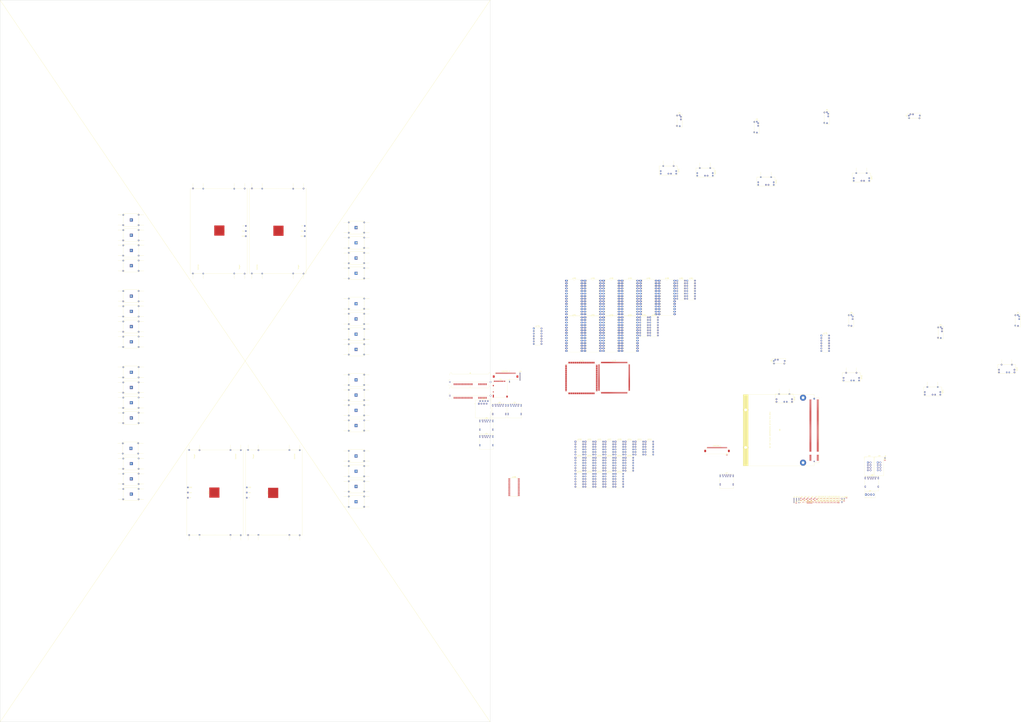
<source format=kicad_pcb>
(kicad_pcb (version 20171130) (host pcbnew 5.0.2-bee76a0~70~ubuntu18.04.1)
  (layers (0 F.Cu signal) (31 B.Cu signal) (34 B.Paste user) (35 F.Paste user) (36 B.SilkS user) (37 F.SilkS user) (38 B.Mask user) (39 F.Mask user) (44 Edge.Cuts user))
  (net 0 "")
  (net 1 +3V3)
  (net 2 DP_HDMI_HPD)
  (net 3 LVDS_A0-)
  (net 4 LVDS_A0+)
  (net 5 LVDS_A1-)
  (net 6 LVDS_A1+)
  (net 7 LVDS_A2-)
  (net 8 LVDS_A2+)
  (net 9 LVDS_A_CLK-)
  (net 10 LVDS_A_CLK+)
  (net 11 LVDS_A3-)
  (net 12 LVDS_A3+)
  (net 13 LVDS_DID_DAT)
  (net 14 LVDS_DID_CLK)
  (net 15 LVDS_PPEN)
  (net 16 LVDS_BLT_CTRL)
  (net 17 ScreenLEDCathode)
  (net 18 ScreenLEDAnode)
  (net 19 LVDS_B3+)
  (net 20 LVDS_B3-)
  (net 21 LVDS_B_CLK+)
  (net 22 LVDS_B_CLK-)
  (net 23 LVDS_B2+)
  (net 24 LVDS_B2-)
  (net 25 LVDS_B1+)
  (net 26 LVDS_B1-)
  (net 27 LVDS_B0+)
  (net 28 LVDS_B0-)
  (net 29 VSS)
  (net 30 "Net-(D1-Pad1)")
  (net 31 "Net-(D1-Pad2)")
  (net 32 "Net-(D2-Pad2)")
  (net 33 "Net-(D2-Pad1)")
  (net 34 USB_P5+)
  (net 35 USB_RX0+)
  (net 36 USB_TX0+)
  (net 37 USB_P5-)
  (net 38 USB_RX0-)
  (net 39 USB_TX0-)
  (net 40 USB_P0+)
  (net 41 USB_P0-)
  (net 42 USB_P1+)
  (net 43 USB_P1-)
  (net 44 USB_P2+)
  (net 45 USB_P2-)
  (net 46 USB_P3+)
  (net 47 USB_P3-)
  (net 48 USB_P4+)
  (net 49 USB_P4-)
  (net 50 THRM)
  (net 51 THRMTRIP)
  (net 52 GP1_WIRE_BUS)
  (net 53 SM_ALERT)
  (net 54 SMDAT)
  (net 55 SMCLK)
  (net 56 GPO_I2C_DAT)
  (net 57 GP0_I2C_CLK)
  (net 58 HDA_SYNC)
  (net 59 HDA_RST)
  (net 60 HDA_BITCLK)
  (net 61 HDA_SDI)
  (net 62 HDA_SDO)
  (net 63 CAN0_TX)
  (net 64 CAN0_RX)
  (net 65 UART0_CTS)
  (net 66 UART0_RTS)
  (net 67 UART0_RX)
  (net 68 UART0_TX)
  (net 69 GBE0+)
  (net 70 GBE0-)
  (net 71 GBE1+)
  (net 72 GBE2+)
  (net 73 GBE2-)
  (net 74 GBE1-)
  (net 75 GBE3+)
  (net 76 GBE3-)
  (net 77 WDOUT)
  (net 78 WDTRIG)
  (net 79 SDIO_DAT2)
  (net 80 SDIO_DAT1)
  (net 81 SDIO_DAT3)
  (net 82 SDIO_CMD)
  (net 83 "Net-(J15-Pad3)")
  (net 84 SDIO_PWR)
  (net 85 SDIO_CLK)
  (net 86 SDIO_DAT0)
  (net 87 SDIO_WP)
  (net 88 SDIO_CD)
  (net 89 BIOS_DISABLE)
  (net 90 JTAG_TRST)
  (net 91 RSTBTN)
  (net 92 JTAG_TMS)
  (net 93 JTAG_TDO)
  (net 94 JTAG_TCK)
  (net 95 USB_VBUS)
  (net 96 "Net-(J21-Pad2)")
  (net 97 "Net-(J21-Pad3)")
  (net 98 "Net-(J21-Pad10)")
  (net 99 "Net-(J21-Pad5)")
  (net 100 "Net-(J21-Pad6)")
  (net 101 "Net-(J21-Pad8)")
  (net 102 LPC_CLK_GPIO4)
  (net 103 SERIRQ_GPIO6)
  (net 104 LPC_AD0_GPIO0)
  (net 105 LPC_AD2_GPIO2)
  (net 106 LPC_FRAME_GPIO5)
  (net 107 LPC_LDRQ_GPIO7)
  (net 108 LPC_AD1_GPIO1)
  (net 109 LPC_AD3_GPIO3)
  (net 110 "Net-(J24-Pad2)")
  (net 111 "Net-(J24-Pad3)")
  (net 112 "Net-(J25-Pad3)")
  (net 113 "Net-(J25-Pad2)")
  (net 114 "Net-(J26-Pad3)")
  (net 115 "Net-(J26-Pad2)")
  (net 116 "Net-(J27-Pad2)")
  (net 117 "Net-(J27-Pad3)")
  (net 118 "Net-(J28-Pad3)")
  (net 119 "Net-(J28-Pad2)")
  (net 120 +5V)
  (net 121 "Net-(M1-Pad2)")
  (net 122 Q5-Out)
  (net 123 "Net-(M2-Pad1)")
  (net 124 Q4-Out)
  (net 125 "Net-(M3-Pad2)")
  (net 126 Q6-Out)
  (net 127 Q3-Out)
  (net 128 "Net-(M4-Pad1)")
  (net 129 "Net-(M5-Pad2)")
  (net 130 Q7-Out)
  (net 131 "Net-(M6-Pad1)")
  (net 132 Q2-Out)
  (net 133 Q8-Out)
  (net 134 "Net-(M7-Pad2)")
  (net 135 "Net-(M8-Pad1)")
  (net 136 Q1-Out)
  (net 137 FAN_TACHO)
  (net 138 FAN_PWM)
  (net 139 "Net-(Q1-Pad1)")
  (net 140 "Net-(Q2-Pad1)")
  (net 141 "Net-(Q3-Pad1)")
  (net 142 "Net-(Q4-Pad1)")
  (net 143 GBE_100)
  (net 144 GBE_1000)
  (net 145 GBE_10)
  (net 146 GBE_ACT)
  (net 147 USB_ID)
  (net 148 Q1SR)
  (net 149 Q1T)
  (net 150 GNDA)
  (net 151 Q8SR)
  (net 152 Q8T)
  (net 153 Q2T)
  (net 154 Q2SR)
  (net 155 Q7SR)
  (net 156 Q7T)
  (net 157 Q3SR)
  (net 158 Q3T)
  (net 159 Q6T)
  (net 160 Q6SR)
  (net 161 Q4T)
  (net 162 Q4SR)
  (net 163 Q5T)
  (net 164 Q5SR)
  (net 165 QA1)
  (net 166 "Net-(U181-Pad9)")
  (net 167 QA2)
  (net 168 QA3)
  (net 169 QA4)
  (net 170 QA5)
  (net 171 QA6)
  (net 172 QA7)
  (net 173 QA0)
  (net 174 "Net-(U181-Pad8)")
  (net 175 "Net-(U181-Pad16)")
  (net 176 QA8)
  (net 177 QA14)
  (net 178 QA13)
  (net 179 QA12)
  (net 180 QA11)
  (net 181 QA10)
  (net 182 QA9)
  (net 183 "Net-(U188-Pad14)")
  (net 184 Q_WE)
  (net 185 Q_OE)
  (net 186 "Net-(U189-Pad14)")
  (net 187 "Net-(U196-Pad9)")
  (net 188 "Net-(U196-Pad8)")
  (net 189 "Net-(U196-Pad16)")
  (net 190 "Net-(U210-Pad1)")
  (net 191 CCD)
  (net 192 CQ1D)
  (net 193 CQ3D)
  (net 194 CQ2D)
  (net 195 Q1D)
  (net 196 Q4D)
  (net 197 Q2D)
  (net 198 Q3D)
  (net 199 Q1Y)
  (net 200 Q1X)
  (net 201 Q1Z)
  (net 202 Q1C)
  (net 203 Q1M)
  (net 204 Q2Z)
  (net 205 Q2Y)
  (net 206 Q2X)
  (net 207 Q2M)
  (net 208 Q2C)
  (net 209 Q3M)
  (net 210 Q3X)
  (net 211 Q3Z)
  (net 212 Q3Y)
  (net 213 Q4X)
  (net 214 Q3C)
  (net 215 Q4C)
  (net 216 Q4Y)
  (net 217 Q4M)
  (net 218 Q4Z)
  (net 219 SWAP)
  (net 220 CY)
  (net 221 CH)
  (net 222 CZ)
  (net 223 Q5Y)
  (net 224 Q5X)
  (net 225 Q5Z)
  (net 226 Q5C)
  (net 227 Q5M)
  (net 228 Q6Z)
  (net 229 Q6Y)
  (net 230 Q6X)
  (net 231 Q6M)
  (net 232 Q6C)
  (net 233 Q7M)
  (net 234 Q7X)
  (net 235 Q7Z)
  (net 236 Q7Y)
  (net 237 Q8X)
  (net 238 Q7C)
  (net 239 Q8C)
  (net 240 Q8Y)
  (net 241 Q8M)
  (net 242 Q8Z)
  (net 243 Q8D)
  (net 244 Q5D)
  (net 245 Q7D)
  (net 246 Q6D)
  (net 247 TQ7)
  (net 248 CTD)
  (net 249 TQ6)
  (net 250 TQ5)
  (net 251 "Net-(U4-Pad~)")
  (net 252 "Net-(U3-Pad~)")
  (net 253 "Net-(U5-Pad~)")
  (net 254 "Net-(U6-Pad~)")
  (net 255 "Net-(U8-Pad~)")
  (net 256 "Net-(U7-Pad~)")
  (net 257 "Net-(U9-Pad~)")
  (net 258 "Net-(U10-Pad~)")
  (net 259 "Net-(U15-Pad~)")
  (net 260 "Net-(U16-Pad~)")
  (net 261 "Net-(U18-Pad~)")
  (net 262 "Net-(U17-Pad~)")
  (net 263 "Net-(U23-Pad~)")
  (net 264 "Net-(U24-Pad~)")
  (net 265 "Net-(U26-Pad~)")
  (net 266 "Net-(U25-Pad~)")
  (module Connector_FFC-FPC:Hirose_FH12-40S-0.5SH_1x40-1MP_P0.50mm_Horizontal (layer F.Cu) (at 825.825001 478.915001)
    (fp_text reference C262292_1 (at 0 -3.7) (layer F.SilkS))
    (fp_text value "LVDS Display")
    (pad MP smd rect (at 11.65 1.4) (size 1.8 2.2) (layers F.Cu F.Paste F.Mask))
    (pad MP smd rect (at -11.65 1.4) (size 1.8 2.2) (layers F.Cu F.Paste F.Mask))
    (pad 1 smd rect (at -9.75 -1.85) (size 0.3 1.3) (layers F.Cu F.Paste F.Mask))
    (pad 2 smd rect (at -9.25 -1.85) (size 0.3 1.3) (layers F.Cu F.Paste F.Mask) (net 1 +3V3))
    (pad 3 smd rect (at -8.75 -1.85) (size 0.3 1.3) (layers F.Cu F.Paste F.Mask) (net 1 +3V3))
    (pad 4 smd rect (at -8.25 -1.85) (size 0.3 1.3) (layers F.Cu F.Paste F.Mask))
    (pad 5 smd rect (at -7.75 -1.85) (size 0.3 1.3) (layers F.Cu F.Paste F.Mask))
    (pad 6 smd rect (at -7.25 -1.85) (size 0.3 1.3) (layers F.Cu F.Paste F.Mask))
    (pad 7 smd rect (at -6.75 -1.85) (size 0.3 1.3) (layers F.Cu F.Paste F.Mask) (net 2 DP_HDMI_HPD))
    (pad 8 smd rect (at -6.25 -1.85) (size 0.3 1.3) (layers F.Cu F.Paste F.Mask) (net 3 LVDS_A0-))
    (pad 9 smd rect (at -5.75 -1.85) (size 0.3 1.3) (layers F.Cu F.Paste F.Mask) (net 4 LVDS_A0+))
    (pad 10 smd rect (at -5.25 -1.85) (size 0.3 1.3) (layers F.Cu F.Paste F.Mask) (net 2 DP_HDMI_HPD))
    (pad 11 smd rect (at -4.75 -1.85) (size 0.3 1.3) (layers F.Cu F.Paste F.Mask) (net 5 LVDS_A1-))
    (pad 12 smd rect (at -4.25 -1.85) (size 0.3 1.3) (layers F.Cu F.Paste F.Mask) (net 6 LVDS_A1+))
    (pad 13 smd rect (at -3.75 -1.85) (size 0.3 1.3) (layers F.Cu F.Paste F.Mask) (net 2 DP_HDMI_HPD))
    (pad 14 smd rect (at -3.25 -1.85) (size 0.3 1.3) (layers F.Cu F.Paste F.Mask) (net 7 LVDS_A2-))
    (pad 15 smd rect (at -2.75 -1.85) (size 0.3 1.3) (layers F.Cu F.Paste F.Mask) (net 8 LVDS_A2+))
    (pad 16 smd rect (at -2.25 -1.85) (size 0.3 1.3) (layers F.Cu F.Paste F.Mask) (net 2 DP_HDMI_HPD))
    (pad 17 smd rect (at -1.75 -1.85) (size 0.3 1.3) (layers F.Cu F.Paste F.Mask) (net 9 LVDS_A_CLK-))
    (pad 18 smd rect (at -1.25 -1.85) (size 0.3 1.3) (layers F.Cu F.Paste F.Mask) (net 10 LVDS_A_CLK+))
    (pad 19 smd rect (at -0.75 -1.85) (size 0.3 1.3) (layers F.Cu F.Paste F.Mask) (net 2 DP_HDMI_HPD))
    (pad 20 smd rect (at -0.25 -1.85) (size 0.3 1.3) (layers F.Cu F.Paste F.Mask) (net 11 LVDS_A3-))
    (pad 21 smd rect (at 0.25 -1.85) (size 0.3 1.3) (layers F.Cu F.Paste F.Mask) (net 12 LVDS_A3+))
    (pad 22 smd rect (at 0.75 -1.85) (size 0.3 1.3) (layers F.Cu F.Paste F.Mask) (net 2 DP_HDMI_HPD))
    (pad 23 smd rect (at 1.25 -1.85) (size 0.3 1.3) (layers F.Cu F.Paste F.Mask) (net 13 LVDS_DID_DAT))
    (pad 24 smd rect (at 1.75 -1.85) (size 0.3 1.3) (layers F.Cu F.Paste F.Mask) (net 14 LVDS_DID_CLK))
    (pad 25 smd rect (at 2.25 -1.85) (size 0.3 1.3) (layers F.Cu F.Paste F.Mask) (net 2 DP_HDMI_HPD))
    (pad 26 smd rect (at 2.75 -1.85) (size 0.3 1.3) (layers F.Cu F.Paste F.Mask) (net 15 LVDS_PPEN))
    (pad 27 smd rect (at 3.25 -1.85) (size 0.3 1.3) (layers F.Cu F.Paste F.Mask) (net 16 LVDS_BLT_CTRL))
    (pad 28 smd rect (at 3.75 -1.85) (size 0.3 1.3) (layers F.Cu F.Paste F.Mask))
    (pad 29 smd rect (at 4.25 -1.85) (size 0.3 1.3) (layers F.Cu F.Paste F.Mask))
    (pad 30 smd rect (at 4.75 -1.85) (size 0.3 1.3) (layers F.Cu F.Paste F.Mask) (net 2 DP_HDMI_HPD))
    (pad 31 smd rect (at 5.25 -1.85) (size 0.3 1.3) (layers F.Cu F.Paste F.Mask) (net 17 ScreenLEDCathode))
    (pad 32 smd rect (at 5.75 -1.85) (size 0.3 1.3) (layers F.Cu F.Paste F.Mask) (net 17 ScreenLEDCathode))
    (pad 33 smd rect (at 6.25 -1.85) (size 0.3 1.3) (layers F.Cu F.Paste F.Mask))
    (pad 34 smd rect (at 6.75 -1.85) (size 0.3 1.3) (layers F.Cu F.Paste F.Mask))
    (pad 35 smd rect (at 7.25 -1.85) (size 0.3 1.3) (layers F.Cu F.Paste F.Mask))
    (pad 36 smd rect (at 7.75 -1.85) (size 0.3 1.3) (layers F.Cu F.Paste F.Mask))
    (pad 37 smd rect (at 8.25 -1.85) (size 0.3 1.3) (layers F.Cu F.Paste F.Mask))
    (pad 38 smd rect (at 8.75 -1.85) (size 0.3 1.3) (layers F.Cu F.Paste F.Mask))
    (pad 39 smd rect (at 9.25 -1.85) (size 0.3 1.3) (layers F.Cu F.Paste F.Mask) (net 18 ScreenLEDAnode))
    (pad 40 smd rect (at 9.75 -1.85) (size 0.3 1.3) (layers F.Cu F.Paste F.Mask) (net 18 ScreenLEDAnode))
  )
  (module Connector_FFC-FPC:Hirose_FH12-40S-0.5SH_1x40-1MP_P0.50mm_Horizontal (layer F.Cu) (at 617.675001 405.615001)
    (fp_text reference C262292_2 (at 0 -3.7) (layer F.SilkS))
    (fp_text value "LVDS Display")
    (pad 40 smd rect (at 9.75 -1.85) (size 0.3 1.3) (layers F.Cu F.Paste F.Mask) (net 18 ScreenLEDAnode))
    (pad 39 smd rect (at 9.25 -1.85) (size 0.3 1.3) (layers F.Cu F.Paste F.Mask) (net 18 ScreenLEDAnode))
    (pad 38 smd rect (at 8.75 -1.85) (size 0.3 1.3) (layers F.Cu F.Paste F.Mask))
    (pad 37 smd rect (at 8.25 -1.85) (size 0.3 1.3) (layers F.Cu F.Paste F.Mask))
    (pad 36 smd rect (at 7.75 -1.85) (size 0.3 1.3) (layers F.Cu F.Paste F.Mask))
    (pad 35 smd rect (at 7.25 -1.85) (size 0.3 1.3) (layers F.Cu F.Paste F.Mask))
    (pad 34 smd rect (at 6.75 -1.85) (size 0.3 1.3) (layers F.Cu F.Paste F.Mask))
    (pad 33 smd rect (at 6.25 -1.85) (size 0.3 1.3) (layers F.Cu F.Paste F.Mask))
    (pad 32 smd rect (at 5.75 -1.85) (size 0.3 1.3) (layers F.Cu F.Paste F.Mask) (net 17 ScreenLEDCathode))
    (pad 31 smd rect (at 5.25 -1.85) (size 0.3 1.3) (layers F.Cu F.Paste F.Mask) (net 17 ScreenLEDCathode))
    (pad 30 smd rect (at 4.75 -1.85) (size 0.3 1.3) (layers F.Cu F.Paste F.Mask) (net 2 DP_HDMI_HPD))
    (pad 29 smd rect (at 4.25 -1.85) (size 0.3 1.3) (layers F.Cu F.Paste F.Mask))
    (pad 28 smd rect (at 3.75 -1.85) (size 0.3 1.3) (layers F.Cu F.Paste F.Mask))
    (pad 27 smd rect (at 3.25 -1.85) (size 0.3 1.3) (layers F.Cu F.Paste F.Mask) (net 16 LVDS_BLT_CTRL))
    (pad 26 smd rect (at 2.75 -1.85) (size 0.3 1.3) (layers F.Cu F.Paste F.Mask) (net 15 LVDS_PPEN))
    (pad 25 smd rect (at 2.25 -1.85) (size 0.3 1.3) (layers F.Cu F.Paste F.Mask) (net 2 DP_HDMI_HPD))
    (pad 24 smd rect (at 1.75 -1.85) (size 0.3 1.3) (layers F.Cu F.Paste F.Mask) (net 14 LVDS_DID_CLK))
    (pad 23 smd rect (at 1.25 -1.85) (size 0.3 1.3) (layers F.Cu F.Paste F.Mask) (net 13 LVDS_DID_DAT))
    (pad 22 smd rect (at 0.75 -1.85) (size 0.3 1.3) (layers F.Cu F.Paste F.Mask) (net 2 DP_HDMI_HPD))
    (pad 21 smd rect (at 0.25 -1.85) (size 0.3 1.3) (layers F.Cu F.Paste F.Mask) (net 19 LVDS_B3+))
    (pad 20 smd rect (at -0.25 -1.85) (size 0.3 1.3) (layers F.Cu F.Paste F.Mask) (net 20 LVDS_B3-))
    (pad 19 smd rect (at -0.75 -1.85) (size 0.3 1.3) (layers F.Cu F.Paste F.Mask) (net 2 DP_HDMI_HPD))
    (pad 18 smd rect (at -1.25 -1.85) (size 0.3 1.3) (layers F.Cu F.Paste F.Mask) (net 21 LVDS_B_CLK+))
    (pad 17 smd rect (at -1.75 -1.85) (size 0.3 1.3) (layers F.Cu F.Paste F.Mask) (net 22 LVDS_B_CLK-))
    (pad 16 smd rect (at -2.25 -1.85) (size 0.3 1.3) (layers F.Cu F.Paste F.Mask) (net 2 DP_HDMI_HPD))
    (pad 15 smd rect (at -2.75 -1.85) (size 0.3 1.3) (layers F.Cu F.Paste F.Mask) (net 23 LVDS_B2+))
    (pad 14 smd rect (at -3.25 -1.85) (size 0.3 1.3) (layers F.Cu F.Paste F.Mask) (net 24 LVDS_B2-))
    (pad 13 smd rect (at -3.75 -1.85) (size 0.3 1.3) (layers F.Cu F.Paste F.Mask) (net 2 DP_HDMI_HPD))
    (pad 12 smd rect (at -4.25 -1.85) (size 0.3 1.3) (layers F.Cu F.Paste F.Mask) (net 25 LVDS_B1+))
    (pad 11 smd rect (at -4.75 -1.85) (size 0.3 1.3) (layers F.Cu F.Paste F.Mask) (net 26 LVDS_B1-))
    (pad 10 smd rect (at -5.25 -1.85) (size 0.3 1.3) (layers F.Cu F.Paste F.Mask) (net 2 DP_HDMI_HPD))
    (pad 9 smd rect (at -5.75 -1.85) (size 0.3 1.3) (layers F.Cu F.Paste F.Mask) (net 27 LVDS_B0+))
    (pad 8 smd rect (at -6.25 -1.85) (size 0.3 1.3) (layers F.Cu F.Paste F.Mask) (net 28 LVDS_B0-))
    (pad 7 smd rect (at -6.75 -1.85) (size 0.3 1.3) (layers F.Cu F.Paste F.Mask) (net 2 DP_HDMI_HPD))
    (pad 6 smd rect (at -7.25 -1.85) (size 0.3 1.3) (layers F.Cu F.Paste F.Mask))
    (pad 5 smd rect (at -7.75 -1.85) (size 0.3 1.3) (layers F.Cu F.Paste F.Mask))
    (pad 4 smd rect (at -8.25 -1.85) (size 0.3 1.3) (layers F.Cu F.Paste F.Mask))
    (pad 3 smd rect (at -8.75 -1.85) (size 0.3 1.3) (layers F.Cu F.Paste F.Mask) (net 1 +3V3))
    (pad 2 smd rect (at -9.25 -1.85) (size 0.3 1.3) (layers F.Cu F.Paste F.Mask) (net 1 +3V3))
    (pad 1 smd rect (at -9.75 -1.85) (size 0.3 1.3) (layers F.Cu F.Paste F.Mask))
    (pad MP smd rect (at -11.65 1.4) (size 1.8 2.2) (layers F.Cu F.Paste F.Mask))
    (pad MP smd rect (at 11.65 1.4) (size 1.8 2.2) (layers F.Cu F.Paste F.Mask))
  )
  (module QGates:CH-Gate (layer F.Cu) (at 389 521.3 270)
    (fp_text reference CH1 (at 0 5.715 270) (layer F.SilkS))
    (fp_text value Macro-CH-Gate)
    (fp_text user Control (at -35.56 -20.955 270) (layer F.SilkS))
    (fp_text user Target (at -35.56 19.685 270) (layer F.SilkS))
    (fp_text user GND (at -5.08 23.495) (layer F.SilkS))
    (fp_text user Vcc (at 0 23.495) (layer F.SilkS))
    (fp_text user S (at 5.08 23.495 270) (layer F.SilkS))
    (pad 11 thru_hole circle (at 5.08 26.035 270) (size 1.524 1.524) (drill 0.762) (layers *.Cu *.Mask))
    (pad 10 thru_hole circle (at 0 26.035 270) (size 1.524 1.524) (drill 0.762) (layers *.Cu *.Mask) (net 2 DP_HDMI_HPD))
    (pad 9 thru_hole circle (at -5.08 26.035 270) (size 1.524 1.524) (drill 0.762) (layers *.Cu *.Mask) (net 29 VSS))
    (pad 1 thru_hole circle (at -41.8 -26.1 270) (size 1.524 1.524) (drill 0.762) (layers *.Cu *.Mask))
    (pad 2 thru_hole circle (at -41.9 -15.9 270) (size 1.524 1.524) (drill 0.762) (layers *.Cu *.Mask))
    (pad 3 thru_hole circle (at -41.8 14.6 270) (size 1.524 1.524) (drill 0.762) (layers *.Cu *.Mask))
    (pad 4 thru_hole circle (at -42 24.8 270) (size 1.524 1.524) (drill 0.762) (layers *.Cu *.Mask))
    (pad 5 thru_hole circle (at 42 -26 270) (size 1.524 1.524) (drill 0.762) (layers *.Cu *.Mask))
    (pad 6 thru_hole circle (at 41.8 -15.9 270) (size 1.524 1.524) (drill 0.762) (layers *.Cu *.Mask))
    (pad 7 thru_hole circle (at 41.7 14.6 270) (size 1.524 1.524) (drill 0.762) (layers *.Cu *.Mask))
    (pad 8 thru_hole circle (at 41.9 24.8 270) (size 1.524 1.524) (drill 0.762) (layers *.Cu *.Mask))
    (pad NC connect rect (at 0.3 0.1 270) (size 10 10) (layers F.Cu F.Mask))
  )
  (module QGates:CX-Gate (layer F.Cu) (at 331 521.3 270)
    (fp_text reference CX1 (at 0 5.715 270) (layer F.SilkS))
    (fp_text value Macro-CX-Gate)
    (fp_text user Control (at -35.56 -20.955 270) (layer F.SilkS))
    (fp_text user Target (at -35.56 19.685 270) (layer F.SilkS))
    (fp_text user GND (at -5.08 23.495) (layer F.SilkS))
    (fp_text user Vcc (at 0 23.495) (layer F.SilkS))
    (fp_text user S (at 5.08 23.495 270) (layer F.SilkS))
    (pad 11 thru_hole circle (at 5.08 26.035 270) (size 1.524 1.524) (drill 0.762) (layers *.Cu *.Mask))
    (pad 10 thru_hole circle (at 0 26.035 270) (size 1.524 1.524) (drill 0.762) (layers *.Cu *.Mask) (net 2 DP_HDMI_HPD))
    (pad 9 thru_hole circle (at -5.08 26.035 270) (size 1.524 1.524) (drill 0.762) (layers *.Cu *.Mask) (net 29 VSS))
    (pad 1 thru_hole circle (at -41.8 -26.1 270) (size 1.524 1.524) (drill 0.762) (layers *.Cu *.Mask))
    (pad 2 thru_hole circle (at -41.9 -15.9 270) (size 1.524 1.524) (drill 0.762) (layers *.Cu *.Mask))
    (pad 3 thru_hole circle (at -41.8 14.6 270) (size 1.524 1.524) (drill 0.762) (layers *.Cu *.Mask))
    (pad 4 thru_hole circle (at -42 24.8 270) (size 1.524 1.524) (drill 0.762) (layers *.Cu *.Mask))
    (pad 5 thru_hole circle (at 42 -26 270) (size 1.524 1.524) (drill 0.762) (layers *.Cu *.Mask))
    (pad 6 thru_hole circle (at 41.8 -15.9 270) (size 1.524 1.524) (drill 0.762) (layers *.Cu *.Mask))
    (pad 7 thru_hole circle (at 41.7 14.6 270) (size 1.524 1.524) (drill 0.762) (layers *.Cu *.Mask))
    (pad 8 thru_hole circle (at 41.9 24.8 270) (size 1.524 1.524) (drill 0.762) (layers *.Cu *.Mask))
    (pad NC connect rect (at 0 0 270) (size 10 10) (layers F.Cu F.Mask))
  )
  (module QGates:CY-Gate (layer F.Cu) (at 336 263.7 90)
    (fp_text reference CY1 (at 0 5.715 90) (layer F.SilkS))
    (fp_text value Macro-CY-Gate)
    (fp_text user Control (at -35.56 -20.955 90) (layer F.SilkS))
    (fp_text user Target (at -35.56 19.685 90) (layer F.SilkS))
    (fp_text user GND (at -5.08 23.495 180) (layer F.SilkS))
    (fp_text user Vcc (at 0 23.495 180) (layer F.SilkS))
    (fp_text user S (at 5.08 23.495 90) (layer F.SilkS))
    (pad 11 thru_hole circle (at 5.08 26.035 90) (size 1.524 1.524) (drill 0.762) (layers *.Cu *.Mask))
    (pad 10 thru_hole circle (at 0 26.035 90) (size 1.524 1.524) (drill 0.762) (layers *.Cu *.Mask) (net 2 DP_HDMI_HPD))
    (pad 9 thru_hole circle (at -5.08 26.035 90) (size 1.524 1.524) (drill 0.762) (layers *.Cu *.Mask) (net 29 VSS))
    (pad 1 thru_hole circle (at -41.8 -26.1 90) (size 1.524 1.524) (drill 0.762) (layers *.Cu *.Mask))
    (pad 2 thru_hole circle (at -41.9 -15.9 90) (size 1.524 1.524) (drill 0.762) (layers *.Cu *.Mask))
    (pad 3 thru_hole circle (at -41.8 14.6 90) (size 1.524 1.524) (drill 0.762) (layers *.Cu *.Mask))
    (pad 4 thru_hole circle (at -42 24.8 90) (size 1.524 1.524) (drill 0.762) (layers *.Cu *.Mask))
    (pad 5 thru_hole circle (at 42 -26 90) (size 1.524 1.524) (drill 0.762) (layers *.Cu *.Mask))
    (pad 6 thru_hole circle (at 41.8 -15.9 90) (size 1.524 1.524) (drill 0.762) (layers *.Cu *.Mask))
    (pad 7 thru_hole circle (at 41.7 14.6 90) (size 1.524 1.524) (drill 0.762) (layers *.Cu *.Mask))
    (pad 8 thru_hole circle (at 41.9 24.8 90) (size 1.524 1.524) (drill 0.762) (layers *.Cu *.Mask))
    (pad NC connect rect (at 0.5 -0.1 90) (size 10 10) (layers F.Cu F.Mask))
  )
  (module QGates:CZ-Gate (layer F.Cu) (at 394 263.7 90)
    (fp_text reference CZ1 (at 0 5.715 90) (layer F.SilkS))
    (fp_text value Macro-CZ-Gate)
    (fp_text user Control (at -35.56 -20.955 90) (layer F.SilkS))
    (fp_text user Target (at -35.56 19.685 90) (layer F.SilkS))
    (fp_text user GND (at -5.08 23.495 180) (layer F.SilkS))
    (fp_text user Vcc (at 0 23.495 180) (layer F.SilkS))
    (fp_text user S (at 5.08 23.495 90) (layer F.SilkS))
    (pad 11 thru_hole circle (at 5.08 26.035 90) (size 1.524 1.524) (drill 0.762) (layers *.Cu *.Mask))
    (pad 10 thru_hole circle (at 0 26.035 90) (size 1.524 1.524) (drill 0.762) (layers *.Cu *.Mask) (net 2 DP_HDMI_HPD))
    (pad 9 thru_hole circle (at -5.08 26.035 90) (size 1.524 1.524) (drill 0.762) (layers *.Cu *.Mask) (net 29 VSS))
    (pad 1 thru_hole circle (at -41.8 -26.1 90) (size 1.524 1.524) (drill 0.762) (layers *.Cu *.Mask))
    (pad 2 thru_hole circle (at -41.9 -15.9 90) (size 1.524 1.524) (drill 0.762) (layers *.Cu *.Mask))
    (pad 3 thru_hole circle (at -41.8 14.6 90) (size 1.524 1.524) (drill 0.762) (layers *.Cu *.Mask))
    (pad 4 thru_hole circle (at -42 24.8 90) (size 1.524 1.524) (drill 0.762) (layers *.Cu *.Mask))
    (pad 5 thru_hole circle (at 42 -26 90) (size 1.524 1.524) (drill 0.762) (layers *.Cu *.Mask))
    (pad 6 thru_hole circle (at 41.8 -15.9 90) (size 1.524 1.524) (drill 0.762) (layers *.Cu *.Mask))
    (pad 7 thru_hole circle (at 41.7 14.6 90) (size 1.524 1.524) (drill 0.762) (layers *.Cu *.Mask))
    (pad 8 thru_hole circle (at 41.9 24.8 90) (size 1.524 1.524) (drill 0.762) (layers *.Cu *.Mask))
    (pad NC connect rect (at 0.3 0.1 90) (size 10 10) (layers F.Cu F.Mask))
  )
  (module LED_SMD:LED_0603_1608Metric (layer F.Cu) (at 918.645001 530.435001)
    (fp_text reference D1 (at 0 -1.43) (layer F.SilkS))
    (fp_text value GreenLED)
    (pad 1 smd roundrect (at -0.7875 0) (size 0.875 0.95) (layers F.Cu F.Paste F.Mask) (net 30 "Net-(D1-Pad1)"))
    (pad 2 smd roundrect (at 0.7875 0) (size 0.875 0.95) (layers F.Cu F.Paste F.Mask) (net 31 "Net-(D1-Pad2)"))
  )
  (module LED_SMD:LED_0603_1608Metric (layer F.Cu) (at 915.595001 530.435001)
    (fp_text reference D2 (at 0 -1.43) (layer F.SilkS))
    (fp_text value BlueLED)
    (pad 2 smd roundrect (at 0.7875 0) (size 0.875 0.95) (layers F.Cu F.Paste F.Mask) (net 32 "Net-(D2-Pad2)"))
    (pad 1 smd roundrect (at -0.7875 0) (size 0.875 0.95) (layers F.Cu F.Paste F.Mask) (net 33 "Net-(D2-Pad1)"))
  )
  (module Diode_SMD:D_SOD-323 (layer F.Cu) (at 912.425001 530.615001)
    (fp_text reference D5 (at 0 -1.85) (layer F.SilkS))
    (fp_text value " 1SS367,H3F ")
    (pad 2 smd rect (at 1.05 0) (size 0.6 0.45) (layers F.Cu F.Paste F.Mask) (net 2 DP_HDMI_HPD))
    (pad 1 smd rect (at -1.05 0) (size 0.6 0.45) (layers F.Cu F.Paste F.Mask) (net 34 USB_P5+))
  )
  (module Diode_SMD:D_SOD-323 (layer F.Cu) (at 909.175001 530.965001)
    (fp_text reference D6 (at 0 -1.85) (layer F.SilkS))
    (fp_text value " 1SS367,H3F ")
    (pad 2 smd rect (at 1.05 0) (size 0.6 0.45) (layers F.Cu F.Paste F.Mask) (net 2 DP_HDMI_HPD))
    (pad 1 smd rect (at -1.05 0) (size 0.6 0.45) (layers F.Cu F.Paste F.Mask) (net 35 USB_RX0+))
  )
  (module Diode_SMD:D_SOD-323 (layer F.Cu) (at 945.925001 529.015001)
    (fp_text reference D7 (at 0 -1.85) (layer F.SilkS))
    (fp_text value " 1SS367,H3F ")
    (pad 1 smd rect (at -1.05 0) (size 0.6 0.45) (layers F.Cu F.Paste F.Mask) (net 36 USB_TX0+))
    (pad 2 smd rect (at 1.05 0) (size 0.6 0.45) (layers F.Cu F.Paste F.Mask) (net 2 DP_HDMI_HPD))
  )
  (module Diode_SMD:D_SOD-323 (layer F.Cu) (at 942.675001 529.015001)
    (fp_text reference D8 (at 0 -1.85) (layer F.SilkS))
    (fp_text value " 1SS367,H3F ")
    (pad 2 smd rect (at 1.05 0) (size 0.6 0.45) (layers F.Cu F.Paste F.Mask) (net 2 DP_HDMI_HPD))
    (pad 1 smd rect (at -1.05 0) (size 0.6 0.45) (layers F.Cu F.Paste F.Mask) (net 37 USB_P5-))
  )
  (module Diode_SMD:D_SOD-323 (layer F.Cu) (at 939.425001 529.015001)
    (fp_text reference D9 (at 0 -1.85) (layer F.SilkS))
    (fp_text value " 1SS367,H3F ")
    (pad 1 smd rect (at -1.05 0) (size 0.6 0.45) (layers F.Cu F.Paste F.Mask) (net 38 USB_RX0-))
    (pad 2 smd rect (at 1.05 0) (size 0.6 0.45) (layers F.Cu F.Paste F.Mask) (net 2 DP_HDMI_HPD))
  )
  (module Diode_SMD:D_SOD-323 (layer F.Cu) (at 926.425001 527.065001)
    (fp_text reference D10 (at 0 -1.85) (layer F.SilkS))
    (fp_text value " 1SS367,H3F ")
    (pad 2 smd rect (at 1.05 0) (size 0.6 0.45) (layers F.Cu F.Paste F.Mask) (net 2 DP_HDMI_HPD))
    (pad 1 smd rect (at -1.05 0) (size 0.6 0.45) (layers F.Cu F.Paste F.Mask) (net 39 USB_TX0-))
  )
  (module Diode_SMD:D_SOD-323 (layer F.Cu) (at 945.925001 527.065001)
    (fp_text reference D11 (at 0 -1.85) (layer F.SilkS))
    (fp_text value " 1SS367,H3F ")
    (pad 2 smd rect (at 1.05 0) (size 0.6 0.45) (layers F.Cu F.Paste F.Mask) (net 2 DP_HDMI_HPD))
    (pad 1 smd rect (at -1.05 0) (size 0.6 0.45) (layers F.Cu F.Paste F.Mask) (net 40 USB_P0+))
  )
  (module Diode_SMD:D_SOD-323 (layer F.Cu) (at 936.175001 529.015001)
    (fp_text reference D12 (at 0 -1.85) (layer F.SilkS))
    (fp_text value " 1SS367,H3F ")
    (pad 1 smd rect (at -1.05 0) (size 0.6 0.45) (layers F.Cu F.Paste F.Mask) (net 41 USB_P0-))
    (pad 2 smd rect (at 1.05 0) (size 0.6 0.45) (layers F.Cu F.Paste F.Mask) (net 2 DP_HDMI_HPD))
  )
  (module Diode_SMD:D_SOD-323 (layer F.Cu) (at 932.925001 529.015001)
    (fp_text reference D13 (at 0 -1.85) (layer F.SilkS))
    (fp_text value " 1SS367,H3F ")
    (pad 1 smd rect (at -1.05 0) (size 0.6 0.45) (layers F.Cu F.Paste F.Mask) (net 42 USB_P1+))
    (pad 2 smd rect (at 1.05 0) (size 0.6 0.45) (layers F.Cu F.Paste F.Mask) (net 2 DP_HDMI_HPD))
  )
  (module Diode_SMD:D_SOD-323 (layer F.Cu) (at 929.675001 529.015001)
    (fp_text reference D14 (at 0 -1.85) (layer F.SilkS))
    (fp_text value " 1SS367,H3F ")
    (pad 2 smd rect (at 1.05 0) (size 0.6 0.45) (layers F.Cu F.Paste F.Mask) (net 2 DP_HDMI_HPD))
    (pad 1 smd rect (at -1.05 0) (size 0.6 0.45) (layers F.Cu F.Paste F.Mask) (net 43 USB_P1-))
  )
  (module Diode_SMD:D_SOD-323 (layer F.Cu) (at 926.425001 529.015001)
    (fp_text reference D15 (at 0 -1.85) (layer F.SilkS))
    (fp_text value " 1SS367,H3F ")
    (pad 1 smd rect (at -1.05 0) (size 0.6 0.45) (layers F.Cu F.Paste F.Mask) (net 44 USB_P2+))
    (pad 2 smd rect (at 1.05 0) (size 0.6 0.45) (layers F.Cu F.Paste F.Mask) (net 2 DP_HDMI_HPD))
  )
  (module Diode_SMD:D_SOD-323 (layer F.Cu) (at 929.675001 527.065001)
    (fp_text reference D16 (at 0 -1.85) (layer F.SilkS))
    (fp_text value " 1SS367,H3F ")
    (pad 2 smd rect (at 1.05 0) (size 0.6 0.45) (layers F.Cu F.Paste F.Mask) (net 2 DP_HDMI_HPD))
    (pad 1 smd rect (at -1.05 0) (size 0.6 0.45) (layers F.Cu F.Paste F.Mask) (net 45 USB_P2-))
  )
  (module Diode_SMD:D_SOD-323 (layer F.Cu) (at 932.925001 527.065001)
    (fp_text reference D17 (at 0 -1.85) (layer F.SilkS))
    (fp_text value " 1SS367,H3F ")
    (pad 1 smd rect (at -1.05 0) (size 0.6 0.45) (layers F.Cu F.Paste F.Mask) (net 46 USB_P3+))
    (pad 2 smd rect (at 1.05 0) (size 0.6 0.45) (layers F.Cu F.Paste F.Mask) (net 2 DP_HDMI_HPD))
  )
  (module Diode_SMD:D_SOD-323 (layer F.Cu) (at 936.175001 527.065001)
    (fp_text reference D18 (at 0 -1.85) (layer F.SilkS))
    (fp_text value " 1SS367,H3F ")
    (pad 2 smd rect (at 1.05 0) (size 0.6 0.45) (layers F.Cu F.Paste F.Mask) (net 2 DP_HDMI_HPD))
    (pad 1 smd rect (at -1.05 0) (size 0.6 0.45) (layers F.Cu F.Paste F.Mask) (net 47 USB_P3-))
  )
  (module Diode_SMD:D_SOD-323 (layer F.Cu) (at 939.425001 527.065001)
    (fp_text reference D19 (at 0 -1.85) (layer F.SilkS))
    (fp_text value " 1SS367,H3F ")
    (pad 1 smd rect (at -1.05 0) (size 0.6 0.45) (layers F.Cu F.Paste F.Mask) (net 48 USB_P4+))
    (pad 2 smd rect (at 1.05 0) (size 0.6 0.45) (layers F.Cu F.Paste F.Mask) (net 2 DP_HDMI_HPD))
  )
  (module Diode_SMD:D_SOD-323 (layer F.Cu) (at 942.675001 527.065001)
    (fp_text reference D20 (at 0 -1.85) (layer F.SilkS))
    (fp_text value " 1SS367,H3F ")
    (pad 1 smd rect (at -1.05 0) (size 0.6 0.45) (layers F.Cu F.Paste F.Mask) (net 49 USB_P4-))
    (pad 2 smd rect (at 1.05 0) (size 0.6 0.45) (layers F.Cu F.Paste F.Mask) (net 2 DP_HDMI_HPD))
  )
  (module QGates:H-Gate (layer F.Cu) (at 248.5 477.8 180)
    (fp_text reference H1 (at 0 0 180) (layer F.SilkS))
    (fp_text value Macro-H-Gate)
    (fp_text user H (at 6.35 5.08 180) (layer F.SilkS))
    (fp_text user V (at 6.35 -5.08 180) (layer F.SilkS))
    (fp_text user H (at -6.35 5.08 180) (layer F.SilkS))
    (fp_text user V (at -6.35 -5.08 180) (layer F.SilkS))
    (pad 1 thru_hole circle (at -7.6 -5.1 180) (size 1.524 1.524) (drill 0.762) (layers *.Cu *.Mask))
    (pad 2 thru_hole circle (at -7.6 5.1 180) (size 1.524 1.524) (drill 0.762) (layers *.Cu *.Mask))
    (pad 3 thru_hole circle (at 7.7 -5.1 180) (size 1.524 1.524) (drill 0.762) (layers *.Cu *.Mask))
    (pad 4 thru_hole circle (at 7.6 5 180) (size 1.524 1.524) (drill 0.762) (layers *.Cu *.Mask))
    (pad NC thru_hole rect (at -0.4 0 180) (size 3 3) (drill 0.762) (layers *.Cu *.Mask))
  )
  (module QGates:H-Gate (layer F.Cu) (at 470.9 530.3)
    (fp_text reference H2 (at 0 0) (layer F.SilkS))
    (fp_text value Macro-H-Gate)
    (fp_text user V (at -6.35 -5.08) (layer F.SilkS))
    (fp_text user H (at -6.35 5.08) (layer F.SilkS))
    (fp_text user V (at 6.35 -5.08) (layer F.SilkS))
    (fp_text user H (at 6.35 5.08) (layer F.SilkS))
    (pad NC thru_hole rect (at -0.4 0) (size 3 3) (drill 0.762) (layers *.Cu *.Mask))
    (pad 4 thru_hole circle (at 7.6 5) (size 1.524 1.524) (drill 0.762) (layers *.Cu *.Mask))
    (pad 3 thru_hole circle (at 7.7 -5.1) (size 1.524 1.524) (drill 0.762) (layers *.Cu *.Mask))
    (pad 2 thru_hole circle (at -7.6 5.1) (size 1.524 1.524) (drill 0.762) (layers *.Cu *.Mask))
    (pad 1 thru_hole circle (at -7.6 -5.1) (size 1.524 1.524) (drill 0.762) (layers *.Cu *.Mask))
  )
  (module QGates:H-Gate (layer F.Cu) (at 248.9 402.8 180)
    (fp_text reference H3 (at 0 0 180) (layer F.SilkS))
    (fp_text value Macro-H-Gate)
    (fp_text user H (at 6.35 5.08 180) (layer F.SilkS))
    (fp_text user V (at 6.35 -5.08 180) (layer F.SilkS))
    (fp_text user H (at -6.35 5.08 180) (layer F.SilkS))
    (fp_text user V (at -6.35 -5.08 180) (layer F.SilkS))
    (pad 1 thru_hole circle (at -7.6 -5.1 180) (size 1.524 1.524) (drill 0.762) (layers *.Cu *.Mask))
    (pad 2 thru_hole circle (at -7.6 5.1 180) (size 1.524 1.524) (drill 0.762) (layers *.Cu *.Mask))
    (pad 3 thru_hole circle (at 7.7 -5.1 180) (size 1.524 1.524) (drill 0.762) (layers *.Cu *.Mask))
    (pad 4 thru_hole circle (at 7.6 5 180) (size 1.524 1.524) (drill 0.762) (layers *.Cu *.Mask))
    (pad NC thru_hole rect (at -0.4 0 180) (size 3 3) (drill 0.762) (layers *.Cu *.Mask))
  )
  (module QGates:H-Gate (layer F.Cu) (at 470.9 455.3)
    (fp_text reference H4 (at 0 0) (layer F.SilkS))
    (fp_text value Macro-H-Gate)
    (fp_text user V (at -6.35 -5.08) (layer F.SilkS))
    (fp_text user H (at -6.35 5.08) (layer F.SilkS))
    (fp_text user V (at 3.124999 -4.185001) (layer F.SilkS))
    (fp_text user H (at 6.35 5.08) (layer F.SilkS))
    (pad NC thru_hole rect (at -0.4 0) (size 3 3) (drill 0.762) (layers *.Cu *.Mask))
    (pad 4 thru_hole circle (at 7.6 5) (size 1.524 1.524) (drill 0.762) (layers *.Cu *.Mask))
    (pad 3 thru_hole circle (at 7.7 -5.1) (size 1.524 1.524) (drill 0.762) (layers *.Cu *.Mask))
    (pad 2 thru_hole circle (at -7.6 5.1) (size 1.524 1.524) (drill 0.762) (layers *.Cu *.Mask))
    (pad 1 thru_hole circle (at -7.6 -5.1) (size 1.524 1.524) (drill 0.762) (layers *.Cu *.Mask))
  )
  (module QGates:H-Gate (layer F.Cu) (at 248.9 327.8 180)
    (fp_text reference H5 (at 0 0 180) (layer F.SilkS))
    (fp_text value Macro-H-Gate)
    (fp_text user H (at 6.35 5.08 180) (layer F.SilkS))
    (fp_text user V (at 6.35 -5.08 180) (layer F.SilkS))
    (fp_text user H (at -6.35 5.08 180) (layer F.SilkS))
    (fp_text user V (at -6.35 -5.08 180) (layer F.SilkS))
    (pad 1 thru_hole circle (at -7.6 -5.1 180) (size 1.524 1.524) (drill 0.762) (layers *.Cu *.Mask))
    (pad 2 thru_hole circle (at -7.6 5.1 180) (size 1.524 1.524) (drill 0.762) (layers *.Cu *.Mask))
    (pad 3 thru_hole circle (at 7.7 -5.1 180) (size 1.524 1.524) (drill 0.762) (layers *.Cu *.Mask))
    (pad 4 thru_hole circle (at 7.6 5 180) (size 1.524 1.524) (drill 0.762) (layers *.Cu *.Mask))
    (pad NC thru_hole rect (at -0.4 0 180) (size 3 3) (drill 0.762) (layers *.Cu *.Mask))
  )
  (module QGates:H-Gate (layer F.Cu) (at 470.9 380.3)
    (fp_text reference H6 (at 0 0) (layer F.SilkS))
    (fp_text value Macro-H-Gate)
    (fp_text user V (at -6.35 -5.08) (layer F.SilkS))
    (fp_text user H (at -6.35 5.08) (layer F.SilkS))
    (fp_text user V (at 6.35 -5.08) (layer F.SilkS))
    (fp_text user H (at 6.35 5.08) (layer F.SilkS))
    (pad NC thru_hole rect (at -0.4 0) (size 3 3) (drill 0.762) (layers *.Cu *.Mask))
    (pad 4 thru_hole circle (at 7.6 5) (size 1.524 1.524) (drill 0.762) (layers *.Cu *.Mask))
    (pad 3 thru_hole circle (at 7.7 -5.1) (size 1.524 1.524) (drill 0.762) (layers *.Cu *.Mask))
    (pad 2 thru_hole circle (at -7.6 5.1) (size 1.524 1.524) (drill 0.762) (layers *.Cu *.Mask))
    (pad 1 thru_hole circle (at -7.6 -5.1) (size 1.524 1.524) (drill 0.762) (layers *.Cu *.Mask))
  )
  (module QGates:H-Gate (layer F.Cu) (at 248.9 252.8 180)
    (fp_text reference H7 (at 0 0 180) (layer F.SilkS))
    (fp_text value Macro-H-Gate)
    (fp_text user V (at -6.35 -5.08 180) (layer F.SilkS))
    (fp_text user H (at -6.35 5.08 180) (layer F.SilkS))
    (fp_text user V (at 6.35 -5.08 180) (layer F.SilkS))
    (fp_text user H (at 6.35 5.08 180) (layer F.SilkS))
    (pad NC thru_hole rect (at -0.4 0 180) (size 3 3) (drill 0.762) (layers *.Cu *.Mask))
    (pad 4 thru_hole circle (at 7.6 5 180) (size 1.524 1.524) (drill 0.762) (layers *.Cu *.Mask))
    (pad 3 thru_hole circle (at 7.7 -5.1 180) (size 1.524 1.524) (drill 0.762) (layers *.Cu *.Mask))
    (pad 2 thru_hole circle (at -7.6 5.1 180) (size 1.524 1.524) (drill 0.762) (layers *.Cu *.Mask))
    (pad 1 thru_hole circle (at -7.6 -5.1 180) (size 1.524 1.524) (drill 0.762) (layers *.Cu *.Mask))
  )
  (module QGates:H-Gate (layer F.Cu) (at 470.9 305.3)
    (fp_text reference H8 (at 0 0) (layer F.SilkS))
    (fp_text value Macro-H-Gate)
    (fp_text user H (at 6.35 5.08) (layer F.SilkS))
    (fp_text user V (at 6.35 -5.08) (layer F.SilkS))
    (fp_text user H (at -6.35 5.08) (layer F.SilkS))
    (fp_text user V (at -6.35 -5.08) (layer F.SilkS))
    (pad 1 thru_hole circle (at -7.6 -5.1) (size 1.524 1.524) (drill 0.762) (layers *.Cu *.Mask))
    (pad 2 thru_hole circle (at -7.6 5.1) (size 1.524 1.524) (drill 0.762) (layers *.Cu *.Mask))
    (pad 3 thru_hole circle (at 7.7 -5.1) (size 1.524 1.524) (drill 0.762) (layers *.Cu *.Mask))
    (pad 4 thru_hole circle (at 7.6 5) (size 1.524 1.524) (drill 0.762) (layers *.Cu *.Mask))
    (pad NC thru_hole rect (at -0.4 0) (size 3 3) (drill 0.762) (layers *.Cu *.Mask))
  )
  (module Connector_PinHeader_1.00mm:PinHeader_1x02_P1.00mm_Vertical (layer F.Cu) (at 621.525001 411.565001)
    (fp_text reference J1 (at 0 -1.56) (layer F.SilkS))
    (fp_text value TEMP)
    (pad 1 thru_hole rect (at 0 0) (size 0.85 0.85) (drill 0.5) (layers *.Cu *.Mask) (net 50 THRM))
    (pad 2 thru_hole oval (at 0 1) (size 0.85 0.85) (drill 0.5) (layers *.Cu *.Mask) (net 51 THRMTRIP))
  )
  (module Connector_PinHeader_1.00mm:PinHeader_1x01_P1.00mm_Vertical (layer F.Cu) (at 906.375001 531.165001)
    (fp_text reference J2 (at 0 -1.56) (layer F.SilkS))
    (fp_text value "1 WIRE BUS")
    (pad 1 thru_hole rect (at 0 0) (size 0.85 0.85) (drill 0.5) (layers *.Cu *.Mask) (net 52 GP1_WIRE_BUS))
  )
  (module Connector_PinHeader_1.00mm:PinHeader_1x03_P1.00mm_Vertical (layer F.Cu) (at 906.375001 527.115001)
    (fp_text reference J3 (at 0 -1.56) (layer F.SilkS))
    (fp_text value SMBUS)
    (pad 1 thru_hole rect (at 0 0) (size 0.85 0.85) (drill 0.5) (layers *.Cu *.Mask) (net 53 SM_ALERT))
    (pad 2 thru_hole oval (at 0 1) (size 0.85 0.85) (drill 0.5) (layers *.Cu *.Mask) (net 54 SMDAT))
    (pad 3 thru_hole oval (at 0 2) (size 0.85 0.85) (drill 0.5) (layers *.Cu *.Mask) (net 55 SMCLK))
  )
  (module Connector_PinHeader_1.00mm:PinHeader_1x02_P1.00mm_Vertical (layer F.Cu) (at 948.725001 527.115001)
    (fp_text reference J4 (at 0 -1.56) (layer F.SilkS))
    (fp_text value GP0_I2C)
    (pad 2 thru_hole oval (at 0 1) (size 0.85 0.85) (drill 0.5) (layers *.Cu *.Mask) (net 56 GPO_I2C_DAT))
    (pad 1 thru_hole rect (at 0 0) (size 0.85 0.85) (drill 0.5) (layers *.Cu *.Mask) (net 57 GP0_I2C_CLK))
  )
  (module Connector_PinHeader_1.00mm:PinHeader_1x05_P1.00mm_Vertical (layer F.Cu) (at 901.675001 527.115001)
    (fp_text reference J5 (at 0 -1.56) (layer F.SilkS))
    (fp_text value HDA/I2C)
    (pad 1 thru_hole rect (at 0 0) (size 0.85 0.85) (drill 0.5) (layers *.Cu *.Mask) (net 58 HDA_SYNC))
    (pad 2 thru_hole oval (at 0 1) (size 0.85 0.85) (drill 0.5) (layers *.Cu *.Mask) (net 59 HDA_RST))
    (pad 3 thru_hole oval (at 0 2) (size 0.85 0.85) (drill 0.5) (layers *.Cu *.Mask) (net 60 HDA_BITCLK))
    (pad 4 thru_hole oval (at 0 3) (size 0.85 0.85) (drill 0.5) (layers *.Cu *.Mask) (net 61 HDA_SDI))
    (pad 5 thru_hole oval (at 0 4) (size 0.85 0.85) (drill 0.5) (layers *.Cu *.Mask) (net 62 HDA_SDO))
  )
  (module Connector_SATA_SAS:SATA_Amphenol_10029364-001LF_Horizontal (layer F.Cu) (at 582.875001 413.565001)
    (fp_text reference J6 (at -0.04064 -9.90624) (layer F.SilkS))
    (fp_text value SATA0)
    (pad MP thru_hole circle (at -20 -1.14492) (size 1.6 1.6) (drill 1.2) (layers *.Cu *.Mask))
    (pad MP thru_hole circle (at 20 -1.14492) (size 1.6 1.6) (drill 1.2) (layers *.Cu *.Mask))
    (pad "" np_thru_hole circle (at -18.4 0.65508) (size 1.2 1.2) (drill 1.2) (layers *.Mask B.Cu))
    (pad "" np_thru_hole circle (at 18.4 0.65508) (size 0.9 0.9) (drill 0.9) (layers *.Mask B.Cu))
    (pad P15 smd rect (at -15.875 0.99508) (size 0.65 1.9) (layers F.Cu F.Paste F.Mask))
    (pad P14 smd rect (at -14.605 0.99508) (size 0.65 1.9) (layers F.Cu F.Paste F.Mask))
    (pad P13 smd rect (at -13.335 0.99508) (size 0.65 1.9) (layers F.Cu F.Paste F.Mask))
    (pad P12 smd rect (at -12.065 0.99508) (size 0.65 1.9) (layers F.Cu F.Paste F.Mask))
    (pad P11 smd rect (at -10.795 0.99508) (size 0.65 1.9) (layers F.Cu F.Paste F.Mask))
    (pad P10 smd rect (at -9.525 0.99508) (size 0.65 1.9) (layers F.Cu F.Paste F.Mask))
    (pad P9 smd rect (at -8.255 0.99508) (size 0.65 1.9) (layers F.Cu F.Paste F.Mask))
    (pad P8 smd rect (at -6.985 0.99508) (size 0.65 1.9) (layers F.Cu F.Paste F.Mask))
    (pad P7 smd rect (at -5.715 0.99508) (size 0.65 1.9) (layers F.Cu F.Paste F.Mask))
    (pad P6 smd rect (at -4.445 0.99508) (size 0.65 1.9) (layers F.Cu F.Paste F.Mask))
    (pad P5 smd rect (at -3.175 0.99508) (size 0.65 1.9) (layers F.Cu F.Paste F.Mask))
    (pad P4 smd rect (at -1.905 0.99508) (size 0.65 1.9) (layers F.Cu F.Paste F.Mask))
    (pad P3 smd rect (at -0.635 0.99508) (size 0.65 1.9) (layers F.Cu F.Paste F.Mask))
    (pad P2 smd rect (at 0.635 0.99508) (size 0.65 1.9) (layers F.Cu F.Paste F.Mask))
    (pad P1 smd rect (at 1.905 0.99508) (size 0.65 1.9) (layers F.Cu F.Paste F.Mask))
    (pad S7 smd rect (at 8.25 0.99508) (size 0.65 1.9) (layers F.Cu F.Paste F.Mask))
    (pad S6 smd rect (at 9.52 0.99508) (size 0.65 1.9) (layers F.Cu F.Paste F.Mask))
    (pad S5 smd rect (at 10.79 0.99508) (size 0.65 1.9) (layers F.Cu F.Paste F.Mask))
    (pad S4 smd rect (at 12.06 0.99508) (size 0.65 1.9) (layers F.Cu F.Paste F.Mask))
    (pad S3 smd rect (at 13.33 0.99508) (size 0.65 1.9) (layers F.Cu F.Paste F.Mask))
    (pad S2 smd rect (at 14.6 0.99508) (size 0.65 1.9) (layers F.Cu F.Paste F.Mask))
    (pad S1 smd rect (at 15.87 0.99508) (size 0.65 1.9) (layers F.Cu F.Paste F.Mask))
  )
  (module Connector_SATA_SAS:SATA_Amphenol_10029364-001LF_Horizontal (layer F.Cu) (at 582.875001 427.015001)
    (fp_text reference J7 (at -0.04064 -9.90624) (layer F.SilkS))
    (fp_text value SATA1)
    (pad S1 smd rect (at 15.87 0.99508) (size 0.65 1.9) (layers F.Cu F.Paste F.Mask))
    (pad S2 smd rect (at 14.6 0.99508) (size 0.65 1.9) (layers F.Cu F.Paste F.Mask))
    (pad S3 smd rect (at 13.33 0.99508) (size 0.65 1.9) (layers F.Cu F.Paste F.Mask))
    (pad S4 smd rect (at 12.06 0.99508) (size 0.65 1.9) (layers F.Cu F.Paste F.Mask))
    (pad S5 smd rect (at 10.79 0.99508) (size 0.65 1.9) (layers F.Cu F.Paste F.Mask))
    (pad S6 smd rect (at 9.52 0.99508) (size 0.65 1.9) (layers F.Cu F.Paste F.Mask))
    (pad S7 smd rect (at 8.25 0.99508) (size 0.65 1.9) (layers F.Cu F.Paste F.Mask))
    (pad P1 smd rect (at 1.905 0.99508) (size 0.65 1.9) (layers F.Cu F.Paste F.Mask))
    (pad P2 smd rect (at 0.635 0.99508) (size 0.65 1.9) (layers F.Cu F.Paste F.Mask))
    (pad P3 smd rect (at -0.635 0.99508) (size 0.65 1.9) (layers F.Cu F.Paste F.Mask))
    (pad P4 smd rect (at -1.905 0.99508) (size 0.65 1.9) (layers F.Cu F.Paste F.Mask))
    (pad P5 smd rect (at -3.175 0.99508) (size 0.65 1.9) (layers F.Cu F.Paste F.Mask))
    (pad P6 smd rect (at -4.445 0.99508) (size 0.65 1.9) (layers F.Cu F.Paste F.Mask))
    (pad P7 smd rect (at -5.715 0.99508) (size 0.65 1.9) (layers F.Cu F.Paste F.Mask))
    (pad P8 smd rect (at -6.985 0.99508) (size 0.65 1.9) (layers F.Cu F.Paste F.Mask))
    (pad P9 smd rect (at -8.255 0.99508) (size 0.65 1.9) (layers F.Cu F.Paste F.Mask))
    (pad P10 smd rect (at -9.525 0.99508) (size 0.65 1.9) (layers F.Cu F.Paste F.Mask))
    (pad P11 smd rect (at -10.795 0.99508) (size 0.65 1.9) (layers F.Cu F.Paste F.Mask))
    (pad P12 smd rect (at -12.065 0.99508) (size 0.65 1.9) (layers F.Cu F.Paste F.Mask))
    (pad P13 smd rect (at -13.335 0.99508) (size 0.65 1.9) (layers F.Cu F.Paste F.Mask))
    (pad P14 smd rect (at -14.605 0.99508) (size 0.65 1.9) (layers F.Cu F.Paste F.Mask))
    (pad P15 smd rect (at -15.875 0.99508) (size 0.65 1.9) (layers F.Cu F.Paste F.Mask))
    (pad "" np_thru_hole circle (at 18.4 0.65508) (size 0.9 0.9) (drill 0.9) (layers *.Mask B.Cu))
    (pad "" np_thru_hole circle (at -18.4 0.65508) (size 1.2 1.2) (drill 1.2) (layers *.Mask B.Cu))
    (pad MP thru_hole circle (at 20 -1.14492) (size 1.6 1.6) (drill 1.2) (layers *.Cu *.Mask))
    (pad MP thru_hole circle (at -20 -1.14492) (size 1.6 1.6) (drill 1.2) (layers *.Cu *.Mask))
  )
  (module Connector_PinHeader_1.00mm:PinHeader_1x02_P1.00mm_Vertical (layer F.Cu) (at 991.265001 487.065001)
    (fp_text reference J8 (at 0 -1.56) (layer F.SilkS))
    (fp_text value "CAN BUS")
    (pad 1 thru_hole rect (at 0 0) (size 0.85 0.85) (drill 0.5) (layers *.Cu *.Mask) (net 63 CAN0_TX))
    (pad 2 thru_hole oval (at 0 1) (size 0.85 0.85) (drill 0.5) (layers *.Cu *.Mask) (net 64 CAN0_RX))
  )
  (module Connector_PinHeader_1.00mm:PinHeader_1x04_P1.00mm_Vertical (layer F.Cu) (at 904.025001 527.115001)
    (fp_text reference J9 (at 0 -1.56) (layer F.SilkS))
    (fp_text value UART)
    (pad 1 thru_hole rect (at 0 0) (size 0.85 0.85) (drill 0.5) (layers *.Cu *.Mask) (net 65 UART0_CTS))
    (pad 2 thru_hole oval (at 0 1) (size 0.85 0.85) (drill 0.5) (layers *.Cu *.Mask) (net 66 UART0_RTS))
    (pad 3 thru_hole oval (at 0 2) (size 0.85 0.85) (drill 0.5) (layers *.Cu *.Mask) (net 67 UART0_RX))
    (pad 4 thru_hole oval (at 0 3) (size 0.85 0.85) (drill 0.5) (layers *.Cu *.Mask) (net 68 UART0_TX))
  )
  (module Connector_RJ:RJ45_Amphenol_54602-x08_Horizontal (layer F.Cu) (at 591.360001 433.785001)
    (fp_text reference J12 (at 4.445 -5) (layer F.SilkS))
    (fp_text value 8P8C_LED_Shielded)
    (pad "" np_thru_hole circle (at 10.16 6.35) (size 3.2 3.2) (drill 3.2) (layers *.Cu *.Mask))
    (pad "" np_thru_hole circle (at -1.27 6.35) (size 3.2 3.2) (drill 3.2) (layers *.Cu *.Mask))
    (pad 1 thru_hole rect (at 0 0) (size 1.5 1.5) (drill 0.76) (layers *.Cu *.Mask) (net 69 GBE0+))
    (pad 2 thru_hole circle (at 1.27 -2.54) (size 1.5 1.5) (drill 0.76) (layers *.Cu *.Mask) (net 70 GBE0-))
    (pad 3 thru_hole circle (at 2.54 0) (size 1.5 1.5) (drill 0.76) (layers *.Cu *.Mask) (net 71 GBE1+))
    (pad 4 thru_hole circle (at 3.81 -2.54) (size 1.5 1.5) (drill 0.76) (layers *.Cu *.Mask) (net 72 GBE2+))
    (pad 5 thru_hole circle (at 5.08 0) (size 1.5 1.5) (drill 0.76) (layers *.Cu *.Mask) (net 73 GBE2-))
    (pad 6 thru_hole circle (at 6.35 -2.54) (size 1.5 1.5) (drill 0.76) (layers *.Cu *.Mask) (net 74 GBE1-))
    (pad 7 thru_hole circle (at 7.62 0) (size 1.5 1.5) (drill 0.76) (layers *.Cu *.Mask) (net 75 GBE3+))
    (pad 8 thru_hole circle (at 8.89 -2.54) (size 1.5 1.5) (drill 0.76) (layers *.Cu *.Mask) (net 76 GBE3-))
  )
  (module Connector_PinHeader_1.00mm:PinHeader_1x02_P1.00mm_Vertical (layer F.Cu) (at 948.725001 530.165001)
    (fp_text reference J13 (at 0 -1.56) (layer F.SilkS))
    (fp_text value Watchdog)
    (pad 2 thru_hole oval (at 0 1) (size 0.85 0.85) (drill 0.5) (layers *.Cu *.Mask) (net 77 WDOUT))
    (pad 1 thru_hole rect (at 0 0) (size 0.85 0.85) (drill 0.5) (layers *.Cu *.Mask) (net 78 WDTRIG))
  )
  (module Connector_Card:microSD_HC_Hirose_DM3AT-SF-PEJM5 (layer F.Cu) (at 612.445001 419.385001)
    (fp_text reference J15 (at -0.075 -9.525) (layer F.SilkS))
    (fp_text value SD_Card)
    (pad 9 smd rect (at -5.875 -7.725) (size 0.7 1.2) (layers F.Cu F.Paste F.Mask) (net 79 SDIO_DAT2))
    (pad 8 smd rect (at -4.925 -7.725) (size 0.7 1.2) (layers F.Cu F.Paste F.Mask) (net 80 SDIO_DAT1))
    (pad 1 smd rect (at 2.775 -7.725) (size 0.7 1.2) (layers F.Cu F.Paste F.Mask) (net 81 SDIO_DAT3))
    (pad 2 smd rect (at 1.675 -7.725) (size 0.7 1.2) (layers F.Cu F.Paste F.Mask) (net 82 SDIO_CMD))
    (pad 3 smd rect (at 0.575 -7.725) (size 0.7 1.2) (layers F.Cu F.Paste F.Mask) (net 83 "Net-(J15-Pad3)"))
    (pad 4 smd rect (at -0.525 -7.725) (size 0.7 1.2) (layers F.Cu F.Paste F.Mask) (net 84 SDIO_PWR))
    (pad 5 smd rect (at -1.625 -7.725) (size 0.7 1.2) (layers F.Cu F.Paste F.Mask) (net 85 SDIO_CLK))
    (pad 6 smd rect (at -2.725 -7.725) (size 0.7 1.2) (layers F.Cu F.Paste F.Mask) (net 83 "Net-(J15-Pad3)"))
    (pad 7 smd rect (at -3.825 -7.725) (size 0.7 1.2) (layers F.Cu F.Paste F.Mask) (net 86 SDIO_DAT0))
    (pad 11 smd rect (at 4.325 -7.725) (size 1 1.2) (layers F.Cu F.Paste F.Mask) (net 87 SDIO_WP))
    (pad 11 smd rect (at -6.825 -3.425) (size 1 1.2) (layers F.Cu F.Paste F.Mask) (net 87 SDIO_WP))
    (pad 10 smd rect (at -6.825 2.775) (size 1 0.8) (layers F.Cu F.Paste F.Mask) (net 88 SDIO_CD))
    (pad 11 smd rect (at -6.825 6.925) (size 1 2.8) (layers F.Cu F.Paste F.Mask) (net 87 SDIO_WP))
    (pad 11 smd rect (at 6.675 7.375) (size 1.3 1.9) (layers F.Cu F.Paste F.Mask) (net 87 SDIO_WP))
  )
  (module Connector_PinHeader_1.00mm:PinHeader_1x02_P1.00mm_Vertical (layer F.Cu) (at 951.075001 527.115001)
    (fp_text reference J19 (at 0 -1.56) (layer F.SilkS))
    (fp_text value BIOS_DISABLE)
    (pad 1 thru_hole rect (at 0 0) (size 0.85 0.85) (drill 0.5) (layers *.Cu *.Mask) (net 2 DP_HDMI_HPD))
    (pad 2 thru_hole oval (at 0 1) (size 0.85 0.85) (drill 0.5) (layers *.Cu *.Mask) (net 89 BIOS_DISABLE))
  )
  (module Connector_IDC:IDC-Header_2x04_P2.54mm_Vertical (layer F.Cu) (at 984.085001 491.700001)
    (fp_text reference J20 (at 1.27 -6.604) (layer F.SilkS))
    (fp_text value AVR-JTAG-10)
    (pad 8 thru_hole oval (at 2.54 7.62) (size 1.7272 1.7272) (drill 1.016) (layers *.Cu *.Mask) (net 90 JTAG_TRST))
    (pad 7 thru_hole oval (at 0 7.62) (size 1.7272 1.7272) (drill 1.016) (layers *.Cu *.Mask) (net 1 +3V3))
    (pad 6 thru_hole oval (at 2.54 5.08) (size 1.7272 1.7272) (drill 1.016) (layers *.Cu *.Mask) (net 91 RSTBTN))
    (pad 5 thru_hole oval (at 0 5.08) (size 1.7272 1.7272) (drill 1.016) (layers *.Cu *.Mask) (net 92 JTAG_TMS))
    (pad 4 thru_hole oval (at 2.54 2.54) (size 1.7272 1.7272) (drill 1.016) (layers *.Cu *.Mask) (net 1 +3V3))
    (pad 3 thru_hole oval (at 0 2.54) (size 1.7272 1.7272) (drill 1.016) (layers *.Cu *.Mask) (net 93 JTAG_TDO))
    (pad 2 thru_hole oval (at 2.54 0) (size 1.7272 1.7272) (drill 1.016) (layers *.Cu *.Mask) (net 2 DP_HDMI_HPD))
    (pad 1 thru_hole rect (at 0 0) (size 1.7272 1.7272) (drill 1.016) (layers *.Cu *.Mask) (net 94 JTAG_TCK))
  )
  (module Connector_USB:USB3_A_Molex_48393-001 (layer F.Cu) (at 623.055001 436.185001)
    (fp_text reference J21 (at 3.5 -3.6) (layer F.SilkS))
    (fp_text value USB3_A)
    (pad 1 thru_hole circle (at 0 0) (size 1.2 1.2) (drill 0.7) (layers *.Cu *.Mask) (net 95 USB_VBUS))
    (pad 2 thru_hole circle (at 2.5 0) (size 1.2 1.2) (drill 0.7) (layers *.Cu *.Mask) (net 96 "Net-(J21-Pad2)"))
    (pad 3 thru_hole circle (at 4.5 0) (size 1.2 1.2) (drill 0.7) (layers *.Cu *.Mask) (net 97 "Net-(J21-Pad3)"))
    (pad 4 thru_hole circle (at 7 0) (size 1.2 1.2) (drill 0.7) (layers *.Cu *.Mask) (net 98 "Net-(J21-Pad10)"))
    (pad 5 thru_hole circle (at 7.5 -1.5) (size 1.2 1.2) (drill 0.7) (layers *.Cu *.Mask) (net 99 "Net-(J21-Pad5)"))
    (pad 6 thru_hole circle (at 5.5 -1.5) (size 1.2 1.2) (drill 0.7) (layers *.Cu *.Mask) (net 100 "Net-(J21-Pad6)"))
    (pad 7 thru_hole circle (at 3.5 -1.5) (size 1.2 1.2) (drill 0.7) (layers *.Cu *.Mask) (net 98 "Net-(J21-Pad10)"))
    (pad 8 thru_hole circle (at 1.5 -1.5) (size 1.2 1.2) (drill 0.7) (layers *.Cu *.Mask) (net 101 "Net-(J21-Pad8)"))
    (pad 9 thru_hole circle (at -0.5 -1.5) (size 1.2 1.2) (drill 0.7) (layers *.Cu *.Mask) (net 98 "Net-(J21-Pad10)"))
    (pad 10 thru_hole oval (at 9.9 -0.75) (size 1.2 2.4) (drill oval 0.6 1.7) (layers *.Cu *.Mask) (net 98 "Net-(J21-Pad10)"))
    (pad 10 thru_hole oval (at -2.9 -0.75) (size 1.2 2.4) (drill oval 0.6 1.7) (layers *.Cu *.Mask) (net 98 "Net-(J21-Pad10)"))
    (pad 10 thru_hole oval (at 9.9 7.75) (size 1.2 2.1) (drill oval 0.6 1.4) (layers *.Cu *.Mask) (net 98 "Net-(J21-Pad10)"))
    (pad 10 thru_hole oval (at -2.9 7.75) (size 1.2 2.1) (drill oval 0.6 1.4) (layers *.Cu *.Mask) (net 98 "Net-(J21-Pad10)"))
  )
  (module Connector_IDC:IDC-Header_2x04_P2.54mm_Vertical (layer F.Cu) (at 974.365001 491.700001)
    (fp_text reference J22 (at 1.27 -6.604) (layer F.SilkS))
    (fp_text value LDC)
    (pad 1 thru_hole rect (at 0 0) (size 1.7272 1.7272) (drill 1.016) (layers *.Cu *.Mask) (net 102 LPC_CLK_GPIO4))
    (pad 2 thru_hole oval (at 2.54 0) (size 1.7272 1.7272) (drill 1.016) (layers *.Cu *.Mask) (net 103 SERIRQ_GPIO6))
    (pad 3 thru_hole oval (at 0 2.54) (size 1.7272 1.7272) (drill 1.016) (layers *.Cu *.Mask) (net 104 LPC_AD0_GPIO0))
    (pad 4 thru_hole oval (at 2.54 2.54) (size 1.7272 1.7272) (drill 1.016) (layers *.Cu *.Mask) (net 105 LPC_AD2_GPIO2))
    (pad 5 thru_hole oval (at 0 5.08) (size 1.7272 1.7272) (drill 1.016) (layers *.Cu *.Mask) (net 106 LPC_FRAME_GPIO5))
    (pad 6 thru_hole oval (at 2.54 5.08) (size 1.7272 1.7272) (drill 1.016) (layers *.Cu *.Mask) (net 107 LPC_LDRQ_GPIO7))
    (pad 7 thru_hole oval (at 0 7.62) (size 1.7272 1.7272) (drill 1.016) (layers *.Cu *.Mask) (net 108 LPC_AD1_GPIO1))
    (pad 8 thru_hole oval (at 2.54 7.62) (size 1.7272 1.7272) (drill 1.016) (layers *.Cu *.Mask) (net 109 LPC_AD3_GPIO3))
  )
  (module Connector_PinHeader_1.00mm:PinHeader_1x08_P1.00mm_Vertical (layer F.Cu) (at 631.925001 403.615001)
    (fp_text reference J23 (at 0 -1.56) (layer F.SilkS))
    (fp_text value GPIO)
    (pad 1 thru_hole rect (at 0 0) (size 0.85 0.85) (drill 0.5) (layers *.Cu *.Mask) (net 104 LPC_AD0_GPIO0))
    (pad 2 thru_hole oval (at 0 1) (size 0.85 0.85) (drill 0.5) (layers *.Cu *.Mask) (net 108 LPC_AD1_GPIO1))
    (pad 3 thru_hole oval (at 0 2) (size 0.85 0.85) (drill 0.5) (layers *.Cu *.Mask) (net 105 LPC_AD2_GPIO2))
    (pad 4 thru_hole oval (at 0 3) (size 0.85 0.85) (drill 0.5) (layers *.Cu *.Mask) (net 109 LPC_AD3_GPIO3))
    (pad 5 thru_hole oval (at 0 4) (size 0.85 0.85) (drill 0.5) (layers *.Cu *.Mask) (net 102 LPC_CLK_GPIO4))
    (pad 6 thru_hole oval (at 0 5) (size 0.85 0.85) (drill 0.5) (layers *.Cu *.Mask) (net 106 LPC_FRAME_GPIO5))
    (pad 7 thru_hole oval (at 0 6) (size 0.85 0.85) (drill 0.5) (layers *.Cu *.Mask) (net 103 SERIRQ_GPIO6))
    (pad 8 thru_hole oval (at 0 7) (size 0.85 0.85) (drill 0.5) (layers *.Cu *.Mask) (net 107 LPC_LDRQ_GPIO7))
  )
  (module Connector_USB:USB3_A_Molex_48393-001 (layer F.Cu) (at 595.275001 466.885001)
    (fp_text reference J24 (at 3.5 -3.6) (layer F.SilkS))
    (fp_text value USB_A)
    (pad 1 thru_hole circle (at 0 0) (size 1.2 1.2) (drill 0.7) (layers *.Cu *.Mask) (net 95 USB_VBUS))
    (pad 2 thru_hole circle (at 2.5 0) (size 1.2 1.2) (drill 0.7) (layers *.Cu *.Mask) (net 110 "Net-(J24-Pad2)"))
    (pad 3 thru_hole circle (at 4.5 0) (size 1.2 1.2) (drill 0.7) (layers *.Cu *.Mask) (net 111 "Net-(J24-Pad3)"))
    (pad 4 thru_hole circle (at 7 0) (size 1.2 1.2) (drill 0.7) (layers *.Cu *.Mask) (net 2 DP_HDMI_HPD))
    (pad 5 thru_hole circle (at 7.5 -1.5) (size 1.2 1.2) (drill 0.7) (layers *.Cu *.Mask) (net 2 DP_HDMI_HPD))
    (pad 6 thru_hole circle (at 5.5 -1.5) (size 1.2 1.2) (drill 0.7) (layers *.Cu *.Mask))
    (pad 7 thru_hole circle (at 3.5 -1.5) (size 1.2 1.2) (drill 0.7) (layers *.Cu *.Mask))
    (pad 8 thru_hole circle (at 1.5 -1.5) (size 1.2 1.2) (drill 0.7) (layers *.Cu *.Mask))
    (pad 9 thru_hole circle (at -0.5 -1.5) (size 1.2 1.2) (drill 0.7) (layers *.Cu *.Mask))
    (pad 10 thru_hole oval (at 9.9 -0.75) (size 1.2 2.4) (drill oval 0.6 1.7) (layers *.Cu *.Mask))
    (pad 10 thru_hole oval (at -2.9 -0.75) (size 1.2 2.4) (drill oval 0.6 1.7) (layers *.Cu *.Mask))
    (pad 10 thru_hole oval (at 9.9 7.75) (size 1.2 2.1) (drill oval 0.6 1.4) (layers *.Cu *.Mask))
    (pad 10 thru_hole oval (at -2.9 7.75) (size 1.2 2.1) (drill oval 0.6 1.4) (layers *.Cu *.Mask))
  )
  (module Connector_USB:USB3_A_Molex_48393-001 (layer F.Cu) (at 595.275001 451.535001)
    (fp_text reference J25 (at 3.5 -3.6) (layer F.SilkS))
    (fp_text value USB_A)
    (pad 10 thru_hole oval (at -2.9 7.75) (size 1.2 2.1) (drill oval 0.6 1.4) (layers *.Cu *.Mask))
    (pad 10 thru_hole oval (at 9.9 7.75) (size 1.2 2.1) (drill oval 0.6 1.4) (layers *.Cu *.Mask))
    (pad 10 thru_hole oval (at -2.9 -0.75) (size 1.2 2.4) (drill oval 0.6 1.7) (layers *.Cu *.Mask))
    (pad 10 thru_hole oval (at 9.9 -0.75) (size 1.2 2.4) (drill oval 0.6 1.7) (layers *.Cu *.Mask))
    (pad 9 thru_hole circle (at -0.5 -1.5) (size 1.2 1.2) (drill 0.7) (layers *.Cu *.Mask))
    (pad 8 thru_hole circle (at 1.5 -1.5) (size 1.2 1.2) (drill 0.7) (layers *.Cu *.Mask))
    (pad 7 thru_hole circle (at 3.5 -1.5) (size 1.2 1.2) (drill 0.7) (layers *.Cu *.Mask))
    (pad 6 thru_hole circle (at 5.5 -1.5) (size 1.2 1.2) (drill 0.7) (layers *.Cu *.Mask))
    (pad 5 thru_hole circle (at 7.5 -1.5) (size 1.2 1.2) (drill 0.7) (layers *.Cu *.Mask) (net 2 DP_HDMI_HPD))
    (pad 4 thru_hole circle (at 7 0) (size 1.2 1.2) (drill 0.7) (layers *.Cu *.Mask) (net 2 DP_HDMI_HPD))
    (pad 3 thru_hole circle (at 4.5 0) (size 1.2 1.2) (drill 0.7) (layers *.Cu *.Mask) (net 112 "Net-(J25-Pad3)"))
    (pad 2 thru_hole circle (at 2.5 0) (size 1.2 1.2) (drill 0.7) (layers *.Cu *.Mask) (net 113 "Net-(J25-Pad2)"))
    (pad 1 thru_hole circle (at 0 0) (size 1.2 1.2) (drill 0.7) (layers *.Cu *.Mask) (net 95 USB_VBUS))
  )
  (module Connector_USB:USB3_A_Molex_48393-001 (layer F.Cu) (at 608.005001 436.185001)
    (fp_text reference J26 (at 3.5 -3.6) (layer F.SilkS))
    (fp_text value USB_A)
    (pad 10 thru_hole oval (at -2.9 7.75) (size 1.2 2.1) (drill oval 0.6 1.4) (layers *.Cu *.Mask))
    (pad 10 thru_hole oval (at 9.9 7.75) (size 1.2 2.1) (drill oval 0.6 1.4) (layers *.Cu *.Mask))
    (pad 10 thru_hole oval (at -2.9 -0.75) (size 1.2 2.4) (drill oval 0.6 1.7) (layers *.Cu *.Mask))
    (pad 10 thru_hole oval (at 9.9 -0.75) (size 1.2 2.4) (drill oval 0.6 1.7) (layers *.Cu *.Mask))
    (pad 9 thru_hole circle (at -0.5 -1.5) (size 1.2 1.2) (drill 0.7) (layers *.Cu *.Mask))
    (pad 8 thru_hole circle (at 1.5 -1.5) (size 1.2 1.2) (drill 0.7) (layers *.Cu *.Mask))
    (pad 7 thru_hole circle (at 3.5 -1.5) (size 1.2 1.2) (drill 0.7) (layers *.Cu *.Mask))
    (pad 6 thru_hole circle (at 5.5 -1.5) (size 1.2 1.2) (drill 0.7) (layers *.Cu *.Mask))
    (pad 5 thru_hole circle (at 7.5 -1.5) (size 1.2 1.2) (drill 0.7) (layers *.Cu *.Mask) (net 2 DP_HDMI_HPD))
    (pad 4 thru_hole circle (at 7 0) (size 1.2 1.2) (drill 0.7) (layers *.Cu *.Mask) (net 2 DP_HDMI_HPD))
    (pad 3 thru_hole circle (at 4.5 0) (size 1.2 1.2) (drill 0.7) (layers *.Cu *.Mask) (net 114 "Net-(J26-Pad3)"))
    (pad 2 thru_hole circle (at 2.5 0) (size 1.2 1.2) (drill 0.7) (layers *.Cu *.Mask) (net 115 "Net-(J26-Pad2)"))
    (pad 1 thru_hole circle (at 0 0) (size 1.2 1.2) (drill 0.7) (layers *.Cu *.Mask) (net 95 USB_VBUS))
  )
  (module Connector_USB:USB3_A_Molex_48393-001 (layer F.Cu) (at 831.825001 505.555001)
    (fp_text reference J27 (at 3.5 -3.6) (layer F.SilkS))
    (fp_text value USB_A)
    (pad 1 thru_hole circle (at 0 0) (size 1.2 1.2) (drill 0.7) (layers *.Cu *.Mask) (net 95 USB_VBUS))
    (pad 2 thru_hole circle (at 2.5 0) (size 1.2 1.2) (drill 0.7) (layers *.Cu *.Mask) (net 116 "Net-(J27-Pad2)"))
    (pad 3 thru_hole circle (at 4.5 0) (size 1.2 1.2) (drill 0.7) (layers *.Cu *.Mask) (net 117 "Net-(J27-Pad3)"))
    (pad 4 thru_hole circle (at 7 0) (size 1.2 1.2) (drill 0.7) (layers *.Cu *.Mask) (net 2 DP_HDMI_HPD))
    (pad 5 thru_hole circle (at 7.5 -1.5) (size 1.2 1.2) (drill 0.7) (layers *.Cu *.Mask) (net 2 DP_HDMI_HPD))
    (pad 6 thru_hole circle (at 5.5 -1.5) (size 1.2 1.2) (drill 0.7) (layers *.Cu *.Mask))
    (pad 7 thru_hole circle (at 3.5 -1.5) (size 1.2 1.2) (drill 0.7) (layers *.Cu *.Mask))
    (pad 8 thru_hole circle (at 1.5 -1.5) (size 1.2 1.2) (drill 0.7) (layers *.Cu *.Mask))
    (pad 9 thru_hole circle (at -0.5 -1.5) (size 1.2 1.2) (drill 0.7) (layers *.Cu *.Mask))
    (pad 10 thru_hole oval (at 9.9 -0.75) (size 1.2 2.4) (drill oval 0.6 1.7) (layers *.Cu *.Mask))
    (pad 10 thru_hole oval (at -2.9 -0.75) (size 1.2 2.4) (drill oval 0.6 1.7) (layers *.Cu *.Mask))
    (pad 10 thru_hole oval (at 9.9 7.75) (size 1.2 2.1) (drill oval 0.6 1.4) (layers *.Cu *.Mask))
    (pad 10 thru_hole oval (at -2.9 7.75) (size 1.2 2.1) (drill oval 0.6 1.4) (layers *.Cu *.Mask))
  )
  (module Connector_USB:USB3_A_Molex_48393-001 (layer F.Cu) (at 974.675001 507.755001)
    (fp_text reference J28 (at 3.5 -3.6) (layer F.SilkS))
    (fp_text value USB_A)
    (pad 10 thru_hole oval (at -2.9 7.75) (size 1.2 2.1) (drill oval 0.6 1.4) (layers *.Cu *.Mask))
    (pad 10 thru_hole oval (at 9.9 7.75) (size 1.2 2.1) (drill oval 0.6 1.4) (layers *.Cu *.Mask))
    (pad 10 thru_hole oval (at -2.9 -0.75) (size 1.2 2.4) (drill oval 0.6 1.7) (layers *.Cu *.Mask))
    (pad 10 thru_hole oval (at 9.9 -0.75) (size 1.2 2.4) (drill oval 0.6 1.7) (layers *.Cu *.Mask))
    (pad 9 thru_hole circle (at -0.5 -1.5) (size 1.2 1.2) (drill 0.7) (layers *.Cu *.Mask))
    (pad 8 thru_hole circle (at 1.5 -1.5) (size 1.2 1.2) (drill 0.7) (layers *.Cu *.Mask))
    (pad 7 thru_hole circle (at 3.5 -1.5) (size 1.2 1.2) (drill 0.7) (layers *.Cu *.Mask))
    (pad 6 thru_hole circle (at 5.5 -1.5) (size 1.2 1.2) (drill 0.7) (layers *.Cu *.Mask))
    (pad 5 thru_hole circle (at 7.5 -1.5) (size 1.2 1.2) (drill 0.7) (layers *.Cu *.Mask) (net 2 DP_HDMI_HPD))
    (pad 4 thru_hole circle (at 7 0) (size 1.2 1.2) (drill 0.7) (layers *.Cu *.Mask) (net 2 DP_HDMI_HPD))
    (pad 3 thru_hole circle (at 4.5 0) (size 1.2 1.2) (drill 0.7) (layers *.Cu *.Mask) (net 118 "Net-(J28-Pad3)"))
    (pad 2 thru_hole circle (at 2.5 0) (size 1.2 1.2) (drill 0.7) (layers *.Cu *.Mask) (net 119 "Net-(J28-Pad2)"))
    (pad 1 thru_hole circle (at 0 0) (size 1.2 1.2) (drill 0.7) (layers *.Cu *.Mask) (net 95 USB_VBUS))
  )
  (module QGates:Measure (layer F.Cu) (at 789 155)
    (fp_text reference M1 (at 0 -7.62) (layer F.SilkS))
    (fp_text value Macro-Measure)
    (pad 3 thru_hole circle (at 0.1 5.4) (size 1.524 1.524) (drill 0.762) (layers *.Cu *.Mask) (net 120 +5V))
    (pad 2 thru_hole circle (at 1.27 -1.27) (size 1.524 1.524) (drill 0.762) (layers *.Cu *.Mask) (net 121 "Net-(M1-Pad2)"))
    (pad 1 thru_hole circle (at 1.27 -3.81) (size 1.524 1.524) (drill 0.762) (layers *.Cu *.Mask) (net 122 Q5-Out))
    (pad 4 thru_hole circle (at 0 -5.3) (size 1.524 1.524) (drill 0.762) (layers *.Cu *.Mask) (net 2 DP_HDMI_HPD))
    (pad 5 thru_hole circle (at -2.5 -5.1) (size 1.524 1.524) (drill 0.762) (layers *.Cu *.Mask))
    (pad 6 thru_hole circle (at -2.6 5.1) (size 1.524 1.524) (drill 0.762) (layers *.Cu *.Mask))
  )
  (module QGates:Measure (layer F.Cu) (at 1122 351.7)
    (fp_text reference M2 (at 0 -7.62) (layer F.SilkS))
    (fp_text value Macro-Measure)
    (pad 6 thru_hole circle (at -2.6 5.1) (size 1.524 1.524) (drill 0.762) (layers *.Cu *.Mask))
    (pad 5 thru_hole circle (at -2.5 -5.1) (size 1.524 1.524) (drill 0.762) (layers *.Cu *.Mask))
    (pad 4 thru_hole circle (at 0 -5.3) (size 1.524 1.524) (drill 0.762) (layers *.Cu *.Mask) (net 2 DP_HDMI_HPD))
    (pad 1 thru_hole circle (at 1.27 -3.81) (size 1.524 1.524) (drill 0.762) (layers *.Cu *.Mask) (net 123 "Net-(M2-Pad1)"))
    (pad 2 thru_hole circle (at 1.27 -1.27) (size 1.524 1.524) (drill 0.762) (layers *.Cu *.Mask) (net 124 Q4-Out))
    (pad 3 thru_hole circle (at 0.1 5.4) (size 1.524 1.524) (drill 0.762) (layers *.Cu *.Mask) (net 120 +5V))
  )
  (module QGates:Measure (layer F.Cu) (at 865 161.3)
    (fp_text reference M3 (at 0 -7.62) (layer F.SilkS))
    (fp_text value Macro-Measure)
    (pad 3 thru_hole circle (at 0.1 5.4) (size 1.524 1.524) (drill 0.762) (layers *.Cu *.Mask) (net 120 +5V))
    (pad 2 thru_hole circle (at 1.27 -1.27) (size 1.524 1.524) (drill 0.762) (layers *.Cu *.Mask) (net 125 "Net-(M3-Pad2)"))
    (pad 1 thru_hole circle (at 1.27 -3.81) (size 1.524 1.524) (drill 0.762) (layers *.Cu *.Mask) (net 126 Q6-Out))
    (pad 4 thru_hole circle (at 0 -5.3) (size 1.524 1.524) (drill 0.762) (layers *.Cu *.Mask) (net 2 DP_HDMI_HPD))
    (pad 5 thru_hole circle (at -2.5 -5.1) (size 1.524 1.524) (drill 0.762) (layers *.Cu *.Mask))
    (pad 6 thru_hole circle (at -2.6 5.1) (size 1.524 1.524) (drill 0.762) (layers *.Cu *.Mask))
  )
  (module QGates:Measure (layer F.Cu) (at 1046 363.7)
    (fp_text reference M4 (at 0 -7.62) (layer F.SilkS))
    (fp_text value Macro-Measure)
    (pad 3 thru_hole circle (at 0.1 5.4) (size 1.524 1.524) (drill 0.762) (layers *.Cu *.Mask) (net 120 +5V))
    (pad 2 thru_hole circle (at 1.27 -1.27) (size 1.524 1.524) (drill 0.762) (layers *.Cu *.Mask) (net 127 Q3-Out))
    (pad 1 thru_hole circle (at 1.27 -3.81) (size 1.524 1.524) (drill 0.762) (layers *.Cu *.Mask) (net 128 "Net-(M4-Pad1)"))
    (pad 4 thru_hole circle (at 0 -5.3) (size 1.524 1.524) (drill 0.762) (layers *.Cu *.Mask) (net 2 DP_HDMI_HPD))
    (pad 5 thru_hole circle (at -2.5 -5.1) (size 1.524 1.524) (drill 0.762) (layers *.Cu *.Mask))
    (pad 6 thru_hole circle (at -2.6 5.1) (size 1.524 1.524) (drill 0.762) (layers *.Cu *.Mask))
  )
  (module QGates:Measure (layer F.Cu) (at 934 152)
    (fp_text reference M5 (at 0 -7.62) (layer F.SilkS))
    (fp_text value Macro-Measure)
    (pad 3 thru_hole circle (at 0.1 5.4) (size 1.524 1.524) (drill 0.762) (layers *.Cu *.Mask) (net 120 +5V))
    (pad 2 thru_hole circle (at 1.27 -1.27) (size 1.524 1.524) (drill 0.762) (layers *.Cu *.Mask) (net 129 "Net-(M5-Pad2)"))
    (pad 1 thru_hole circle (at 1.27 -3.81) (size 1.524 1.524) (drill 0.762) (layers *.Cu *.Mask) (net 130 Q7-Out))
    (pad 4 thru_hole circle (at 0 -5.3) (size 1.524 1.524) (drill 0.762) (layers *.Cu *.Mask) (net 2 DP_HDMI_HPD))
    (pad 5 thru_hole circle (at -2.5 -5.1) (size 1.524 1.524) (drill 0.762) (layers *.Cu *.Mask))
    (pad 6 thru_hole circle (at -2.6 5.1) (size 1.524 1.524) (drill 0.762) (layers *.Cu *.Mask))
  )
  (module QGates:Measure (layer F.Cu) (at 958 351.7)
    (fp_text reference M6 (at 0 -7.62) (layer F.SilkS))
    (fp_text value Macro-Measure)
    (pad 6 thru_hole circle (at -2.6 5.1) (size 1.524 1.524) (drill 0.762) (layers *.Cu *.Mask))
    (pad 5 thru_hole circle (at -2.5 -5.1) (size 1.524 1.524) (drill 0.762) (layers *.Cu *.Mask))
    (pad 4 thru_hole circle (at 0 -5.3) (size 1.524 1.524) (drill 0.762) (layers *.Cu *.Mask) (net 2 DP_HDMI_HPD))
    (pad 1 thru_hole circle (at 1.27 -3.81) (size 1.524 1.524) (drill 0.762) (layers *.Cu *.Mask) (net 131 "Net-(M6-Pad1)"))
    (pad 2 thru_hole circle (at 1.27 -1.27) (size 1.524 1.524) (drill 0.762) (layers *.Cu *.Mask) (net 132 Q2-Out))
    (pad 3 thru_hole circle (at 0.1 5.4) (size 1.524 1.524) (drill 0.762) (layers *.Cu *.Mask) (net 120 +5V))
  )
  (module QGates:Measure (layer F.Cu) (at 1020 150 90)
    (fp_text reference M7 (at 0 -7.62 90) (layer F.SilkS))
    (fp_text value Macro-Measure)
    (pad 6 thru_hole circle (at -2.6 5.1 90) (size 1.524 1.524) (drill 0.762) (layers *.Cu *.Mask))
    (pad 5 thru_hole circle (at -2.5 -5.1 90) (size 1.524 1.524) (drill 0.762) (layers *.Cu *.Mask))
    (pad 4 thru_hole circle (at 0 -5.3 90) (size 1.524 1.524) (drill 0.762) (layers *.Cu *.Mask) (net 2 DP_HDMI_HPD))
    (pad 1 thru_hole circle (at 1.27 -3.81 90) (size 1.524 1.524) (drill 0.762) (layers *.Cu *.Mask) (net 133 Q8-Out))
    (pad 2 thru_hole circle (at 1.27 -1.27 90) (size 1.524 1.524) (drill 0.762) (layers *.Cu *.Mask) (net 134 "Net-(M7-Pad2)"))
    (pad 3 thru_hole circle (at 0.1 5.4 90) (size 1.524 1.524) (drill 0.762) (layers *.Cu *.Mask) (net 120 +5V))
  )
  (module QGates:Measure (layer F.Cu) (at 887 391.7 90)
    (fp_text reference M8 (at 0 -7.62 90) (layer F.SilkS))
    (fp_text value Macro-Measure)
    (pad 6 thru_hole circle (at -2.6 5.1 90) (size 1.524 1.524) (drill 0.762) (layers *.Cu *.Mask))
    (pad 5 thru_hole circle (at -2.5 -5.1 90) (size 1.524 1.524) (drill 0.762) (layers *.Cu *.Mask))
    (pad 4 thru_hole circle (at 0 -5.3 90) (size 1.524 1.524) (drill 0.762) (layers *.Cu *.Mask) (net 2 DP_HDMI_HPD))
    (pad 1 thru_hole circle (at 1.27 -3.81 90) (size 1.524 1.524) (drill 0.762) (layers *.Cu *.Mask) (net 135 "Net-(M8-Pad1)"))
    (pad 2 thru_hole circle (at 1.27 -1.27 90) (size 1.524 1.524) (drill 0.762) (layers *.Cu *.Mask) (net 136 Q1-Out))
    (pad 3 thru_hole circle (at 0.1 5.4 90) (size 1.524 1.524) (drill 0.762) (layers *.Cu *.Mask) (net 120 +5V))
  )
  (module Connector:FanPinHeader_1x04_P2.54mm_Vertical (layer F.Cu) (at 972.425001 523.305001)
    (fp_text reference M9 (at 4 -3.55) (layer F.SilkS))
    (fp_text value CPU_FAN)
    (pad 1 thru_hole rect (at 0 0 90) (size 2.03 1.73) (drill 1.02) (layers *.Cu *.Mask) (net 2 DP_HDMI_HPD))
    (pad 2 thru_hole oval (at 2.54 0 90) (size 2.03 1.73) (drill 1.02) (layers *.Cu *.Mask))
    (pad 3 thru_hole oval (at 5.08 0 90) (size 2.03 1.73) (drill 1.02) (layers *.Cu *.Mask) (net 137 FAN_TACHO))
    (pad 4 thru_hole oval (at 7.62 0 90) (size 2.03 1.73) (drill 1.02) (layers *.Cu *.Mask) (net 138 FAN_PWM))
    (pad "" np_thru_hole circle (at 5.08 -2.16 90) (size 1.1 1.1) (drill 1.1) (layers *.Cu *.Mask))
  )
  (module Package_TO_SOT_SMD:SOT-23 (layer F.Cu) (at 916.175001 527.865001)
    (fp_text reference Q1 (at 0 -2.5) (layer F.SilkS))
    (fp_text value Q_PNP_BCE)
    (pad 1 smd rect (at -1 -0.95) (size 0.9 0.8) (layers F.Cu F.Paste F.Mask) (net 139 "Net-(Q1-Pad1)"))
    (pad 2 smd rect (at -1 0.95) (size 0.9 0.8) (layers F.Cu F.Paste F.Mask) (net 2 DP_HDMI_HPD))
    (pad 3 smd rect (at 1 0) (size 0.9 0.8) (layers F.Cu F.Paste F.Mask) (net 30 "Net-(D1-Pad1)"))
  )
  (module Package_TO_SOT_SMD:SOT-23 (layer F.Cu) (at 919.625001 527.865001)
    (fp_text reference Q2 (at 0 -2.5) (layer F.SilkS))
    (fp_text value Q_PNP_BCE)
    (pad 3 smd rect (at 1 0) (size 0.9 0.8) (layers F.Cu F.Paste F.Mask))
    (pad 2 smd rect (at -1 0.95) (size 0.9 0.8) (layers F.Cu F.Paste F.Mask) (net 2 DP_HDMI_HPD))
    (pad 1 smd rect (at -1 -0.95) (size 0.9 0.8) (layers F.Cu F.Paste F.Mask) (net 140 "Net-(Q2-Pad1)"))
  )
  (module Package_TO_SOT_SMD:SOT-23 (layer F.Cu) (at 923.075001 527.865001)
    (fp_text reference Q3 (at 0 -2.5) (layer F.SilkS))
    (fp_text value Q_PNP_BCE)
    (pad 1 smd rect (at -1 -0.95) (size 0.9 0.8) (layers F.Cu F.Paste F.Mask) (net 141 "Net-(Q3-Pad1)"))
    (pad 2 smd rect (at -1 0.95) (size 0.9 0.8) (layers F.Cu F.Paste F.Mask) (net 2 DP_HDMI_HPD))
    (pad 3 smd rect (at 1 0) (size 0.9 0.8) (layers F.Cu F.Paste F.Mask))
  )
  (module Package_TO_SOT_SMD:SOT-23 (layer F.Cu) (at 909.275001 527.865001)
    (fp_text reference Q4 (at 0 -2.5) (layer F.SilkS))
    (fp_text value Q_PNP_BCE)
    (pad 1 smd rect (at -1 -0.95) (size 0.9 0.8) (layers F.Cu F.Paste F.Mask) (net 142 "Net-(Q4-Pad1)"))
    (pad 2 smd rect (at -1 0.95) (size 0.9 0.8) (layers F.Cu F.Paste F.Mask) (net 2 DP_HDMI_HPD))
    (pad 3 smd rect (at 1 0) (size 0.9 0.8) (layers F.Cu F.Paste F.Mask) (net 33 "Net-(D2-Pad1)"))
  )
  (module Package_TO_SOT_SMD:SOT-23 (layer F.Cu) (at 912.725001 527.865001)
    (fp_text reference Q5 (at 0 -2.5) (layer F.SilkS))
    (fp_text value Q_NPN_BCE)
    (pad 3 smd rect (at 1 0) (size 0.9 0.8) (layers F.Cu F.Paste F.Mask) (net 84 SDIO_PWR))
    (pad 2 smd rect (at -1 0.95) (size 0.9 0.8) (layers F.Cu F.Paste F.Mask) (net 1 +3V3))
    (pad 1 smd rect (at -1 -0.95) (size 0.9 0.8) (layers F.Cu F.Paste F.Mask) (net 84 SDIO_PWR))
  )
  (module Connector:MXM2.0 (layer F.Cu) (at 921.5 459.6 90)
    (fp_text reference Q6 (at 0 -34 90) (layer F.SilkS))
    (fp_text value Q7)
    (fp_text user "DO NOT PLACE COMPONENTS WITHIN THIS AREA" (at 0 -43.5 90) (layer F.SilkS))
    (pad 1 smd rect (at -30.25 3.5 90) (size 0.35 2) (layers F.Cu F.Paste F.Mask) (net 2 DP_HDMI_HPD))
    (pad 2 smd rect (at -30.25 -3.75 90) (size 0.35 2) (layers F.Cu F.Paste F.Mask) (net 2 DP_HDMI_HPD))
    (pad 3 smd rect (at -29.75 3.5 90) (size 0.35 2) (layers F.Cu F.Paste F.Mask) (net 76 GBE3-))
    (pad 4 smd rect (at -29.75 -3.75 90) (size 0.35 2) (layers F.Cu F.Paste F.Mask) (net 73 GBE2-))
    (pad 5 smd rect (at -29.25 3.5 90) (size 0.35 2) (layers F.Cu F.Paste F.Mask) (net 75 GBE3+))
    (pad 6 smd rect (at -29.25 -3.75 90) (size 0.35 2) (layers F.Cu F.Paste F.Mask) (net 72 GBE2+))
    (pad 7 smd rect (at -28.75 3.5 90) (size 0.35 2) (layers F.Cu F.Paste F.Mask) (net 143 GBE_100))
    (pad 8 smd rect (at -28.75 -3.75 90) (size 0.35 2) (layers F.Cu F.Paste F.Mask) (net 144 GBE_1000))
    (pad 9 smd rect (at -28.25 3.5 90) (size 0.35 2) (layers F.Cu F.Paste F.Mask) (net 74 GBE1-))
    (pad 10 smd rect (at -28.25 -3.75 90) (size 0.35 2) (layers F.Cu F.Paste F.Mask) (net 70 GBE0-))
    (pad 11 smd rect (at -27.75 3.5 90) (size 0.35 2) (layers F.Cu F.Paste F.Mask) (net 71 GBE1+))
    (pad 12 smd rect (at -27.75 -3.75 90) (size 0.35 2) (layers F.Cu F.Paste F.Mask) (net 69 GBE0+))
    (pad 13 smd rect (at -27.25 3.5 90) (size 0.35 2) (layers F.Cu F.Paste F.Mask) (net 145 GBE_10))
    (pad 14 smd rect (at -27.25 -3.75 90) (size 0.35 2) (layers F.Cu F.Paste F.Mask) (net 146 GBE_ACT))
    (pad 15 smd rect (at -26.75 3.5 90) (size 0.35 2) (layers F.Cu F.Paste F.Mask))
    (pad 16 smd rect (at -26.75 -3.75 90) (size 0.35 2) (layers F.Cu F.Paste F.Mask))
    (pad 17 smd rect (at -26.25 3.5 90) (size 0.35 2) (layers F.Cu F.Paste F.Mask))
    (pad 18 smd rect (at -26.25 -3.75 90) (size 0.35 2) (layers F.Cu F.Paste F.Mask))
    (pad 19 smd rect (at -25.75 3.5 90) (size 0.35 2) (layers F.Cu F.Paste F.Mask))
    (pad 20 smd rect (at -25.75 -3.75 90) (size 0.35 2) (layers F.Cu F.Paste F.Mask))
    (pad 21 smd rect (at -25.25 3.5 90) (size 0.35 2) (layers F.Cu F.Paste F.Mask))
    (pad 22 smd rect (at -25.25 -3.75 90) (size 0.35 2) (layers F.Cu F.Paste F.Mask))
    (pad 23 smd rect (at -24.75 3.5 90) (size 0.35 2) (layers F.Cu F.Paste F.Mask) (net 2 DP_HDMI_HPD))
    (pad 24 smd rect (at -24.75 -3.75 90) (size 0.35 2) (layers F.Cu F.Paste F.Mask) (net 2 DP_HDMI_HPD))
    (pad 25 smd rect (at -21.25 3.5 90) (size 0.35 2) (layers F.Cu F.Paste F.Mask) (net 2 DP_HDMI_HPD))
    (pad 26 smd rect (at -21.25 -3.75 90) (size 0.35 2) (layers F.Cu F.Paste F.Mask))
    (pad 27 smd rect (at -20.75 3.5 90) (size 0.35 2) (layers F.Cu F.Paste F.Mask))
    (pad 28 smd rect (at -20.75 -3.75 90) (size 0.35 2) (layers F.Cu F.Paste F.Mask) (net 91 RSTBTN))
    (pad 29 smd rect (at -20.25 3.5 90) (size 0.35 2) (layers F.Cu F.Paste F.Mask))
    (pad 30 smd rect (at -20.25 -3.75 90) (size 0.35 2) (layers F.Cu F.Paste F.Mask))
    (pad 31 smd rect (at -19.75 3.5 90) (size 0.35 2) (layers F.Cu F.Paste F.Mask))
    (pad 32 smd rect (at -19.75 -3.75 90) (size 0.35 2) (layers F.Cu F.Paste F.Mask))
    (pad 33 smd rect (at -19.25 3.5 90) (size 0.35 2) (layers F.Cu F.Paste F.Mask))
    (pad 34 smd rect (at -19.25 -3.75 90) (size 0.35 2) (layers F.Cu F.Paste F.Mask) (net 2 DP_HDMI_HPD))
    (pad 35 smd rect (at -18.75 3.5 90) (size 0.35 2) (layers F.Cu F.Paste F.Mask))
    (pad 36 smd rect (at -18.75 -3.75 90) (size 0.35 2) (layers F.Cu F.Paste F.Mask))
    (pad 37 smd rect (at -18.25 3.5 90) (size 0.35 2) (layers F.Cu F.Paste F.Mask))
    (pad 38 smd rect (at -18.25 -3.75 90) (size 0.35 2) (layers F.Cu F.Paste F.Mask))
    (pad 39 smd rect (at -17.75 3.5 90) (size 0.35 2) (layers F.Cu F.Paste F.Mask) (net 2 DP_HDMI_HPD))
    (pad 40 smd rect (at -17.75 -3.75 90) (size 0.35 2) (layers F.Cu F.Paste F.Mask) (net 2 DP_HDMI_HPD))
    (pad 41 smd rect (at -17.25 3.5 90) (size 0.35 2) (layers F.Cu F.Paste F.Mask) (net 89 BIOS_DISABLE))
    (pad 42 smd rect (at -17.25 -3.75 90) (size 0.35 2) (layers F.Cu F.Paste F.Mask) (net 85 SDIO_CLK))
    (pad 43 smd rect (at -16.75 3.5 90) (size 0.35 2) (layers F.Cu F.Paste F.Mask) (net 88 SDIO_CD))
    (pad 44 smd rect (at -16.75 -3.75 90) (size 0.35 2) (layers F.Cu F.Paste F.Mask))
    (pad 45 smd rect (at -16.25 3.5 90) (size 0.35 2) (layers F.Cu F.Paste F.Mask) (net 82 SDIO_CMD))
    (pad 46 smd rect (at -16.25 -3.75 90) (size 0.35 2) (layers F.Cu F.Paste F.Mask) (net 87 SDIO_WP))
    (pad 47 smd rect (at -15.75 3.5 90) (size 0.35 2) (layers F.Cu F.Paste F.Mask) (net 84 SDIO_PWR))
    (pad 48 smd rect (at -15.75 -3.75 90) (size 0.35 2) (layers F.Cu F.Paste F.Mask) (net 80 SDIO_DAT1))
    (pad 49 smd rect (at -15.25 3.5 90) (size 0.35 2) (layers F.Cu F.Paste F.Mask) (net 86 SDIO_DAT0))
    (pad 50 smd rect (at -15.25 -3.75 90) (size 0.35 2) (layers F.Cu F.Paste F.Mask) (net 81 SDIO_DAT3))
    (pad 51 smd rect (at -14.75 3.5 90) (size 0.35 2) (layers F.Cu F.Paste F.Mask) (net 79 SDIO_DAT2))
    (pad 52 smd rect (at -14.75 -3.75 90) (size 0.35 2) (layers F.Cu F.Paste F.Mask))
    (pad 53 smd rect (at -14.25 3.5 90) (size 0.35 2) (layers F.Cu F.Paste F.Mask))
    (pad 54 smd rect (at -14.25 -3.75 90) (size 0.35 2) (layers F.Cu F.Paste F.Mask))
    (pad 55 smd rect (at -13.75 3.5 90) (size 0.35 2) (layers F.Cu F.Paste F.Mask))
    (pad 56 smd rect (at -13.75 -3.75 90) (size 0.35 2) (layers F.Cu F.Paste F.Mask))
    (pad 57 smd rect (at -13.25 3.5 90) (size 0.35 2) (layers F.Cu F.Paste F.Mask) (net 2 DP_HDMI_HPD))
    (pad 58 smd rect (at -13.25 -3.75 90) (size 0.35 2) (layers F.Cu F.Paste F.Mask) (net 2 DP_HDMI_HPD))
    (pad 59 smd rect (at -12.75 3.5 90) (size 0.35 2) (layers F.Cu F.Paste F.Mask) (net 58 HDA_SYNC))
    (pad 60 smd rect (at -12.75 -3.75 90) (size 0.35 2) (layers F.Cu F.Paste F.Mask) (net 55 SMCLK))
    (pad 61 smd rect (at -12.25 3.5 90) (size 0.35 2) (layers F.Cu F.Paste F.Mask) (net 59 HDA_RST))
    (pad 62 smd rect (at -12.25 -3.75 90) (size 0.35 2) (layers F.Cu F.Paste F.Mask) (net 54 SMDAT))
    (pad 63 smd rect (at -11.75 3.5 90) (size 0.35 2) (layers F.Cu F.Paste F.Mask) (net 60 HDA_BITCLK))
    (pad 64 smd rect (at -11.75 -3.75 90) (size 0.35 2) (layers F.Cu F.Paste F.Mask) (net 53 SM_ALERT))
    (pad 65 smd rect (at -11.25 3.5 90) (size 0.35 2) (layers F.Cu F.Paste F.Mask) (net 61 HDA_SDI))
    (pad 66 smd rect (at -11.25 -3.75 90) (size 0.35 2) (layers F.Cu F.Paste F.Mask) (net 57 GP0_I2C_CLK))
    (pad 67 smd rect (at -10.75 3.5 90) (size 0.35 2) (layers F.Cu F.Paste F.Mask) (net 62 HDA_SDO))
    (pad 68 smd rect (at -10.75 -3.75 90) (size 0.35 2) (layers F.Cu F.Paste F.Mask) (net 56 GPO_I2C_DAT))
    (pad 69 smd rect (at -10.25 3.5 90) (size 0.35 2) (layers F.Cu F.Paste F.Mask) (net 50 THRM))
    (pad 70 smd rect (at -10.25 -3.75 90) (size 0.35 2) (layers F.Cu F.Paste F.Mask) (net 78 WDTRIG))
    (pad 71 smd rect (at -9.75 3.5 90) (size 0.35 2) (layers F.Cu F.Paste F.Mask) (net 51 THRMTRIP))
    (pad 72 smd rect (at -9.75 -3.75 90) (size 0.35 2) (layers F.Cu F.Paste F.Mask) (net 77 WDOUT))
    (pad 73 smd rect (at -9.25 3.5 90) (size 0.35 2) (layers F.Cu F.Paste F.Mask) (net 2 DP_HDMI_HPD))
    (pad 74 smd rect (at -9.25 -3.75 90) (size 0.35 2) (layers F.Cu F.Paste F.Mask) (net 2 DP_HDMI_HPD))
    (pad 75 smd rect (at -8.75 3.5 90) (size 0.35 2) (layers F.Cu F.Paste F.Mask) (net 39 USB_TX0-))
    (pad 76 smd rect (at -8.75 -3.75 90) (size 0.35 2) (layers F.Cu F.Paste F.Mask) (net 38 USB_RX0-))
    (pad 77 smd rect (at -8.25 3.5 90) (size 0.35 2) (layers F.Cu F.Paste F.Mask) (net 36 USB_TX0+))
    (pad 78 smd rect (at -8.25 -3.75 90) (size 0.35 2) (layers F.Cu F.Paste F.Mask) (net 35 USB_RX0+))
    (pad 79 smd rect (at -7.75 3.5 90) (size 0.35 2) (layers F.Cu F.Paste F.Mask))
    (pad 80 smd rect (at -7.75 -3.75 90) (size 0.35 2) (layers F.Cu F.Paste F.Mask))
    (pad 81 smd rect (at -7.25 3.5 90) (size 0.35 2) (layers F.Cu F.Paste F.Mask) (net 37 USB_P5-))
    (pad 82 smd rect (at -7.25 -3.75 90) (size 0.35 2) (layers F.Cu F.Paste F.Mask) (net 49 USB_P4-))
    (pad 83 smd rect (at -6.75 3.5 90) (size 0.35 2) (layers F.Cu F.Paste F.Mask) (net 34 USB_P5+))
    (pad 84 smd rect (at -6.75 -3.75 90) (size 0.35 2) (layers F.Cu F.Paste F.Mask) (net 48 USB_P4+))
    (pad 85 smd rect (at -6.25 3.5 90) (size 0.35 2) (layers F.Cu F.Paste F.Mask))
    (pad 86 smd rect (at -6.25 -3.75 90) (size 0.35 2) (layers F.Cu F.Paste F.Mask))
    (pad 87 smd rect (at -5.75 3.5 90) (size 0.35 2) (layers F.Cu F.Paste F.Mask) (net 47 USB_P3-))
    (pad 88 smd rect (at -5.75 -3.75 90) (size 0.35 2) (layers F.Cu F.Paste F.Mask) (net 45 USB_P2-))
    (pad 89 smd rect (at -5.25 3.5 90) (size 0.35 2) (layers F.Cu F.Paste F.Mask) (net 46 USB_P3+))
    (pad 90 smd rect (at -5.25 -3.75 90) (size 0.35 2) (layers F.Cu F.Paste F.Mask) (net 44 USB_P2+))
    (pad 91 smd rect (at -4.75 3.5 90) (size 0.35 2) (layers F.Cu F.Paste F.Mask) (net 95 USB_VBUS))
    (pad 92 smd rect (at -4.75 -3.75 90) (size 0.35 2) (layers F.Cu F.Paste F.Mask) (net 147 USB_ID))
    (pad 93 smd rect (at -4.25 3.5 90) (size 0.35 2) (layers F.Cu F.Paste F.Mask) (net 43 USB_P1-))
    (pad 94 smd rect (at -4.25 -3.75 90) (size 0.35 2) (layers F.Cu F.Paste F.Mask) (net 41 USB_P0-))
    (pad 95 smd rect (at -3.75 3.5 90) (size 0.35 2) (layers F.Cu F.Paste F.Mask) (net 42 USB_P1+))
    (pad 96 smd rect (at -3.75 -3.75 90) (size 0.35 2) (layers F.Cu F.Paste F.Mask) (net 40 USB_P0+))
    (pad 97 smd rect (at -3.25 3.5 90) (size 0.35 2) (layers F.Cu F.Paste F.Mask) (net 2 DP_HDMI_HPD))
    (pad 98 smd rect (at -3.25 -3.75 90) (size 0.35 2) (layers F.Cu F.Paste F.Mask) (net 2 DP_HDMI_HPD))
    (pad 99 smd rect (at -2.75 3.5 90) (size 0.35 2) (layers F.Cu F.Paste F.Mask) (net 4 LVDS_A0+))
    (pad 100 smd rect (at -2.75 -3.75 90) (size 0.35 2) (layers F.Cu F.Paste F.Mask) (net 27 LVDS_B0+))
    (pad 101 smd rect (at -2.25 3.5 90) (size 0.35 2) (layers F.Cu F.Paste F.Mask) (net 3 LVDS_A0-))
    (pad 102 smd rect (at -2.25 -3.75 90) (size 0.35 2) (layers F.Cu F.Paste F.Mask) (net 28 LVDS_B0-))
    (pad 103 smd rect (at -1.75 3.5 90) (size 0.35 2) (layers F.Cu F.Paste F.Mask) (net 6 LVDS_A1+))
    (pad 104 smd rect (at -1.75 -3.75 90) (size 0.35 2) (layers F.Cu F.Paste F.Mask) (net 25 LVDS_B1+))
    (pad 105 smd rect (at -1.25 3.5 90) (size 0.35 2) (layers F.Cu F.Paste F.Mask) (net 5 LVDS_A1-))
    (pad 106 smd rect (at -1.25 -3.75 90) (size 0.35 2) (layers F.Cu F.Paste F.Mask) (net 26 LVDS_B1-))
    (pad 107 smd rect (at -0.75 3.5 90) (size 0.35 2) (layers F.Cu F.Paste F.Mask) (net 8 LVDS_A2+))
    (pad 108 smd rect (at -0.75 -3.75 90) (size 0.35 2) (layers F.Cu F.Paste F.Mask) (net 23 LVDS_B2+))
    (pad 109 smd rect (at -0.25 3.5 90) (size 0.35 2) (layers F.Cu F.Paste F.Mask) (net 7 LVDS_A2-))
    (pad 110 smd rect (at -0.25 -3.75 90) (size 0.35 2) (layers F.Cu F.Paste F.Mask) (net 24 LVDS_B2-))
    (pad 111 smd rect (at 0.25 3.5 90) (size 0.35 2) (layers F.Cu F.Paste F.Mask) (net 15 LVDS_PPEN))
    (pad 112 smd rect (at 0.25 -3.75 90) (size 0.35 2) (layers F.Cu F.Paste F.Mask))
    (pad 113 smd rect (at 0.75 3.5 90) (size 0.35 2) (layers F.Cu F.Paste F.Mask) (net 12 LVDS_A3+))
    (pad 114 smd rect (at 0.75 -3.75 90) (size 0.35 2) (layers F.Cu F.Paste F.Mask) (net 19 LVDS_B3+))
    (pad 115 smd rect (at 1.25 3.5 90) (size 0.35 2) (layers F.Cu F.Paste F.Mask) (net 11 LVDS_A3-))
    (pad 116 smd rect (at 1.25 -3.75 90) (size 0.35 2) (layers F.Cu F.Paste F.Mask) (net 20 LVDS_B3-))
    (pad 117 smd rect (at 1.75 3.5 90) (size 0.35 2) (layers F.Cu F.Paste F.Mask) (net 2 DP_HDMI_HPD))
    (pad 118 smd rect (at 1.75 -3.75 90) (size 0.35 2) (layers F.Cu F.Paste F.Mask) (net 2 DP_HDMI_HPD))
    (pad 119 smd rect (at 2.25 3.5 90) (size 0.35 2) (layers F.Cu F.Paste F.Mask) (net 10 LVDS_A_CLK+))
    (pad 120 smd rect (at 2.25 -3.75 90) (size 0.35 2) (layers F.Cu F.Paste F.Mask) (net 21 LVDS_B_CLK+))
    (pad 121 smd rect (at 2.75 3.5 90) (size 0.35 2) (layers F.Cu F.Paste F.Mask) (net 9 LVDS_A_CLK-))
    (pad 122 smd rect (at 2.75 -3.75 90) (size 0.35 2) (layers F.Cu F.Paste F.Mask) (net 22 LVDS_B_CLK-))
    (pad 123 smd rect (at 3.25 3.5 90) (size 0.35 2) (layers F.Cu F.Paste F.Mask) (net 16 LVDS_BLT_CTRL))
    (pad 124 smd rect (at 3.25 -3.75 90) (size 0.35 2) (layers F.Cu F.Paste F.Mask) (net 52 GP1_WIRE_BUS))
    (pad 125 smd rect (at 3.75 3.5 90) (size 0.35 2) (layers F.Cu F.Paste F.Mask) (net 13 LVDS_DID_DAT))
    (pad 126 smd rect (at 3.75 -3.75 90) (size 0.35 2) (layers F.Cu F.Paste F.Mask))
    (pad 127 smd rect (at 4.25 3.5 90) (size 0.35 2) (layers F.Cu F.Paste F.Mask) (net 14 LVDS_DID_CLK))
    (pad 128 smd rect (at 4.25 -3.75 90) (size 0.35 2) (layers F.Cu F.Paste F.Mask))
    (pad 129 smd rect (at 4.75 3.5 90) (size 0.35 2) (layers F.Cu F.Paste F.Mask) (net 63 CAN0_TX))
    (pad 130 smd rect (at 4.75 -3.75 90) (size 0.35 2) (layers F.Cu F.Paste F.Mask) (net 64 CAN0_RX))
    (pad 131 smd rect (at 5.25 3.5 90) (size 0.35 2) (layers F.Cu F.Paste F.Mask))
    (pad 132 smd rect (at 5.25 -3.75 90) (size 0.35 2) (layers F.Cu F.Paste F.Mask))
    (pad 133 smd rect (at 5.75 3.5 90) (size 0.35 2) (layers F.Cu F.Paste F.Mask))
    (pad 134 smd rect (at 5.75 -3.75 90) (size 0.35 2) (layers F.Cu F.Paste F.Mask))
    (pad 135 smd rect (at 6.25 3.5 90) (size 0.35 2) (layers F.Cu F.Paste F.Mask) (net 2 DP_HDMI_HPD))
    (pad 136 smd rect (at 6.25 -3.75 90) (size 0.35 2) (layers F.Cu F.Paste F.Mask) (net 2 DP_HDMI_HPD))
    (pad 137 smd rect (at 6.75 3.5 90) (size 0.35 2) (layers F.Cu F.Paste F.Mask))
    (pad 138 smd rect (at 6.75 -3.75 90) (size 0.35 2) (layers F.Cu F.Paste F.Mask))
    (pad 139 smd rect (at 7.25 3.5 90) (size 0.35 2) (layers F.Cu F.Paste F.Mask))
    (pad 140 smd rect (at 7.25 -3.75 90) (size 0.35 2) (layers F.Cu F.Paste F.Mask))
    (pad 141 smd rect (at 7.75 3.5 90) (size 0.35 2) (layers F.Cu F.Paste F.Mask) (net 2 DP_HDMI_HPD))
    (pad 142 smd rect (at 7.75 -3.75 90) (size 0.35 2) (layers F.Cu F.Paste F.Mask) (net 2 DP_HDMI_HPD))
    (pad 143 smd rect (at 8.25 3.5 90) (size 0.35 2) (layers F.Cu F.Paste F.Mask))
    (pad 144 smd rect (at 8.25 -3.75 90) (size 0.35 2) (layers F.Cu F.Paste F.Mask))
    (pad 145 smd rect (at 8.75 3.5 90) (size 0.35 2) (layers F.Cu F.Paste F.Mask))
    (pad 146 smd rect (at 8.75 -3.75 90) (size 0.35 2) (layers F.Cu F.Paste F.Mask))
    (pad 147 smd rect (at 9.25 3.5 90) (size 0.35 2) (layers F.Cu F.Paste F.Mask) (net 2 DP_HDMI_HPD))
    (pad 148 smd rect (at 9.25 -3.75 90) (size 0.35 2) (layers F.Cu F.Paste F.Mask) (net 2 DP_HDMI_HPD))
    (pad 149 smd rect (at 9.75 3.5 90) (size 0.35 2) (layers F.Cu F.Paste F.Mask))
    (pad 150 smd rect (at 9.75 -3.75 90) (size 0.35 2) (layers F.Cu F.Paste F.Mask))
    (pad 151 smd rect (at 10.25 3.5 90) (size 0.35 2) (layers F.Cu F.Paste F.Mask))
    (pad 152 smd rect (at 10.25 -3.75 90) (size 0.35 2) (layers F.Cu F.Paste F.Mask))
    (pad 153 smd rect (at 10.75 3.5 90) (size 0.35 2) (layers F.Cu F.Paste F.Mask) (net 2 DP_HDMI_HPD))
    (pad 154 smd rect (at 10.75 -3.75 90) (size 0.35 2) (layers F.Cu F.Paste F.Mask))
    (pad 155 smd rect (at 11.25 3.5 90) (size 0.35 2) (layers F.Cu F.Paste F.Mask))
    (pad 156 smd rect (at 11.25 -3.75 90) (size 0.35 2) (layers F.Cu F.Paste F.Mask))
    (pad 157 smd rect (at 11.75 3.5 90) (size 0.35 2) (layers F.Cu F.Paste F.Mask))
    (pad 158 smd rect (at 11.75 -3.75 90) (size 0.35 2) (layers F.Cu F.Paste F.Mask))
    (pad 159 smd rect (at 12.25 3.5 90) (size 0.35 2) (layers F.Cu F.Paste F.Mask) (net 2 DP_HDMI_HPD))
    (pad 160 smd rect (at 12.25 -3.75 90) (size 0.35 2) (layers F.Cu F.Paste F.Mask) (net 2 DP_HDMI_HPD))
    (pad 161 smd rect (at 12.75 3.5 90) (size 0.35 2) (layers F.Cu F.Paste F.Mask))
    (pad 162 smd rect (at 12.75 -3.75 90) (size 0.35 2) (layers F.Cu F.Paste F.Mask))
    (pad 163 smd rect (at 13.25 3.5 90) (size 0.35 2) (layers F.Cu F.Paste F.Mask))
    (pad 164 smd rect (at 13.25 -3.75 90) (size 0.35 2) (layers F.Cu F.Paste F.Mask))
    (pad 165 smd rect (at 13.75 3.5 90) (size 0.35 2) (layers F.Cu F.Paste F.Mask) (net 2 DP_HDMI_HPD))
    (pad 166 smd rect (at 13.75 -3.75 90) (size 0.35 2) (layers F.Cu F.Paste F.Mask) (net 2 DP_HDMI_HPD))
    (pad 167 smd rect (at 14.25 3.5 90) (size 0.35 2) (layers F.Cu F.Paste F.Mask))
    (pad 168 smd rect (at 14.25 -3.75 90) (size 0.35 2) (layers F.Cu F.Paste F.Mask))
    (pad 169 smd rect (at 14.75 3.5 90) (size 0.35 2) (layers F.Cu F.Paste F.Mask))
    (pad 170 smd rect (at 14.75 -3.75 90) (size 0.35 2) (layers F.Cu F.Paste F.Mask))
    (pad 171 smd rect (at 15.25 3.5 90) (size 0.35 2) (layers F.Cu F.Paste F.Mask) (net 68 UART0_TX))
    (pad 172 smd rect (at 15.25 -3.75 90) (size 0.35 2) (layers F.Cu F.Paste F.Mask) (net 66 UART0_RTS))
    (pad 173 smd rect (at 15.75 3.5 90) (size 0.35 2) (layers F.Cu F.Paste F.Mask))
    (pad 174 smd rect (at 15.75 -3.75 90) (size 0.35 2) (layers F.Cu F.Paste F.Mask))
    (pad 175 smd rect (at 16.25 3.5 90) (size 0.35 2) (layers F.Cu F.Paste F.Mask))
    (pad 176 smd rect (at 16.25 -3.75 90) (size 0.35 2) (layers F.Cu F.Paste F.Mask))
    (pad 177 smd rect (at 16.75 3.5 90) (size 0.35 2) (layers F.Cu F.Paste F.Mask) (net 67 UART0_RX))
    (pad 178 smd rect (at 16.75 -3.75 90) (size 0.35 2) (layers F.Cu F.Paste F.Mask) (net 65 UART0_CTS))
    (pad 179 smd rect (at 17.25 3.5 90) (size 0.35 2) (layers F.Cu F.Paste F.Mask))
    (pad 180 smd rect (at 17.25 -3.75 90) (size 0.35 2) (layers F.Cu F.Paste F.Mask))
    (pad 181 smd rect (at 17.75 3.5 90) (size 0.35 2) (layers F.Cu F.Paste F.Mask))
    (pad 182 smd rect (at 17.75 -3.75 90) (size 0.35 2) (layers F.Cu F.Paste F.Mask))
    (pad 183 smd rect (at 18.25 3.5 90) (size 0.35 2) (layers F.Cu F.Paste F.Mask) (net 2 DP_HDMI_HPD))
    (pad 184 smd rect (at 18.25 -3.75 90) (size 0.35 2) (layers F.Cu F.Paste F.Mask) (net 2 DP_HDMI_HPD))
    (pad 185 smd rect (at 18.75 3.5 90) (size 0.35 2) (layers F.Cu F.Paste F.Mask) (net 104 LPC_AD0_GPIO0))
    (pad 186 smd rect (at 18.75 -3.75 90) (size 0.35 2) (layers F.Cu F.Paste F.Mask) (net 108 LPC_AD1_GPIO1))
    (pad 187 smd rect (at 19.25 3.5 90) (size 0.35 2) (layers F.Cu F.Paste F.Mask) (net 105 LPC_AD2_GPIO2))
    (pad 188 smd rect (at 19.25 -3.75 90) (size 0.35 2) (layers F.Cu F.Paste F.Mask) (net 109 LPC_AD3_GPIO3))
    (pad 189 smd rect (at 19.75 3.5 90) (size 0.35 2) (layers F.Cu F.Paste F.Mask) (net 102 LPC_CLK_GPIO4))
    (pad 190 smd rect (at 19.75 -3.75 90) (size 0.35 2) (layers F.Cu F.Paste F.Mask) (net 106 LPC_FRAME_GPIO5))
    (pad 191 smd rect (at 20.25 3.5 90) (size 0.35 2) (layers F.Cu F.Paste F.Mask) (net 103 SERIRQ_GPIO6))
    (pad 192 smd rect (at 20.25 -3.75 90) (size 0.35 2) (layers F.Cu F.Paste F.Mask) (net 107 LPC_LDRQ_GPIO7))
    (pad 193 smd rect (at 20.75 3.5 90) (size 0.35 2) (layers F.Cu F.Paste F.Mask))
    (pad 194 smd rect (at 20.75 -3.75 90) (size 0.35 2) (layers F.Cu F.Paste F.Mask))
    (pad 195 smd rect (at 21.25 3.5 90) (size 0.35 2) (layers F.Cu F.Paste F.Mask) (net 137 FAN_TACHO))
    (pad 196 smd rect (at 21.25 -3.75 90) (size 0.35 2) (layers F.Cu F.Paste F.Mask) (net 138 FAN_PWM))
    (pad 197 smd rect (at 21.75 3.5 90) (size 0.35 2) (layers F.Cu F.Paste F.Mask) (net 2 DP_HDMI_HPD))
    (pad 198 smd rect (at 21.75 -3.75 90) (size 0.35 2) (layers F.Cu F.Paste F.Mask) (net 2 DP_HDMI_HPD))
    (pad 199 smd rect (at 22.25 3.5 90) (size 0.35 2) (layers F.Cu F.Paste F.Mask))
    (pad 200 smd rect (at 22.25 -3.75 90) (size 0.35 2) (layers F.Cu F.Paste F.Mask))
    (pad 201 smd rect (at 22.75 3.5 90) (size 0.35 2) (layers F.Cu F.Paste F.Mask))
    (pad 202 smd rect (at 22.75 -3.75 90) (size 0.35 2) (layers F.Cu F.Paste F.Mask))
    (pad 203 smd rect (at 23.25 3.5 90) (size 0.35 2) (layers F.Cu F.Paste F.Mask))
    (pad 204 smd rect (at 23.25 -3.75 90) (size 0.35 2) (layers F.Cu F.Paste F.Mask) (net 90 JTAG_TRST))
    (pad 205 smd rect (at 23.75 3.5 90) (size 0.35 2) (layers F.Cu F.Paste F.Mask) (net 120 +5V))
    (pad 206 smd rect (at 23.75 -3.75 90) (size 0.35 2) (layers F.Cu F.Paste F.Mask) (net 120 +5V))
    (pad 207 smd rect (at 24.25 3.5 90) (size 0.35 2) (layers F.Cu F.Paste F.Mask) (net 94 JTAG_TCK))
    (pad 208 smd rect (at 24.25 -3.75 90) (size 0.35 2) (layers F.Cu F.Paste F.Mask))
    (pad 209 smd rect (at 24.75 3.5 90) (size 0.35 2) (layers F.Cu F.Paste F.Mask) (net 93 JTAG_TDO))
    (pad 210 smd rect (at 24.75 -3.75 90) (size 0.35 2) (layers F.Cu F.Paste F.Mask) (net 92 JTAG_TMS))
    (pad 211 smd rect (at 25.25 3.5 90) (size 0.35 2) (layers F.Cu F.Paste F.Mask) (net 120 +5V))
    (pad 212 smd rect (at 25.25 -3.75 90) (size 0.35 2) (layers F.Cu F.Paste F.Mask) (net 120 +5V))
    (pad 213 smd rect (at 25.75 3.5 90) (size 0.35 2) (layers F.Cu F.Paste F.Mask) (net 120 +5V))
    (pad 214 smd rect (at 25.75 -3.75 90) (size 0.35 2) (layers F.Cu F.Paste F.Mask) (net 120 +5V))
    (pad 215 smd rect (at 26.25 3.5 90) (size 0.35 2) (layers F.Cu F.Paste F.Mask) (net 120 +5V))
    (pad 216 smd rect (at 26.25 -3.75 90) (size 0.35 2) (layers F.Cu F.Paste F.Mask) (net 120 +5V))
    (pad 217 smd rect (at 26.75 3.5 90) (size 0.35 2) (layers F.Cu F.Paste F.Mask) (net 120 +5V))
    (pad 218 smd rect (at 26.75 -3.75 90) (size 0.35 2) (layers F.Cu F.Paste F.Mask) (net 120 +5V))
    (pad 219 smd rect (at 27.25 3.5 90) (size 0.35 2) (layers F.Cu F.Paste F.Mask) (net 120 +5V))
    (pad 220 smd rect (at 27.25 -3.75 90) (size 0.35 2) (layers F.Cu F.Paste F.Mask) (net 120 +5V))
    (pad 221 smd rect (at 27.75 3.5 90) (size 0.35 2) (layers F.Cu F.Paste F.Mask) (net 120 +5V))
    (pad 222 smd rect (at 27.75 -3.75 90) (size 0.35 2) (layers F.Cu F.Paste F.Mask) (net 120 +5V))
    (pad 223 smd rect (at 28.25 3.5 90) (size 0.35 2) (layers F.Cu F.Paste F.Mask) (net 120 +5V))
    (pad 224 smd rect (at 28.25 -3.75 90) (size 0.35 2) (layers F.Cu F.Paste F.Mask) (net 120 +5V))
    (pad 225 smd rect (at 28.75 3.5 90) (size 0.35 2) (layers F.Cu F.Paste F.Mask) (net 120 +5V))
    (pad 226 smd rect (at 28.75 -3.75 90) (size 0.35 2) (layers F.Cu F.Paste F.Mask) (net 120 +5V))
    (pad 227 smd rect (at 29.25 3.5 90) (size 0.35 2) (layers F.Cu F.Paste F.Mask) (net 120 +5V))
    (pad 228 smd rect (at 29.25 -3.75 90) (size 0.35 2) (layers F.Cu F.Paste F.Mask) (net 120 +5V))
    (pad 229 smd rect (at 29.75 3.5 90) (size 0.35 2) (layers F.Cu F.Paste F.Mask) (net 120 +5V))
    (pad 230 smd rect (at 29.75 -3.75 90) (size 0.35 2) (layers F.Cu F.Paste F.Mask) (net 120 +5V))
    (pad NC thru_hole circle (at -32.25 -11 90) (size 6.09 6.09) (drill 2.7) (layers *.Cu *.Mask))
    (pad NC thru_hole circle (at 31.75 -11 90) (size 6.09 6.09) (drill 2.7) (layers *.Cu *.Mask))
    (pad NC thru_hole circle (at 19.75 -67.5 90) (size 5 5) (drill 2.7) (layers *.Cu *.Mask))
    (pad NC thru_hole circle (at -17.25 -67.5 90) (size 5 5) (drill 2.7) (layers *.Cu *.Mask))
    (pad NC thru_hole circle (at -31 0 90) (size 1.1 1.1) (drill 0.43) (layers *.Cu *.Mask))
    (pad NC thru_hole circle (at 30.75 0 90) (size 1.6 1.6) (drill 0.63) (layers *.Cu *.Mask))
  )
  (module Resistor_SMD:R_0402_1005Metric (layer F.Cu) (at 915.005001 531.725001)
    (fp_text reference R1 (at 0 -1.17) (layer F.SilkS))
    (fp_text value 10k)
    (pad 1 smd roundrect (at -0.485 0) (size 0.59 0.64) (layers F.Cu F.Paste F.Mask) (net 120 +5V))
    (pad 2 smd roundrect (at 0.485 0) (size 0.59 0.64) (layers F.Cu F.Paste F.Mask) (net 31 "Net-(D1-Pad2)"))
  )
  (module Resistor_SMD:R_0402_1005Metric (layer F.Cu) (at 950.855001 529.635001)
    (fp_text reference R2 (at 0 -1.17) (layer F.SilkS))
    (fp_text value 10k)
    (pad 2 smd roundrect (at 0.485 0) (size 0.59 0.64) (layers F.Cu F.Paste F.Mask) (net 32 "Net-(D2-Pad2)"))
    (pad 1 smd roundrect (at -0.485 0) (size 0.59 0.64) (layers F.Cu F.Paste F.Mask) (net 120 +5V))
  )
  (module Resistor_SMD:R_0402_1005Metric (layer F.Cu) (at 991.045001 489.585001)
    (fp_text reference R3 (at 0 -1.17) (layer F.SilkS))
    (fp_text value 10k)
    (pad 1 smd roundrect (at -0.485 0) (size 0.59 0.64) (layers F.Cu F.Paste F.Mask) (net 120 +5V))
    (pad 2 smd roundrect (at 0.485 0) (size 0.59 0.64) (layers F.Cu F.Paste F.Mask))
  )
  (module Resistor_SMD:R_0402_1005Metric (layer F.Cu) (at 945.505001 531.475001)
    (fp_text reference R4 (at 0 -1.17) (layer F.SilkS))
    (fp_text value 10k)
    (pad 2 smd roundrect (at 0.485 0) (size 0.59 0.64) (layers F.Cu F.Paste F.Mask))
    (pad 1 smd roundrect (at -0.485 0) (size 0.59 0.64) (layers F.Cu F.Paste F.Mask) (net 120 +5V))
  )
  (module Resistor_SMD:R_0402_1005Metric (layer F.Cu) (at 835.495001 484.335001)
    (fp_text reference R5 (at 0 -1.17) (layer F.SilkS))
    (fp_text value 1k)
    (pad 2 smd roundrect (at 0.485 0) (size 0.59 0.64) (layers F.Cu F.Paste F.Mask) (net 143 GBE_100))
    (pad 1 smd roundrect (at -0.485 0) (size 0.59 0.64) (layers F.Cu F.Paste F.Mask) (net 139 "Net-(Q1-Pad1)"))
  )
  (module Resistor_SMD:R_0402_1005Metric (layer F.Cu) (at 945.505001 530.485001)
    (fp_text reference R6 (at 0 -1.17) (layer F.SilkS))
    (fp_text value 1k)
    (pad 1 smd roundrect (at -0.485 0) (size 0.59 0.64) (layers F.Cu F.Paste F.Mask) (net 142 "Net-(Q4-Pad1)"))
    (pad 2 smd roundrect (at 0.485 0) (size 0.59 0.64) (layers F.Cu F.Paste F.Mask) (net 144 GBE_1000))
  )
  (module Resistor_SMD:R_0402_1005Metric (layer F.Cu) (at 903.805001 531.635001)
    (fp_text reference R7 (at 0 -1.17) (layer F.SilkS))
    (fp_text value 1k)
    (pad 2 smd roundrect (at 0.485 0) (size 0.59 0.64) (layers F.Cu F.Paste F.Mask) (net 140 "Net-(Q2-Pad1)"))
    (pad 1 smd roundrect (at -0.485 0) (size 0.59 0.64) (layers F.Cu F.Paste F.Mask) (net 146 GBE_ACT))
  )
  (module Resistor_SMD:R_0402_1005Metric (layer F.Cu) (at 918.825001 531.725001)
    (fp_text reference R8 (at 0 -1.17) (layer F.SilkS))
    (fp_text value 1k)
    (pad 1 smd roundrect (at -0.485 0) (size 0.59 0.64) (layers F.Cu F.Paste F.Mask) (net 141 "Net-(Q3-Pad1)"))
    (pad 2 smd roundrect (at 0.485 0) (size 0.59 0.64) (layers F.Cu F.Paste F.Mask) (net 145 GBE_10))
  )
  (module Resistor_SMD:R_0402_1005Metric (layer F.Cu) (at 953.205001 526.585001)
    (fp_text reference R9 (at 0 -1.17) (layer F.SilkS))
    (fp_text value 10ohm)
    (pad 1 smd roundrect (at -0.485 0) (size 0.59 0.64) (layers F.Cu F.Paste F.Mask) (net 147 USB_ID))
    (pad 2 smd roundrect (at 0.485 0) (size 0.59 0.64) (layers F.Cu F.Paste F.Mask) (net 2 DP_HDMI_HPD))
  )
  (module Resistor_SMD:R_0402_1005Metric (layer F.Cu) (at 916.915001 531.725001)
    (fp_text reference R10 (at 0 -1.17) (layer F.SilkS))
    (fp_text value 1M)
    (pad 2 smd roundrect (at 0.485 0) (size 0.59 0.64) (layers F.Cu F.Paste F.Mask) (net 2 DP_HDMI_HPD))
    (pad 1 smd roundrect (at -0.485 0) (size 0.59 0.64) (layers F.Cu F.Paste F.Mask) (net 95 USB_VBUS))
  )
  (module QGates:Photon-Source (layer F.Cu) (at 778 204 90)
    (fp_text reference SPE1 (at 0 10.16 90) (layer F.SilkS))
    (fp_text value Macro-Photon-Source)
    (pad 6 thru_hole circle (at 4.4 -5.1 90) (size 1.524 1.524) (drill 0.762) (layers *.Cu *.Mask))
    (pad 5 thru_hole circle (at 4.4 5.1 90) (size 1.524 1.524) (drill 0.762) (layers *.Cu *.Mask))
    (pad 2 thru_hole circle (at -3.2 2.5 90) (size 1.524 1.524) (drill 0.762) (layers *.Cu *.Mask) (net 148 Q1SR))
    (pad 1 thru_hole circle (at -3.175 0 90) (size 1.524 1.524) (drill 0.762) (layers *.Cu *.Mask) (net 149 Q1T))
    (pad 3 thru_hole circle (at -3.175 7.62 90) (size 1.524 1.524) (drill 0.762) (layers *.Cu *.Mask))
    (pad 4 thru_hole circle (at -0.635 7.62 90) (size 1.524 1.524) (drill 0.762) (layers *.Cu *.Mask))
    (pad 7 thru_hole circle (at -0.635 -7.62 90) (size 1.524 1.524) (drill 0.762) (layers *.Cu *.Mask) (net 150 GNDA))
    (pad 8 thru_hole circle (at -3.175 -7.62 90) (size 1.524 1.524) (drill 0.762) (layers *.Cu *.Mask) (net 2 DP_HDMI_HPD))
  )
  (module QGates:Photon-Source (layer F.Cu) (at 1111 399.7 90)
    (fp_text reference SPE2 (at 0 10.16 90) (layer F.SilkS))
    (fp_text value Macro-Photon-Source)
    (pad 6 thru_hole circle (at 4.4 -5.1 90) (size 1.524 1.524) (drill 0.762) (layers *.Cu *.Mask))
    (pad 5 thru_hole circle (at 4.4 5.1 90) (size 1.524 1.524) (drill 0.762) (layers *.Cu *.Mask))
    (pad 2 thru_hole circle (at -3.2 2.5 90) (size 1.524 1.524) (drill 0.762) (layers *.Cu *.Mask) (net 151 Q8SR))
    (pad 1 thru_hole circle (at -3.175 0 90) (size 1.524 1.524) (drill 0.762) (layers *.Cu *.Mask) (net 152 Q8T))
    (pad 3 thru_hole circle (at -3.175 7.62 90) (size 1.524 1.524) (drill 0.762) (layers *.Cu *.Mask))
    (pad 4 thru_hole circle (at -0.635 7.62 90) (size 1.524 1.524) (drill 0.762) (layers *.Cu *.Mask))
    (pad 7 thru_hole circle (at -0.635 -7.62 90) (size 1.524 1.524) (drill 0.762) (layers *.Cu *.Mask) (net 150 GNDA))
    (pad 8 thru_hole circle (at -3.175 -7.62 90) (size 1.524 1.524) (drill 0.762) (layers *.Cu *.Mask) (net 2 DP_HDMI_HPD))
  )
  (module QGates:Photon-Source (layer F.Cu) (at 814 206 90)
    (fp_text reference SPE3 (at 0 10.16 90) (layer F.SilkS))
    (fp_text value Macro-Photon-Source)
    (pad 8 thru_hole circle (at -3.175 -7.62 90) (size 1.524 1.524) (drill 0.762) (layers *.Cu *.Mask) (net 2 DP_HDMI_HPD))
    (pad 7 thru_hole circle (at -0.635 -7.62 90) (size 1.524 1.524) (drill 0.762) (layers *.Cu *.Mask) (net 150 GNDA))
    (pad 4 thru_hole circle (at -0.635 7.62 90) (size 1.524 1.524) (drill 0.762) (layers *.Cu *.Mask))
    (pad 3 thru_hole circle (at -3.175 7.62 90) (size 1.524 1.524) (drill 0.762) (layers *.Cu *.Mask))
    (pad 1 thru_hole circle (at -3.175 0 90) (size 1.524 1.524) (drill 0.762) (layers *.Cu *.Mask) (net 153 Q2T))
    (pad 2 thru_hole circle (at -3.2 2.5 90) (size 1.524 1.524) (drill 0.762) (layers *.Cu *.Mask) (net 154 Q2SR))
    (pad 5 thru_hole circle (at 4.4 5.1 90) (size 1.524 1.524) (drill 0.762) (layers *.Cu *.Mask))
    (pad 6 thru_hole circle (at 4.4 -5.1 90) (size 1.524 1.524) (drill 0.762) (layers *.Cu *.Mask))
  )
  (module QGates:Photon-Source (layer F.Cu) (at 1038 421.7 90)
    (fp_text reference SPE4 (at 0 10.16 90) (layer F.SilkS))
    (fp_text value Macro-Photon-Source)
    (pad 6 thru_hole circle (at 4.4 -5.1 90) (size 1.524 1.524) (drill 0.762) (layers *.Cu *.Mask))
    (pad 5 thru_hole circle (at 4.4 5.1 90) (size 1.524 1.524) (drill 0.762) (layers *.Cu *.Mask))
    (pad 2 thru_hole circle (at -3.2 2.5 90) (size 1.524 1.524) (drill 0.762) (layers *.Cu *.Mask) (net 155 Q7SR))
    (pad 1 thru_hole circle (at -3.175 0 90) (size 1.524 1.524) (drill 0.762) (layers *.Cu *.Mask) (net 156 Q7T))
    (pad 3 thru_hole circle (at -3.175 7.62 90) (size 1.524 1.524) (drill 0.762) (layers *.Cu *.Mask))
    (pad 4 thru_hole circle (at -0.635 7.62 90) (size 1.524 1.524) (drill 0.762) (layers *.Cu *.Mask))
    (pad 7 thru_hole circle (at -0.635 -7.62 90) (size 1.524 1.524) (drill 0.762) (layers *.Cu *.Mask) (net 150 GNDA))
    (pad 8 thru_hole circle (at -3.175 -7.62 90) (size 1.524 1.524) (drill 0.762) (layers *.Cu *.Mask) (net 2 DP_HDMI_HPD))
  )
  (module QGates:Photon-Source (layer F.Cu) (at 874 215 90)
    (fp_text reference SPE5 (at 0 10.16 90) (layer F.SilkS))
    (fp_text value Macro-Photon-Source)
    (pad 6 thru_hole circle (at 4.4 -5.1 90) (size 1.524 1.524) (drill 0.762) (layers *.Cu *.Mask))
    (pad 5 thru_hole circle (at 4.4 5.1 90) (size 1.524 1.524) (drill 0.762) (layers *.Cu *.Mask))
    (pad 2 thru_hole circle (at -3.2 2.5 90) (size 1.524 1.524) (drill 0.762) (layers *.Cu *.Mask) (net 157 Q3SR))
    (pad 1 thru_hole circle (at -3.175 0 90) (size 1.524 1.524) (drill 0.762) (layers *.Cu *.Mask) (net 158 Q3T))
    (pad 3 thru_hole circle (at -3.175 7.62 90) (size 1.524 1.524) (drill 0.762) (layers *.Cu *.Mask))
    (pad 4 thru_hole circle (at -0.635 7.62 90) (size 1.524 1.524) (drill 0.762) (layers *.Cu *.Mask))
    (pad 7 thru_hole circle (at -0.635 -7.62 90) (size 1.524 1.524) (drill 0.762) (layers *.Cu *.Mask) (net 150 GNDA))
    (pad 8 thru_hole circle (at -3.175 -7.62 90) (size 1.524 1.524) (drill 0.762) (layers *.Cu *.Mask) (net 2 DP_HDMI_HPD))
  )
  (module QGates:Photon-Source (layer F.Cu) (at 958 407.7 90)
    (fp_text reference SPE6 (at 0 10.16 90) (layer F.SilkS))
    (fp_text value Macro-Photon-Source)
    (pad 8 thru_hole circle (at -3.175 -7.62 90) (size 1.524 1.524) (drill 0.762) (layers *.Cu *.Mask) (net 2 DP_HDMI_HPD))
    (pad 7 thru_hole circle (at -0.635 -7.62 90) (size 1.524 1.524) (drill 0.762) (layers *.Cu *.Mask) (net 150 GNDA))
    (pad 4 thru_hole circle (at -0.635 7.62 90) (size 1.524 1.524) (drill 0.762) (layers *.Cu *.Mask))
    (pad 3 thru_hole circle (at -3.175 7.62 90) (size 1.524 1.524) (drill 0.762) (layers *.Cu *.Mask))
    (pad 1 thru_hole circle (at -3.175 0 90) (size 1.524 1.524) (drill 0.762) (layers *.Cu *.Mask) (net 159 Q6T))
    (pad 2 thru_hole circle (at -3.2 2.5 90) (size 1.524 1.524) (drill 0.762) (layers *.Cu *.Mask) (net 160 Q6SR))
    (pad 5 thru_hole circle (at 4.4 5.1 90) (size 1.524 1.524) (drill 0.762) (layers *.Cu *.Mask))
    (pad 6 thru_hole circle (at 4.4 -5.1 90) (size 1.524 1.524) (drill 0.762) (layers *.Cu *.Mask))
  )
  (module QGates:Photon-Source (layer F.Cu) (at 968 211 90)
    (fp_text reference SPE7 (at 0 10.16 90) (layer F.SilkS))
    (fp_text value Macro-Photon-Source)
    (pad 8 thru_hole circle (at -3.175 -7.62 90) (size 1.524 1.524) (drill 0.762) (layers *.Cu *.Mask) (net 2 DP_HDMI_HPD))
    (pad 7 thru_hole circle (at -0.635 -7.62 90) (size 1.524 1.524) (drill 0.762) (layers *.Cu *.Mask) (net 150 GNDA))
    (pad 4 thru_hole circle (at -0.635 7.62 90) (size 1.524 1.524) (drill 0.762) (layers *.Cu *.Mask))
    (pad 3 thru_hole circle (at -3.175 7.62 90) (size 1.524 1.524) (drill 0.762) (layers *.Cu *.Mask))
    (pad 1 thru_hole circle (at -3.175 0 90) (size 1.524 1.524) (drill 0.762) (layers *.Cu *.Mask) (net 161 Q4T))
    (pad 2 thru_hole circle (at -3.2 2.5 90) (size 1.524 1.524) (drill 0.762) (layers *.Cu *.Mask) (net 162 Q4SR))
    (pad 5 thru_hole circle (at 4.4 5.1 90) (size 1.524 1.524) (drill 0.762) (layers *.Cu *.Mask))
    (pad 6 thru_hole circle (at 4.4 -5.1 90) (size 1.524 1.524) (drill 0.762) (layers *.Cu *.Mask))
  )
  (module QGates:Photon-Source (layer F.Cu) (at 892 428.7 90)
    (fp_text reference SPE8 (at 0 10.16 90) (layer F.SilkS))
    (fp_text value Macro-Photon-Source)
    (pad 8 thru_hole circle (at -3.175 -7.62 90) (size 1.524 1.524) (drill 0.762) (layers *.Cu *.Mask) (net 2 DP_HDMI_HPD))
    (pad 7 thru_hole circle (at -0.635 -7.62 90) (size 1.524 1.524) (drill 0.762) (layers *.Cu *.Mask) (net 150 GNDA))
    (pad 4 thru_hole circle (at -0.635 7.62 90) (size 1.524 1.524) (drill 0.762) (layers *.Cu *.Mask))
    (pad 3 thru_hole circle (at -3.175 7.62 90) (size 1.524 1.524) (drill 0.762) (layers *.Cu *.Mask))
    (pad 1 thru_hole circle (at -3.175 0 90) (size 1.524 1.524) (drill 0.762) (layers *.Cu *.Mask) (net 163 Q5T))
    (pad 2 thru_hole circle (at -3.2 2.5 90) (size 1.524 1.524) (drill 0.762) (layers *.Cu *.Mask) (net 164 Q5SR))
    (pad 5 thru_hole circle (at 4.4 5.1 90) (size 1.524 1.524) (drill 0.762) (layers *.Cu *.Mask))
    (pad 6 thru_hole circle (at 4.4 -5.1 90) (size 1.524 1.524) (drill 0.762) (layers *.Cu *.Mask))
  )
  (module Package_TO_SOT_SMD:SOT-666 (layer F.Cu) (at 943.025001 531.115001)
    (fp_text reference U1 (at 0 -1.75) (layer F.SilkS))
    (fp_text value USBLC6-2P6)
    (pad 1 smd rect (at -0.85 -0.5375) (size 0.5 0.375) (layers F.Cu F.Paste F.Mask) (net 97 "Net-(J21-Pad3)"))
    (pad 3 smd rect (at -0.85 0.5375) (size 0.5 0.375) (layers F.Cu F.Paste F.Mask) (net 34 USB_P5+))
    (pad 5 smd rect (at 0.925 0) (size 0.65 0.3) (layers F.Cu F.Paste F.Mask) (net 95 USB_VBUS))
    (pad 2 smd rect (at -0.925 0) (size 0.65 0.3) (layers F.Cu F.Paste F.Mask) (net 2 DP_HDMI_HPD))
    (pad 4 smd rect (at 0.85 0.5375) (size 0.5 0.375) (layers F.Cu F.Paste F.Mask) (net 37 USB_P5-))
    (pad 6 smd rect (at 0.85 -0.5375) (size 0.5 0.375) (layers F.Cu F.Paste F.Mask) (net 96 "Net-(J21-Pad2)"))
  )
  (module Package_TO_SOT_SMD:SOT-666 (layer F.Cu) (at 921.675001 530.765001)
    (fp_text reference U2 (at 0 -1.75) (layer F.SilkS))
    (fp_text value USBLC6-2P6)
    (pad 1 smd rect (at -0.85 -0.5375) (size 0.5 0.375) (layers F.Cu F.Paste F.Mask) (net 100 "Net-(J21-Pad6)"))
    (pad 3 smd rect (at -0.85 0.5375) (size 0.5 0.375) (layers F.Cu F.Paste F.Mask) (net 35 USB_RX0+))
    (pad 5 smd rect (at 0.925 0) (size 0.65 0.3) (layers F.Cu F.Paste F.Mask) (net 95 USB_VBUS))
    (pad 2 smd rect (at -0.925 0) (size 0.65 0.3) (layers F.Cu F.Paste F.Mask) (net 2 DP_HDMI_HPD))
    (pad 4 smd rect (at 0.85 0.5375) (size 0.5 0.375) (layers F.Cu F.Paste F.Mask) (net 38 USB_RX0-))
    (pad 6 smd rect (at 0.85 -0.5375) (size 0.5 0.375) (layers F.Cu F.Paste F.Mask) (net 99 "Net-(J21-Pad5)"))
  )
  (module Package_DIP:DIP-14_W7.62mm (layer F.Cu) (at 645.425001 359.635001)
    (fp_text reference U175 (at 3.81 -2.33) (layer F.SilkS))
    (fp_text value HEF4093B)
    (pad 1 thru_hole rect (at 0 0) (size 1.6 1.6) (drill 0.8) (layers *.Cu *.Mask) (net 121 "Net-(M1-Pad2)"))
    (pad 8 thru_hole oval (at 7.62 15.24) (size 1.6 1.6) (drill 0.8) (layers *.Cu *.Mask) (net 128 "Net-(M4-Pad1)"))
    (pad 2 thru_hole oval (at 0 2.54) (size 1.6 1.6) (drill 0.8) (layers *.Cu *.Mask) (net 122 Q5-Out))
    (pad 9 thru_hole oval (at 7.62 12.7) (size 1.6 1.6) (drill 0.8) (layers *.Cu *.Mask) (net 127 Q3-Out))
    (pad 3 thru_hole oval (at 0 5.08) (size 1.6 1.6) (drill 0.8) (layers *.Cu *.Mask))
    (pad 10 thru_hole oval (at 7.62 10.16) (size 1.6 1.6) (drill 0.8) (layers *.Cu *.Mask))
    (pad 4 thru_hole oval (at 0 7.62) (size 1.6 1.6) (drill 0.8) (layers *.Cu *.Mask))
    (pad 11 thru_hole oval (at 7.62 7.62) (size 1.6 1.6) (drill 0.8) (layers *.Cu *.Mask))
    (pad 5 thru_hole oval (at 0 10.16) (size 1.6 1.6) (drill 0.8) (layers *.Cu *.Mask) (net 125 "Net-(M3-Pad2)"))
    (pad 12 thru_hole oval (at 7.62 5.08) (size 1.6 1.6) (drill 0.8) (layers *.Cu *.Mask) (net 134 "Net-(M7-Pad2)"))
    (pad 6 thru_hole oval (at 0 12.7) (size 1.6 1.6) (drill 0.8) (layers *.Cu *.Mask) (net 126 Q6-Out))
    (pad 13 thru_hole oval (at 7.62 2.54) (size 1.6 1.6) (drill 0.8) (layers *.Cu *.Mask) (net 133 Q8-Out))
    (pad 7 thru_hole oval (at 0 15.24) (size 1.6 1.6) (drill 0.8) (layers *.Cu *.Mask))
    (pad 14 thru_hole oval (at 7.62 0) (size 1.6 1.6) (drill 0.8) (layers *.Cu *.Mask))
  )
  (module Package_DIP:DIP-14_W7.62mm (layer F.Cu) (at 928.5 366.6)
    (fp_text reference U176 (at 3.81 -2.33) (layer F.SilkS))
    (fp_text value HEF4093B)
    (pad 14 thru_hole oval (at 7.62 0) (size 1.6 1.6) (drill 0.8) (layers *.Cu *.Mask))
    (pad 7 thru_hole oval (at 0 15.24) (size 1.6 1.6) (drill 0.8) (layers *.Cu *.Mask))
    (pad 13 thru_hole oval (at 7.62 2.54) (size 1.6 1.6) (drill 0.8) (layers *.Cu *.Mask) (net 124 Q4-Out))
    (pad 6 thru_hole oval (at 0 12.7) (size 1.6 1.6) (drill 0.8) (layers *.Cu *.Mask) (net 132 Q2-Out))
    (pad 12 thru_hole oval (at 7.62 5.08) (size 1.6 1.6) (drill 0.8) (layers *.Cu *.Mask) (net 123 "Net-(M2-Pad1)"))
    (pad 5 thru_hole oval (at 0 10.16) (size 1.6 1.6) (drill 0.8) (layers *.Cu *.Mask) (net 131 "Net-(M6-Pad1)"))
    (pad 11 thru_hole oval (at 7.62 7.62) (size 1.6 1.6) (drill 0.8) (layers *.Cu *.Mask))
    (pad 4 thru_hole oval (at 0 7.62) (size 1.6 1.6) (drill 0.8) (layers *.Cu *.Mask))
    (pad 10 thru_hole oval (at 7.62 10.16) (size 1.6 1.6) (drill 0.8) (layers *.Cu *.Mask))
    (pad 3 thru_hole oval (at 0 5.08) (size 1.6 1.6) (drill 0.8) (layers *.Cu *.Mask))
    (pad 9 thru_hole oval (at 7.62 12.7) (size 1.6 1.6) (drill 0.8) (layers *.Cu *.Mask) (net 130 Q7-Out))
    (pad 2 thru_hole oval (at 0 2.54) (size 1.6 1.6) (drill 0.8) (layers *.Cu *.Mask) (net 136 Q1-Out))
    (pad 8 thru_hole oval (at 7.62 15.24) (size 1.6 1.6) (drill 0.8) (layers *.Cu *.Mask) (net 129 "Net-(M5-Pad2)"))
    (pad 1 thru_hole rect (at 0 0) (size 1.6 1.6) (drill 0.8) (layers *.Cu *.Mask) (net 135 "Net-(M8-Pad1)"))
  )
  (module Package_QFP:PQFP-160_28x28mm_P0.65mm (layer F.Cu) (at 692.325001 408.455001)
    (fp_text reference U178 (at 0 -16.95) (layer F.SilkS))
    (fp_text value S5933_PQ160)
    (pad 1 smd roundrect (at -15.125 -12.675) (size 1.75 0.5) (layers F.Cu F.Paste F.Mask))
    (pad 2 smd roundrect (at -15.125 -12.025) (size 1.75 0.5) (layers F.Cu F.Paste F.Mask))
    (pad 3 smd roundrect (at -15.125 -11.375) (size 1.75 0.5) (layers F.Cu F.Paste F.Mask))
    (pad 4 smd roundrect (at -15.125 -10.725) (size 1.75 0.5) (layers F.Cu F.Paste F.Mask))
    (pad 5 smd roundrect (at -15.125 -10.075) (size 1.75 0.5) (layers F.Cu F.Paste F.Mask))
    (pad 6 smd roundrect (at -15.125 -9.425) (size 1.75 0.5) (layers F.Cu F.Paste F.Mask))
    (pad 7 smd roundrect (at -15.125 -8.775) (size 1.75 0.5) (layers F.Cu F.Paste F.Mask))
    (pad 8 smd roundrect (at -15.125 -8.125) (size 1.75 0.5) (layers F.Cu F.Paste F.Mask))
    (pad 9 smd roundrect (at -15.125 -7.475) (size 1.75 0.5) (layers F.Cu F.Paste F.Mask))
    (pad 10 smd roundrect (at -15.125 -6.825) (size 1.75 0.5) (layers F.Cu F.Paste F.Mask))
    (pad 11 smd roundrect (at -15.125 -6.175) (size 1.75 0.5) (layers F.Cu F.Paste F.Mask))
    (pad 12 smd roundrect (at -15.125 -5.525) (size 1.75 0.5) (layers F.Cu F.Paste F.Mask))
    (pad 13 smd roundrect (at -15.125 -4.875) (size 1.75 0.5) (layers F.Cu F.Paste F.Mask))
    (pad 14 smd roundrect (at -15.125 -4.225) (size 1.75 0.5) (layers F.Cu F.Paste F.Mask))
    (pad 15 smd roundrect (at -15.125 -3.575) (size 1.75 0.5) (layers F.Cu F.Paste F.Mask))
    (pad 16 smd roundrect (at -15.125 -2.925) (size 1.75 0.5) (layers F.Cu F.Paste F.Mask))
    (pad 17 smd roundrect (at -15.125 -2.275) (size 1.75 0.5) (layers F.Cu F.Paste F.Mask))
    (pad 18 smd roundrect (at -15.125 -1.625) (size 1.75 0.5) (layers F.Cu F.Paste F.Mask))
    (pad 19 smd roundrect (at -15.125 -0.975) (size 1.75 0.5) (layers F.Cu F.Paste F.Mask))
    (pad 20 smd roundrect (at -15.125 -0.325) (size 1.75 0.5) (layers F.Cu F.Paste F.Mask))
    (pad 21 smd roundrect (at -15.125 0.325) (size 1.75 0.5) (layers F.Cu F.Paste F.Mask))
    (pad 22 smd roundrect (at -15.125 0.975) (size 1.75 0.5) (layers F.Cu F.Paste F.Mask))
    (pad 23 smd roundrect (at -15.125 1.625) (size 1.75 0.5) (layers F.Cu F.Paste F.Mask))
    (pad 24 smd roundrect (at -15.125 2.275) (size 1.75 0.5) (layers F.Cu F.Paste F.Mask))
    (pad 25 smd roundrect (at -15.125 2.925) (size 1.75 0.5) (layers F.Cu F.Paste F.Mask))
    (pad 26 smd roundrect (at -15.125 3.575) (size 1.75 0.5) (layers F.Cu F.Paste F.Mask))
    (pad 27 smd roundrect (at -15.125 4.225) (size 1.75 0.5) (layers F.Cu F.Paste F.Mask))
    (pad 28 smd roundrect (at -15.125 4.875) (size 1.75 0.5) (layers F.Cu F.Paste F.Mask))
    (pad 29 smd roundrect (at -15.125 5.525) (size 1.75 0.5) (layers F.Cu F.Paste F.Mask))
    (pad 30 smd roundrect (at -15.125 6.175) (size 1.75 0.5) (layers F.Cu F.Paste F.Mask))
    (pad 31 smd roundrect (at -15.125 6.825) (size 1.75 0.5) (layers F.Cu F.Paste F.Mask))
    (pad 32 smd roundrect (at -15.125 7.475) (size 1.75 0.5) (layers F.Cu F.Paste F.Mask))
    (pad 33 smd roundrect (at -15.125 8.125) (size 1.75 0.5) (layers F.Cu F.Paste F.Mask))
    (pad 34 smd roundrect (at -15.125 8.775) (size 1.75 0.5) (layers F.Cu F.Paste F.Mask))
    (pad 35 smd roundrect (at -15.125 9.425) (size 1.75 0.5) (layers F.Cu F.Paste F.Mask))
    (pad 36 smd roundrect (at -15.125 10.075) (size 1.75 0.5) (layers F.Cu F.Paste F.Mask))
    (pad 37 smd roundrect (at -15.125 10.725) (size 1.75 0.5) (layers F.Cu F.Paste F.Mask))
    (pad 38 smd roundrect (at -15.125 11.375) (size 1.75 0.5) (layers F.Cu F.Paste F.Mask))
    (pad 39 smd roundrect (at -15.125 12.025) (size 1.75 0.5) (layers F.Cu F.Paste F.Mask))
    (pad 40 smd roundrect (at -15.125 12.675) (size 1.75 0.5) (layers F.Cu F.Paste F.Mask))
    (pad 41 smd roundrect (at -12.675 15.125) (size 0.5 1.75) (layers F.Cu F.Paste F.Mask))
    (pad 42 smd roundrect (at -12.025 15.125) (size 0.5 1.75) (layers F.Cu F.Paste F.Mask))
    (pad 43 smd roundrect (at -11.375 15.125) (size 0.5 1.75) (layers F.Cu F.Paste F.Mask))
    (pad 44 smd roundrect (at -10.725 15.125) (size 0.5 1.75) (layers F.Cu F.Paste F.Mask))
    (pad 45 smd roundrect (at -10.075 15.125) (size 0.5 1.75) (layers F.Cu F.Paste F.Mask))
    (pad 46 smd roundrect (at -9.425 15.125) (size 0.5 1.75) (layers F.Cu F.Paste F.Mask))
    (pad 47 smd roundrect (at -8.775 15.125) (size 0.5 1.75) (layers F.Cu F.Paste F.Mask))
    (pad 48 smd roundrect (at -8.125 15.125) (size 0.5 1.75) (layers F.Cu F.Paste F.Mask))
    (pad 49 smd roundrect (at -7.475 15.125) (size 0.5 1.75) (layers F.Cu F.Paste F.Mask))
    (pad 50 smd roundrect (at -6.825 15.125) (size 0.5 1.75) (layers F.Cu F.Paste F.Mask))
    (pad 51 smd roundrect (at -6.175 15.125) (size 0.5 1.75) (layers F.Cu F.Paste F.Mask))
    (pad 52 smd roundrect (at -5.525 15.125) (size 0.5 1.75) (layers F.Cu F.Paste F.Mask))
    (pad 53 smd roundrect (at -4.875 15.125) (size 0.5 1.75) (layers F.Cu F.Paste F.Mask))
    (pad 54 smd roundrect (at -4.225 15.125) (size 0.5 1.75) (layers F.Cu F.Paste F.Mask))
    (pad 55 smd roundrect (at -3.575 15.125) (size 0.5 1.75) (layers F.Cu F.Paste F.Mask))
    (pad 56 smd roundrect (at -2.925 15.125) (size 0.5 1.75) (layers F.Cu F.Paste F.Mask))
    (pad 57 smd roundrect (at -2.275 15.125) (size 0.5 1.75) (layers F.Cu F.Paste F.Mask))
    (pad 58 smd roundrect (at -1.625 15.125) (size 0.5 1.75) (layers F.Cu F.Paste F.Mask))
    (pad 59 smd roundrect (at -0.975 15.125) (size 0.5 1.75) (layers F.Cu F.Paste F.Mask))
    (pad 60 smd roundrect (at -0.325 15.125) (size 0.5 1.75) (layers F.Cu F.Paste F.Mask))
    (pad 61 smd roundrect (at 0.325 15.125) (size 0.5 1.75) (layers F.Cu F.Paste F.Mask))
    (pad 62 smd roundrect (at 0.975 15.125) (size 0.5 1.75) (layers F.Cu F.Paste F.Mask))
    (pad 63 smd roundrect (at 1.625 15.125) (size 0.5 1.75) (layers F.Cu F.Paste F.Mask))
    (pad 64 smd roundrect (at 2.275 15.125) (size 0.5 1.75) (layers F.Cu F.Paste F.Mask))
    (pad 65 smd roundrect (at 2.925 15.125) (size 0.5 1.75) (layers F.Cu F.Paste F.Mask))
    (pad 66 smd roundrect (at 3.575 15.125) (size 0.5 1.75) (layers F.Cu F.Paste F.Mask))
    (pad 67 smd roundrect (at 4.225 15.125) (size 0.5 1.75) (layers F.Cu F.Paste F.Mask))
    (pad 68 smd roundrect (at 4.875 15.125) (size 0.5 1.75) (layers F.Cu F.Paste F.Mask))
    (pad 69 smd roundrect (at 5.525 15.125) (size 0.5 1.75) (layers F.Cu F.Paste F.Mask))
    (pad 70 smd roundrect (at 6.175 15.125) (size 0.5 1.75) (layers F.Cu F.Paste F.Mask))
    (pad 71 smd roundrect (at 6.825 15.125) (size 0.5 1.75) (layers F.Cu F.Paste F.Mask))
    (pad 72 smd roundrect (at 7.475 15.125) (size 0.5 1.75) (layers F.Cu F.Paste F.Mask))
    (pad 73 smd roundrect (at 8.125 15.125) (size 0.5 1.75) (layers F.Cu F.Paste F.Mask))
    (pad 74 smd roundrect (at 8.775 15.125) (size 0.5 1.75) (layers F.Cu F.Paste F.Mask))
    (pad 75 smd roundrect (at 9.425 15.125) (size 0.5 1.75) (layers F.Cu F.Paste F.Mask))
    (pad 76 smd roundrect (at 10.075 15.125) (size 0.5 1.75) (layers F.Cu F.Paste F.Mask))
    (pad 77 smd roundrect (at 10.725 15.125) (size 0.5 1.75) (layers F.Cu F.Paste F.Mask))
    (pad 78 smd roundrect (at 11.375 15.125) (size 0.5 1.75) (layers F.Cu F.Paste F.Mask))
    (pad 79 smd roundrect (at 12.025 15.125) (size 0.5 1.75) (layers F.Cu F.Paste F.Mask))
    (pad 80 smd roundrect (at 12.675 15.125) (size 0.5 1.75) (layers F.Cu F.Paste F.Mask))
    (pad 81 smd roundrect (at 15.125 12.675) (size 1.75 0.5) (layers F.Cu F.Paste F.Mask))
    (pad 82 smd roundrect (at 15.125 12.025) (size 1.75 0.5) (layers F.Cu F.Paste F.Mask))
    (pad 83 smd roundrect (at 15.125 11.375) (size 1.75 0.5) (layers F.Cu F.Paste F.Mask))
    (pad 84 smd roundrect (at 15.125 10.725) (size 1.75 0.5) (layers F.Cu F.Paste F.Mask))
    (pad 85 smd roundrect (at 15.125 10.075) (size 1.75 0.5) (layers F.Cu F.Paste F.Mask))
    (pad 86 smd roundrect (at 15.125 9.425) (size 1.75 0.5) (layers F.Cu F.Paste F.Mask))
    (pad 87 smd roundrect (at 15.125 8.775) (size 1.75 0.5) (layers F.Cu F.Paste F.Mask))
    (pad 88 smd roundrect (at 15.125 8.125) (size 1.75 0.5) (layers F.Cu F.Paste F.Mask))
    (pad 89 smd roundrect (at 15.125 7.475) (size 1.75 0.5) (layers F.Cu F.Paste F.Mask))
    (pad 90 smd roundrect (at 15.125 6.825) (size 1.75 0.5) (layers F.Cu F.Paste F.Mask))
    (pad 91 smd roundrect (at 15.125 6.175) (size 1.75 0.5) (layers F.Cu F.Paste F.Mask))
    (pad 92 smd roundrect (at 15.125 5.525) (size 1.75 0.5) (layers F.Cu F.Paste F.Mask))
    (pad 93 smd roundrect (at 15.125 4.875) (size 1.75 0.5) (layers F.Cu F.Paste F.Mask))
    (pad 94 smd roundrect (at 15.125 4.225) (size 1.75 0.5) (layers F.Cu F.Paste F.Mask))
    (pad 95 smd roundrect (at 15.125 3.575) (size 1.75 0.5) (layers F.Cu F.Paste F.Mask))
    (pad 96 smd roundrect (at 15.125 2.925) (size 1.75 0.5) (layers F.Cu F.Paste F.Mask))
    (pad 97 smd roundrect (at 15.125 2.275) (size 1.75 0.5) (layers F.Cu F.Paste F.Mask))
    (pad 98 smd roundrect (at 15.125 1.625) (size 1.75 0.5) (layers F.Cu F.Paste F.Mask))
    (pad 99 smd roundrect (at 15.125 0.975) (size 1.75 0.5) (layers F.Cu F.Paste F.Mask))
    (pad 100 smd roundrect (at 15.125 0.325) (size 1.75 0.5) (layers F.Cu F.Paste F.Mask))
    (pad 101 smd roundrect (at 15.125 -0.325) (size 1.75 0.5) (layers F.Cu F.Paste F.Mask))
    (pad 102 smd roundrect (at 15.125 -0.975) (size 1.75 0.5) (layers F.Cu F.Paste F.Mask))
    (pad 103 smd roundrect (at 15.125 -1.625) (size 1.75 0.5) (layers F.Cu F.Paste F.Mask))
    (pad 104 smd roundrect (at 15.125 -2.275) (size 1.75 0.5) (layers F.Cu F.Paste F.Mask))
    (pad 105 smd roundrect (at 15.125 -2.925) (size 1.75 0.5) (layers F.Cu F.Paste F.Mask))
    (pad 106 smd roundrect (at 15.125 -3.575) (size 1.75 0.5) (layers F.Cu F.Paste F.Mask))
    (pad 107 smd roundrect (at 15.125 -4.225) (size 1.75 0.5) (layers F.Cu F.Paste F.Mask))
    (pad 108 smd roundrect (at 15.125 -4.875) (size 1.75 0.5) (layers F.Cu F.Paste F.Mask))
    (pad 109 smd roundrect (at 15.125 -5.525) (size 1.75 0.5) (layers F.Cu F.Paste F.Mask))
    (pad 110 smd roundrect (at 15.125 -6.175) (size 1.75 0.5) (layers F.Cu F.Paste F.Mask))
    (pad 111 smd roundrect (at 15.125 -6.825) (size 1.75 0.5) (layers F.Cu F.Paste F.Mask))
    (pad 112 smd roundrect (at 15.125 -7.475) (size 1.75 0.5) (layers F.Cu F.Paste F.Mask))
    (pad 113 smd roundrect (at 15.125 -8.125) (size 1.75 0.5) (layers F.Cu F.Paste F.Mask))
    (pad 114 smd roundrect (at 15.125 -8.775) (size 1.75 0.5) (layers F.Cu F.Paste F.Mask))
    (pad 115 smd roundrect (at 15.125 -9.425) (size 1.75 0.5) (layers F.Cu F.Paste F.Mask))
    (pad 116 smd roundrect (at 15.125 -10.075) (size 1.75 0.5) (layers F.Cu F.Paste F.Mask))
    (pad 117 smd roundrect (at 15.125 -10.725) (size 1.75 0.5) (layers F.Cu F.Paste F.Mask))
    (pad 118 smd roundrect (at 15.125 -11.375) (size 1.75 0.5) (layers F.Cu F.Paste F.Mask))
    (pad 119 smd roundrect (at 15.125 -12.025) (size 1.75 0.5) (layers F.Cu F.Paste F.Mask))
    (pad 120 smd roundrect (at 15.125 -12.675) (size 1.75 0.5) (layers F.Cu F.Paste F.Mask))
    (pad 121 smd roundrect (at 12.675 -15.125) (size 0.5 1.75) (layers F.Cu F.Paste F.Mask))
    (pad 122 smd roundrect (at 12.025 -15.125) (size 0.5 1.75) (layers F.Cu F.Paste F.Mask))
    (pad 123 smd roundrect (at 11.375 -15.125) (size 0.5 1.75) (layers F.Cu F.Paste F.Mask))
    (pad 124 smd roundrect (at 10.725 -15.125) (size 0.5 1.75) (layers F.Cu F.Paste F.Mask))
    (pad 125 smd roundrect (at 10.075 -15.125) (size 0.5 1.75) (layers F.Cu F.Paste F.Mask))
    (pad 126 smd roundrect (at 9.425 -15.125) (size 0.5 1.75) (layers F.Cu F.Paste F.Mask))
    (pad 127 smd roundrect (at 8.775 -15.125) (size 0.5 1.75) (layers F.Cu F.Paste F.Mask))
    (pad 128 smd roundrect (at 8.125 -15.125) (size 0.5 1.75) (layers F.Cu F.Paste F.Mask))
    (pad 129 smd roundrect (at 7.475 -15.125) (size 0.5 1.75) (layers F.Cu F.Paste F.Mask))
    (pad 130 smd roundrect (at 6.825 -15.125) (size 0.5 1.75) (layers F.Cu F.Paste F.Mask))
    (pad 131 smd roundrect (at 6.175 -15.125) (size 0.5 1.75) (layers F.Cu F.Paste F.Mask))
    (pad 132 smd roundrect (at 5.525 -15.125) (size 0.5 1.75) (layers F.Cu F.Paste F.Mask))
    (pad 133 smd roundrect (at 4.875 -15.125) (size 0.5 1.75) (layers F.Cu F.Paste F.Mask))
    (pad 134 smd roundrect (at 4.225 -15.125) (size 0.5 1.75) (layers F.Cu F.Paste F.Mask))
    (pad 135 smd roundrect (at 3.575 -15.125) (size 0.5 1.75) (layers F.Cu F.Paste F.Mask))
    (pad 136 smd roundrect (at 2.925 -15.125) (size 0.5 1.75) (layers F.Cu F.Paste F.Mask))
    (pad 137 smd roundrect (at 2.275 -15.125) (size 0.5 1.75) (layers F.Cu F.Paste F.Mask))
    (pad 138 smd roundrect (at 1.625 -15.125) (size 0.5 1.75) (layers F.Cu F.Paste F.Mask))
    (pad 139 smd roundrect (at 0.975 -15.125) (size 0.5 1.75) (layers F.Cu F.Paste F.Mask))
    (pad 140 smd roundrect (at 0.325 -15.125) (size 0.5 1.75) (layers F.Cu F.Paste F.Mask))
    (pad 141 smd roundrect (at -0.325 -15.125) (size 0.5 1.75) (layers F.Cu F.Paste F.Mask))
    (pad 142 smd roundrect (at -0.975 -15.125) (size 0.5 1.75) (layers F.Cu F.Paste F.Mask))
    (pad 143 smd roundrect (at -1.625 -15.125) (size 0.5 1.75) (layers F.Cu F.Paste F.Mask))
    (pad 144 smd roundrect (at -2.275 -15.125) (size 0.5 1.75) (layers F.Cu F.Paste F.Mask))
    (pad 145 smd roundrect (at -2.925 -15.125) (size 0.5 1.75) (layers F.Cu F.Paste F.Mask))
    (pad 146 smd roundrect (at -3.575 -15.125) (size 0.5 1.75) (layers F.Cu F.Paste F.Mask))
    (pad 147 smd roundrect (at -4.225 -15.125) (size 0.5 1.75) (layers F.Cu F.Paste F.Mask))
    (pad 148 smd roundrect (at -4.875 -15.125) (size 0.5 1.75) (layers F.Cu F.Paste F.Mask))
    (pad 149 smd roundrect (at -5.525 -15.125) (size 0.5 1.75) (layers F.Cu F.Paste F.Mask))
    (pad 150 smd roundrect (at -6.175 -15.125) (size 0.5 1.75) (layers F.Cu F.Paste F.Mask))
    (pad 151 smd roundrect (at -6.825 -15.125) (size 0.5 1.75) (layers F.Cu F.Paste F.Mask))
    (pad 152 smd roundrect (at -7.475 -15.125) (size 0.5 1.75) (layers F.Cu F.Paste F.Mask))
    (pad 153 smd roundrect (at -8.125 -15.125) (size 0.5 1.75) (layers F.Cu F.Paste F.Mask))
    (pad 154 smd roundrect (at -8.775 -15.125) (size 0.5 1.75) (layers F.Cu F.Paste F.Mask))
    (pad 155 smd roundrect (at -9.425 -15.125) (size 0.5 1.75) (layers F.Cu F.Paste F.Mask))
    (pad 156 smd roundrect (at -10.075 -15.125) (size 0.5 1.75) (layers F.Cu F.Paste F.Mask))
    (pad 157 smd roundrect (at -10.725 -15.125) (size 0.5 1.75) (layers F.Cu F.Paste F.Mask))
    (pad 158 smd roundrect (at -11.375 -15.125) (size 0.5 1.75) (layers F.Cu F.Paste F.Mask))
    (pad 159 smd roundrect (at -12.025 -15.125) (size 0.5 1.75) (layers F.Cu F.Paste F.Mask))
    (pad 160 smd roundrect (at -12.675 -15.125) (size 0.5 1.75) (layers F.Cu F.Paste F.Mask))
  )
  (module Package_QFP:LQFP-208_28x28mm_P0.5mm (layer F.Cu) (at 724.525001 408.105001)
    (fp_text reference U179 (at 0 -16.65) (layer F.SilkS))
    (fp_text value STM32F429BITx)
    (pad 1 smd rect (at -14.9 -12.75) (size 1.5 0.4) (layers F.Cu F.Paste F.Mask))
    (pad 2 smd rect (at -14.9 -12.25) (size 1.5 0.4) (layers F.Cu F.Paste F.Mask))
    (pad 3 smd rect (at -14.9 -11.75) (size 1.5 0.4) (layers F.Cu F.Paste F.Mask))
    (pad 4 smd rect (at -14.9 -11.25) (size 1.5 0.4) (layers F.Cu F.Paste F.Mask))
    (pad 5 smd rect (at -14.9 -10.75) (size 1.5 0.4) (layers F.Cu F.Paste F.Mask))
    (pad 6 smd rect (at -14.9 -10.25) (size 1.5 0.4) (layers F.Cu F.Paste F.Mask))
    (pad 7 smd rect (at -14.9 -9.75) (size 1.5 0.4) (layers F.Cu F.Paste F.Mask))
    (pad 8 smd rect (at -14.9 -9.25) (size 1.5 0.4) (layers F.Cu F.Paste F.Mask))
    (pad 9 smd rect (at -14.9 -8.75) (size 1.5 0.4) (layers F.Cu F.Paste F.Mask))
    (pad 10 smd rect (at -14.9 -8.25) (size 1.5 0.4) (layers F.Cu F.Paste F.Mask))
    (pad 11 smd rect (at -14.9 -7.75) (size 1.5 0.4) (layers F.Cu F.Paste F.Mask))
    (pad 12 smd rect (at -14.9 -7.25) (size 1.5 0.4) (layers F.Cu F.Paste F.Mask))
    (pad 13 smd rect (at -14.9 -6.75) (size 1.5 0.4) (layers F.Cu F.Paste F.Mask))
    (pad 14 smd rect (at -14.9 -6.25) (size 1.5 0.4) (layers F.Cu F.Paste F.Mask))
    (pad 15 smd rect (at -14.9 -5.75) (size 1.5 0.4) (layers F.Cu F.Paste F.Mask))
    (pad 16 smd rect (at -14.9 -5.25) (size 1.5 0.4) (layers F.Cu F.Paste F.Mask))
    (pad 17 smd rect (at -14.9 -4.75) (size 1.5 0.4) (layers F.Cu F.Paste F.Mask))
    (pad 18 smd rect (at -14.9 -4.25) (size 1.5 0.4) (layers F.Cu F.Paste F.Mask))
    (pad 19 smd rect (at -14.9 -3.75) (size 1.5 0.4) (layers F.Cu F.Paste F.Mask))
    (pad 20 smd rect (at -14.9 -3.25) (size 1.5 0.4) (layers F.Cu F.Paste F.Mask))
    (pad 21 smd rect (at -14.9 -2.75) (size 1.5 0.4) (layers F.Cu F.Paste F.Mask))
    (pad 22 smd rect (at -14.9 -2.25) (size 1.5 0.4) (layers F.Cu F.Paste F.Mask))
    (pad 23 smd rect (at -14.9 -1.75) (size 1.5 0.4) (layers F.Cu F.Paste F.Mask))
    (pad 24 smd rect (at -14.9 -1.25) (size 1.5 0.4) (layers F.Cu F.Paste F.Mask))
    (pad 25 smd rect (at -14.9 -0.75) (size 1.5 0.4) (layers F.Cu F.Paste F.Mask))
    (pad 26 smd rect (at -14.9 -0.25) (size 1.5 0.4) (layers F.Cu F.Paste F.Mask))
    (pad 27 smd rect (at -14.9 0.25) (size 1.5 0.4) (layers F.Cu F.Paste F.Mask))
    (pad 28 smd rect (at -14.9 0.75) (size 1.5 0.4) (layers F.Cu F.Paste F.Mask))
    (pad 29 smd rect (at -14.9 1.25) (size 1.5 0.4) (layers F.Cu F.Paste F.Mask))
    (pad 30 smd rect (at -14.9 1.75) (size 1.5 0.4) (layers F.Cu F.Paste F.Mask))
    (pad 31 smd rect (at -14.9 2.25) (size 1.5 0.4) (layers F.Cu F.Paste F.Mask))
    (pad 32 smd rect (at -14.9 2.75) (size 1.5 0.4) (layers F.Cu F.Paste F.Mask))
    (pad 33 smd rect (at -14.9 3.25) (size 1.5 0.4) (layers F.Cu F.Paste F.Mask))
    (pad 34 smd rect (at -14.9 3.75) (size 1.5 0.4) (layers F.Cu F.Paste F.Mask))
    (pad 35 smd rect (at -14.9 4.25) (size 1.5 0.4) (layers F.Cu F.Paste F.Mask))
    (pad 36 smd rect (at -14.9 4.75) (size 1.5 0.4) (layers F.Cu F.Paste F.Mask))
    (pad 37 smd rect (at -14.9 5.25) (size 1.5 0.4) (layers F.Cu F.Paste F.Mask))
    (pad 38 smd rect (at -14.9 5.75) (size 1.5 0.4) (layers F.Cu F.Paste F.Mask))
    (pad 39 smd rect (at -14.9 6.25) (size 1.5 0.4) (layers F.Cu F.Paste F.Mask))
    (pad 40 smd rect (at -14.9 6.75) (size 1.5 0.4) (layers F.Cu F.Paste F.Mask))
    (pad 41 smd rect (at -14.9 7.25) (size 1.5 0.4) (layers F.Cu F.Paste F.Mask))
    (pad 42 smd rect (at -14.9 7.75) (size 1.5 0.4) (layers F.Cu F.Paste F.Mask))
    (pad 43 smd rect (at -14.9 8.25) (size 1.5 0.4) (layers F.Cu F.Paste F.Mask))
    (pad 44 smd rect (at -14.9 8.75) (size 1.5 0.4) (layers F.Cu F.Paste F.Mask))
    (pad 45 smd rect (at -14.9 9.25) (size 1.5 0.4) (layers F.Cu F.Paste F.Mask))
    (pad 46 smd rect (at -14.9 9.75) (size 1.5 0.4) (layers F.Cu F.Paste F.Mask))
    (pad 47 smd rect (at -14.9 10.25) (size 1.5 0.4) (layers F.Cu F.Paste F.Mask))
    (pad 48 smd rect (at -14.9 10.75) (size 1.5 0.4) (layers F.Cu F.Paste F.Mask))
    (pad 49 smd rect (at -14.9 11.25) (size 1.5 0.4) (layers F.Cu F.Paste F.Mask))
    (pad 50 smd rect (at -14.9 11.75) (size 1.5 0.4) (layers F.Cu F.Paste F.Mask))
    (pad 51 smd rect (at -14.9 12.25) (size 1.5 0.4) (layers F.Cu F.Paste F.Mask))
    (pad 52 smd rect (at -14.9 12.75) (size 1.5 0.4) (layers F.Cu F.Paste F.Mask))
    (pad 53 smd rect (at -12.75 14.9 90) (size 1.5 0.4) (layers F.Cu F.Paste F.Mask))
    (pad 54 smd rect (at -12.25 14.9 90) (size 1.5 0.4) (layers F.Cu F.Paste F.Mask))
    (pad 55 smd rect (at -11.75 14.9 90) (size 1.5 0.4) (layers F.Cu F.Paste F.Mask))
    (pad 56 smd rect (at -11.25 14.9 90) (size 1.5 0.4) (layers F.Cu F.Paste F.Mask))
    (pad 57 smd rect (at -10.75 14.9 90) (size 1.5 0.4) (layers F.Cu F.Paste F.Mask))
    (pad 58 smd rect (at -10.25 14.9 90) (size 1.5 0.4) (layers F.Cu F.Paste F.Mask))
    (pad 59 smd rect (at -9.75 14.9 90) (size 1.5 0.4) (layers F.Cu F.Paste F.Mask))
    (pad 60 smd rect (at -9.25 14.9 90) (size 1.5 0.4) (layers F.Cu F.Paste F.Mask))
    (pad 61 smd rect (at -8.75 14.9 90) (size 1.5 0.4) (layers F.Cu F.Paste F.Mask))
    (pad 62 smd rect (at -8.25 14.9 90) (size 1.5 0.4) (layers F.Cu F.Paste F.Mask))
    (pad 63 smd rect (at -7.75 14.9 90) (size 1.5 0.4) (layers F.Cu F.Paste F.Mask))
    (pad 64 smd rect (at -7.25 14.9 90) (size 1.5 0.4) (layers F.Cu F.Paste F.Mask))
    (pad 65 smd rect (at -6.75 14.9 90) (size 1.5 0.4) (layers F.Cu F.Paste F.Mask))
    (pad 66 smd rect (at -6.25 14.9 90) (size 1.5 0.4) (layers F.Cu F.Paste F.Mask))
    (pad 67 smd rect (at -5.75 14.9 90) (size 1.5 0.4) (layers F.Cu F.Paste F.Mask))
    (pad 68 smd rect (at -5.25 14.9 90) (size 1.5 0.4) (layers F.Cu F.Paste F.Mask))
    (pad 69 smd rect (at -4.75 14.9 90) (size 1.5 0.4) (layers F.Cu F.Paste F.Mask))
    (pad 70 smd rect (at -4.25 14.9 90) (size 1.5 0.4) (layers F.Cu F.Paste F.Mask))
    (pad 71 smd rect (at -3.75 14.9 90) (size 1.5 0.4) (layers F.Cu F.Paste F.Mask))
    (pad 72 smd rect (at -3.25 14.9 90) (size 1.5 0.4) (layers F.Cu F.Paste F.Mask))
    (pad 73 smd rect (at -2.75 14.9 90) (size 1.5 0.4) (layers F.Cu F.Paste F.Mask))
    (pad 74 smd rect (at -2.25 14.9 90) (size 1.5 0.4) (layers F.Cu F.Paste F.Mask))
    (pad 75 smd rect (at -1.75 14.9 90) (size 1.5 0.4) (layers F.Cu F.Paste F.Mask))
    (pad 76 smd rect (at -1.25 14.9 90) (size 1.5 0.4) (layers F.Cu F.Paste F.Mask))
    (pad 77 smd rect (at -0.75 14.9 90) (size 1.5 0.4) (layers F.Cu F.Paste F.Mask))
    (pad 78 smd rect (at -0.25 14.9 90) (size 1.5 0.4) (layers F.Cu F.Paste F.Mask))
    (pad 79 smd rect (at 0.25 14.9 90) (size 1.5 0.4) (layers F.Cu F.Paste F.Mask))
    (pad 80 smd rect (at 0.75 14.9 90) (size 1.5 0.4) (layers F.Cu F.Paste F.Mask))
    (pad 81 smd rect (at 1.25 14.9 90) (size 1.5 0.4) (layers F.Cu F.Paste F.Mask))
    (pad 82 smd rect (at 1.75 14.9 90) (size 1.5 0.4) (layers F.Cu F.Paste F.Mask))
    (pad 83 smd rect (at 2.25 14.9 90) (size 1.5 0.4) (layers F.Cu F.Paste F.Mask))
    (pad 84 smd rect (at 2.75 14.9 90) (size 1.5 0.4) (layers F.Cu F.Paste F.Mask))
    (pad 85 smd rect (at 3.25 14.9 90) (size 1.5 0.4) (layers F.Cu F.Paste F.Mask))
    (pad 86 smd rect (at 3.75 14.9 90) (size 1.5 0.4) (layers F.Cu F.Paste F.Mask))
    (pad 87 smd rect (at 4.25 14.9 90) (size 1.5 0.4) (layers F.Cu F.Paste F.Mask))
    (pad 88 smd rect (at 4.75 14.9 90) (size 1.5 0.4) (layers F.Cu F.Paste F.Mask))
    (pad 89 smd rect (at 5.25 14.9 90) (size 1.5 0.4) (layers F.Cu F.Paste F.Mask))
    (pad 90 smd rect (at 5.75 14.9 90) (size 1.5 0.4) (layers F.Cu F.Paste F.Mask))
    (pad 91 smd rect (at 6.25 14.9 90) (size 1.5 0.4) (layers F.Cu F.Paste F.Mask))
    (pad 92 smd rect (at 6.75 14.9 90) (size 1.5 0.4) (layers F.Cu F.Paste F.Mask))
    (pad 93 smd rect (at 7.25 14.9 90) (size 1.5 0.4) (layers F.Cu F.Paste F.Mask))
    (pad 94 smd rect (at 7.75 14.9 90) (size 1.5 0.4) (layers F.Cu F.Paste F.Mask))
    (pad 95 smd rect (at 8.25 14.9 90) (size 1.5 0.4) (layers F.Cu F.Paste F.Mask))
    (pad 96 smd rect (at 8.75 14.9 90) (size 1.5 0.4) (layers F.Cu F.Paste F.Mask))
    (pad 97 smd rect (at 9.25 14.9 90) (size 1.5 0.4) (layers F.Cu F.Paste F.Mask))
    (pad 98 smd rect (at 9.75 14.9 90) (size 1.5 0.4) (layers F.Cu F.Paste F.Mask))
    (pad 99 smd rect (at 10.25 14.9 90) (size 1.5 0.4) (layers F.Cu F.Paste F.Mask))
    (pad 100 smd rect (at 10.75 14.9 90) (size 1.5 0.4) (layers F.Cu F.Paste F.Mask))
    (pad 101 smd rect (at 11.25 14.9 90) (size 1.5 0.4) (layers F.Cu F.Paste F.Mask))
    (pad 102 smd rect (at 11.75 14.9 90) (size 1.5 0.4) (layers F.Cu F.Paste F.Mask))
    (pad 103 smd rect (at 12.25 14.9 90) (size 1.5 0.4) (layers F.Cu F.Paste F.Mask))
    (pad 104 smd rect (at 12.75 14.9 90) (size 1.5 0.4) (layers F.Cu F.Paste F.Mask))
    (pad 105 smd rect (at 14.9 12.75) (size 1.5 0.4) (layers F.Cu F.Paste F.Mask))
    (pad 106 smd rect (at 14.9 12.25) (size 1.5 0.4) (layers F.Cu F.Paste F.Mask))
    (pad 107 smd rect (at 14.9 11.75) (size 1.5 0.4) (layers F.Cu F.Paste F.Mask))
    (pad 108 smd rect (at 14.9 11.25) (size 1.5 0.4) (layers F.Cu F.Paste F.Mask))
    (pad 109 smd rect (at 14.9 10.75) (size 1.5 0.4) (layers F.Cu F.Paste F.Mask))
    (pad 110 smd rect (at 14.9 10.25) (size 1.5 0.4) (layers F.Cu F.Paste F.Mask))
    (pad 111 smd rect (at 14.9 9.75) (size 1.5 0.4) (layers F.Cu F.Paste F.Mask))
    (pad 112 smd rect (at 14.9 9.25) (size 1.5 0.4) (layers F.Cu F.Paste F.Mask))
    (pad 113 smd rect (at 14.9 8.75) (size 1.5 0.4) (layers F.Cu F.Paste F.Mask))
    (pad 114 smd rect (at 14.9 8.25) (size 1.5 0.4) (layers F.Cu F.Paste F.Mask))
    (pad 115 smd rect (at 14.9 7.75) (size 1.5 0.4) (layers F.Cu F.Paste F.Mask))
    (pad 116 smd rect (at 14.9 7.25) (size 1.5 0.4) (layers F.Cu F.Paste F.Mask))
    (pad 117 smd rect (at 14.9 6.75) (size 1.5 0.4) (layers F.Cu F.Paste F.Mask))
    (pad 118 smd rect (at 14.9 6.25) (size 1.5 0.4) (layers F.Cu F.Paste F.Mask))
    (pad 119 smd rect (at 14.9 5.75) (size 1.5 0.4) (layers F.Cu F.Paste F.Mask))
    (pad 120 smd rect (at 14.9 5.25) (size 1.5 0.4) (layers F.Cu F.Paste F.Mask))
    (pad 121 smd rect (at 14.9 4.75) (size 1.5 0.4) (layers F.Cu F.Paste F.Mask))
    (pad 122 smd rect (at 14.9 4.25) (size 1.5 0.4) (layers F.Cu F.Paste F.Mask))
    (pad 123 smd rect (at 14.9 3.75) (size 1.5 0.4) (layers F.Cu F.Paste F.Mask))
    (pad 124 smd rect (at 14.9 3.25) (size 1.5 0.4) (layers F.Cu F.Paste F.Mask))
    (pad 125 smd rect (at 14.9 2.75) (size 1.5 0.4) (layers F.Cu F.Paste F.Mask))
    (pad 126 smd rect (at 14.9 2.25) (size 1.5 0.4) (layers F.Cu F.Paste F.Mask))
    (pad 127 smd rect (at 14.9 1.75) (size 1.5 0.4) (layers F.Cu F.Paste F.Mask))
    (pad 128 smd rect (at 14.9 1.25) (size 1.5 0.4) (layers F.Cu F.Paste F.Mask))
    (pad 129 smd rect (at 14.9 0.75) (size 1.5 0.4) (layers F.Cu F.Paste F.Mask))
    (pad 130 smd rect (at 14.9 0.25) (size 1.5 0.4) (layers F.Cu F.Paste F.Mask))
    (pad 131 smd rect (at 14.9 -0.25) (size 1.5 0.4) (layers F.Cu F.Paste F.Mask))
    (pad 132 smd rect (at 14.9 -0.75) (size 1.5 0.4) (layers F.Cu F.Paste F.Mask))
    (pad 133 smd rect (at 14.9 -1.25) (size 1.5 0.4) (layers F.Cu F.Paste F.Mask))
    (pad 134 smd rect (at 14.9 -1.75) (size 1.5 0.4) (layers F.Cu F.Paste F.Mask))
    (pad 135 smd rect (at 14.9 -2.25) (size 1.5 0.4) (layers F.Cu F.Paste F.Mask))
    (pad 136 smd rect (at 14.9 -2.75) (size 1.5 0.4) (layers F.Cu F.Paste F.Mask))
    (pad 137 smd rect (at 14.9 -3.25) (size 1.5 0.4) (layers F.Cu F.Paste F.Mask))
    (pad 138 smd rect (at 14.9 -3.75) (size 1.5 0.4) (layers F.Cu F.Paste F.Mask))
    (pad 139 smd rect (at 14.9 -4.25) (size 1.5 0.4) (layers F.Cu F.Paste F.Mask))
    (pad 140 smd rect (at 14.9 -4.75) (size 1.5 0.4) (layers F.Cu F.Paste F.Mask))
    (pad 141 smd rect (at 14.9 -5.25) (size 1.5 0.4) (layers F.Cu F.Paste F.Mask))
    (pad 142 smd rect (at 14.9 -5.75) (size 1.5 0.4) (layers F.Cu F.Paste F.Mask))
    (pad 143 smd rect (at 14.9 -6.25) (size 1.5 0.4) (layers F.Cu F.Paste F.Mask))
    (pad 144 smd rect (at 14.9 -6.75) (size 1.5 0.4) (layers F.Cu F.Paste F.Mask))
    (pad 145 smd rect (at 14.9 -7.25) (size 1.5 0.4) (layers F.Cu F.Paste F.Mask))
    (pad 146 smd rect (at 14.9 -7.75) (size 1.5 0.4) (layers F.Cu F.Paste F.Mask))
    (pad 147 smd rect (at 14.9 -8.25) (size 1.5 0.4) (layers F.Cu F.Paste F.Mask))
    (pad 148 smd rect (at 14.9 -8.75) (size 1.5 0.4) (layers F.Cu F.Paste F.Mask))
    (pad 149 smd rect (at 14.9 -9.25) (size 1.5 0.4) (layers F.Cu F.Paste F.Mask))
    (pad 150 smd rect (at 14.9 -9.75) (size 1.5 0.4) (layers F.Cu F.Paste F.Mask))
    (pad 151 smd rect (at 14.9 -10.25) (size 1.5 0.4) (layers F.Cu F.Paste F.Mask))
    (pad 152 smd rect (at 14.9 -10.75) (size 1.5 0.4) (layers F.Cu F.Paste F.Mask))
    (pad 153 smd rect (at 14.9 -11.25) (size 1.5 0.4) (layers F.Cu F.Paste F.Mask))
    (pad 154 smd rect (at 14.9 -11.75) (size 1.5 0.4) (layers F.Cu F.Paste F.Mask))
    (pad 155 smd rect (at 14.9 -12.25) (size 1.5 0.4) (layers F.Cu F.Paste F.Mask))
    (pad 156 smd rect (at 14.9 -12.75) (size 1.5 0.4) (layers F.Cu F.Paste F.Mask))
    (pad 157 smd rect (at 12.75 -14.9 90) (size 1.5 0.4) (layers F.Cu F.Paste F.Mask))
    (pad 158 smd rect (at 12.25 -14.9 90) (size 1.5 0.4) (layers F.Cu F.Paste F.Mask))
    (pad 159 smd rect (at 11.75 -14.9 90) (size 1.5 0.4) (layers F.Cu F.Paste F.Mask))
    (pad 160 smd rect (at 11.25 -14.9 90) (size 1.5 0.4) (layers F.Cu F.Paste F.Mask))
    (pad 161 smd rect (at 10.75 -14.9 90) (size 1.5 0.4) (layers F.Cu F.Paste F.Mask))
    (pad 162 smd rect (at 10.25 -14.9 90) (size 1.5 0.4) (layers F.Cu F.Paste F.Mask))
    (pad 163 smd rect (at 9.75 -14.9 90) (size 1.5 0.4) (layers F.Cu F.Paste F.Mask))
    (pad 164 smd rect (at 9.25 -14.9 90) (size 1.5 0.4) (layers F.Cu F.Paste F.Mask))
    (pad 165 smd rect (at 8.75 -14.9 90) (size 1.5 0.4) (layers F.Cu F.Paste F.Mask))
    (pad 166 smd rect (at 8.25 -14.9 90) (size 1.5 0.4) (layers F.Cu F.Paste F.Mask))
    (pad 167 smd rect (at 7.75 -14.9 90) (size 1.5 0.4) (layers F.Cu F.Paste F.Mask))
    (pad 168 smd rect (at 7.25 -14.9 90) (size 1.5 0.4) (layers F.Cu F.Paste F.Mask))
    (pad 169 smd rect (at 6.75 -14.9 90) (size 1.5 0.4) (layers F.Cu F.Paste F.Mask))
    (pad 170 smd rect (at 6.25 -14.9 90) (size 1.5 0.4) (layers F.Cu F.Paste F.Mask))
    (pad 171 smd rect (at 5.75 -14.9 90) (size 1.5 0.4) (layers F.Cu F.Paste F.Mask))
    (pad 172 smd rect (at 5.25 -14.9 90) (size 1.5 0.4) (layers F.Cu F.Paste F.Mask))
    (pad 173 smd rect (at 4.75 -14.9 90) (size 1.5 0.4) (layers F.Cu F.Paste F.Mask))
    (pad 174 smd rect (at 4.25 -14.9 90) (size 1.5 0.4) (layers F.Cu F.Paste F.Mask))
    (pad 175 smd rect (at 3.75 -14.9 90) (size 1.5 0.4) (layers F.Cu F.Paste F.Mask))
    (pad 176 smd rect (at 3.25 -14.9 90) (size 1.5 0.4) (layers F.Cu F.Paste F.Mask))
    (pad 177 smd rect (at 2.75 -14.9 90) (size 1.5 0.4) (layers F.Cu F.Paste F.Mask))
    (pad 178 smd rect (at 2.25 -14.9 90) (size 1.5 0.4) (layers F.Cu F.Paste F.Mask))
    (pad 179 smd rect (at 1.75 -14.9 90) (size 1.5 0.4) (layers F.Cu F.Paste F.Mask))
    (pad 180 smd rect (at 1.25 -14.9 90) (size 1.5 0.4) (layers F.Cu F.Paste F.Mask))
    (pad 181 smd rect (at 0.75 -14.9 90) (size 1.5 0.4) (layers F.Cu F.Paste F.Mask))
    (pad 182 smd rect (at 0.25 -14.9 90) (size 1.5 0.4) (layers F.Cu F.Paste F.Mask))
    (pad 183 smd rect (at -0.25 -14.9 90) (size 1.5 0.4) (layers F.Cu F.Paste F.Mask))
    (pad 184 smd rect (at -0.75 -14.9 90) (size 1.5 0.4) (layers F.Cu F.Paste F.Mask))
    (pad 185 smd rect (at -1.25 -14.9 90) (size 1.5 0.4) (layers F.Cu F.Paste F.Mask))
    (pad 186 smd rect (at -1.75 -14.9 90) (size 1.5 0.4) (layers F.Cu F.Paste F.Mask))
    (pad 187 smd rect (at -2.25 -14.9 90) (size 1.5 0.4) (layers F.Cu F.Paste F.Mask))
    (pad 188 smd rect (at -2.75 -14.9 90) (size 1.5 0.4) (layers F.Cu F.Paste F.Mask))
    (pad 189 smd rect (at -3.25 -14.9 90) (size 1.5 0.4) (layers F.Cu F.Paste F.Mask))
    (pad 190 smd rect (at -3.75 -14.9 90) (size 1.5 0.4) (layers F.Cu F.Paste F.Mask))
    (pad 191 smd rect (at -4.25 -14.9 90) (size 1.5 0.4) (layers F.Cu F.Paste F.Mask))
    (pad 192 smd rect (at -4.75 -14.9 90) (size 1.5 0.4) (layers F.Cu F.Paste F.Mask))
    (pad 193 smd rect (at -5.25 -14.9 90) (size 1.5 0.4) (layers F.Cu F.Paste F.Mask))
    (pad 194 smd rect (at -5.75 -14.9 90) (size 1.5 0.4) (layers F.Cu F.Paste F.Mask))
    (pad 195 smd rect (at -6.25 -14.9 90) (size 1.5 0.4) (layers F.Cu F.Paste F.Mask))
    (pad 196 smd rect (at -6.75 -14.9 90) (size 1.5 0.4) (layers F.Cu F.Paste F.Mask))
    (pad 197 smd rect (at -7.25 -14.9 90) (size 1.5 0.4) (layers F.Cu F.Paste F.Mask))
    (pad 198 smd rect (at -7.75 -14.9 90) (size 1.5 0.4) (layers F.Cu F.Paste F.Mask))
    (pad 199 smd rect (at -8.25 -14.9 90) (size 1.5 0.4) (layers F.Cu F.Paste F.Mask))
    (pad 200 smd rect (at -8.75 -14.9 90) (size 1.5 0.4) (layers F.Cu F.Paste F.Mask))
    (pad 201 smd rect (at -9.25 -14.9 90) (size 1.5 0.4) (layers F.Cu F.Paste F.Mask))
    (pad 202 smd rect (at -9.75 -14.9 90) (size 1.5 0.4) (layers F.Cu F.Paste F.Mask))
    (pad 203 smd rect (at -10.25 -14.9 90) (size 1.5 0.4) (layers F.Cu F.Paste F.Mask))
    (pad 204 smd rect (at -10.75 -14.9 90) (size 1.5 0.4) (layers F.Cu F.Paste F.Mask))
    (pad 205 smd rect (at -11.25 -14.9 90) (size 1.5 0.4) (layers F.Cu F.Paste F.Mask))
    (pad 206 smd rect (at -11.75 -14.9 90) (size 1.5 0.4) (layers F.Cu F.Paste F.Mask))
    (pad 207 smd rect (at -12.25 -14.9 90) (size 1.5 0.4) (layers F.Cu F.Paste F.Mask))
    (pad 208 smd rect (at -12.75 -14.9 90) (size 1.5 0.4) (layers F.Cu F.Paste F.Mask))
  )
  (module Package_TO_SOT_SMD:SOT-666 (layer F.Cu) (at 939.975001 531.115001)
    (fp_text reference U180 (at 0 -1.75) (layer F.SilkS))
    (fp_text value USBLC6-2P6)
    (pad 6 smd rect (at 0.85 -0.5375) (size 0.5 0.375) (layers F.Cu F.Paste F.Mask) (net 101 "Net-(J21-Pad8)"))
    (pad 4 smd rect (at 0.85 0.5375) (size 0.5 0.375) (layers F.Cu F.Paste F.Mask) (net 39 USB_TX0-))
    (pad 2 smd rect (at -0.925 0) (size 0.65 0.3) (layers F.Cu F.Paste F.Mask) (net 2 DP_HDMI_HPD))
    (pad 5 smd rect (at 0.925 0) (size 0.65 0.3) (layers F.Cu F.Paste F.Mask) (net 95 USB_VBUS))
    (pad 3 smd rect (at -0.85 0.5375) (size 0.5 0.375) (layers F.Cu F.Paste F.Mask) (net 36 USB_TX0+))
    (pad 1 smd rect (at -0.85 -0.5375) (size 0.5 0.375) (layers F.Cu F.Paste F.Mask) (net 98 "Net-(J21-Pad10)"))
  )
  (module Package_DIP:DIP-16_W7.62mm (layer F.Cu) (at 796.525001 312.575001)
    (fp_text reference U181 (at 3.81 -2.33) (layer F.SilkS))
    (fp_text value 74LS590)
    (pad 1 thru_hole rect (at 0 0) (size 1.6 1.6) (drill 0.8) (layers *.Cu *.Mask) (net 165 QA1))
    (pad 9 thru_hole oval (at 7.62 17.78) (size 1.6 1.6) (drill 0.8) (layers *.Cu *.Mask) (net 166 "Net-(U181-Pad9)"))
    (pad 2 thru_hole oval (at 0 2.54) (size 1.6 1.6) (drill 0.8) (layers *.Cu *.Mask) (net 167 QA2))
    (pad 10 thru_hole oval (at 7.62 15.24) (size 1.6 1.6) (drill 0.8) (layers *.Cu *.Mask))
    (pad 3 thru_hole oval (at 0 5.08) (size 1.6 1.6) (drill 0.8) (layers *.Cu *.Mask) (net 168 QA3))
    (pad 11 thru_hole oval (at 7.62 12.7) (size 1.6 1.6) (drill 0.8) (layers *.Cu *.Mask))
    (pad 4 thru_hole oval (at 0 7.62) (size 1.6 1.6) (drill 0.8) (layers *.Cu *.Mask) (net 169 QA4))
    (pad 12 thru_hole oval (at 7.62 10.16) (size 1.6 1.6) (drill 0.8) (layers *.Cu *.Mask))
    (pad 5 thru_hole oval (at 0 10.16) (size 1.6 1.6) (drill 0.8) (layers *.Cu *.Mask) (net 170 QA5))
    (pad 13 thru_hole oval (at 7.62 7.62) (size 1.6 1.6) (drill 0.8) (layers *.Cu *.Mask))
    (pad 6 thru_hole oval (at 0 12.7) (size 1.6 1.6) (drill 0.8) (layers *.Cu *.Mask) (net 171 QA6))
    (pad 14 thru_hole oval (at 7.62 5.08) (size 1.6 1.6) (drill 0.8) (layers *.Cu *.Mask))
    (pad 7 thru_hole oval (at 0 15.24) (size 1.6 1.6) (drill 0.8) (layers *.Cu *.Mask) (net 172 QA7))
    (pad 15 thru_hole oval (at 7.62 2.54) (size 1.6 1.6) (drill 0.8) (layers *.Cu *.Mask) (net 173 QA0))
    (pad 8 thru_hole oval (at 0 17.78) (size 1.6 1.6) (drill 0.8) (layers *.Cu *.Mask) (net 174 "Net-(U181-Pad8)"))
    (pad 16 thru_hole oval (at 7.62 0) (size 1.6 1.6) (drill 0.8) (layers *.Cu *.Mask) (net 175 "Net-(U181-Pad16)"))
  )
  (module Package_TO_SOT_SMD:SOT-666 (layer F.Cu) (at 936.925001 531.115001)
    (fp_text reference U182 (at 0 -1.75) (layer F.SilkS))
    (fp_text value USBLC6-2P6)
    (pad 6 smd rect (at 0.85 -0.5375) (size 0.5 0.375) (layers F.Cu F.Paste F.Mask) (net 111 "Net-(J24-Pad3)"))
    (pad 4 smd rect (at 0.85 0.5375) (size 0.5 0.375) (layers F.Cu F.Paste F.Mask) (net 40 USB_P0+))
    (pad 2 smd rect (at -0.925 0) (size 0.65 0.3) (layers F.Cu F.Paste F.Mask) (net 2 DP_HDMI_HPD))
    (pad 5 smd rect (at 0.925 0) (size 0.65 0.3) (layers F.Cu F.Paste F.Mask) (net 95 USB_VBUS))
    (pad 3 smd rect (at -0.85 0.5375) (size 0.5 0.375) (layers F.Cu F.Paste F.Mask) (net 41 USB_P0-))
    (pad 1 smd rect (at -0.85 -0.5375) (size 0.5 0.375) (layers F.Cu F.Paste F.Mask) (net 110 "Net-(J24-Pad2)"))
  )
  (module Package_DIP:DIP-16_W7.62mm (layer F.Cu) (at 786.675001 312.575001)
    (fp_text reference U183 (at 3.81 -2.33) (layer F.SilkS))
    (fp_text value 74LS590)
    (pad 16 thru_hole oval (at 7.62 0) (size 1.6 1.6) (drill 0.8) (layers *.Cu *.Mask) (net 175 "Net-(U181-Pad16)"))
    (pad 8 thru_hole oval (at 0 17.78) (size 1.6 1.6) (drill 0.8) (layers *.Cu *.Mask) (net 174 "Net-(U181-Pad8)"))
    (pad 15 thru_hole oval (at 7.62 2.54) (size 1.6 1.6) (drill 0.8) (layers *.Cu *.Mask) (net 176 QA8))
    (pad 7 thru_hole oval (at 0 15.24) (size 1.6 1.6) (drill 0.8) (layers *.Cu *.Mask))
    (pad 14 thru_hole oval (at 7.62 5.08) (size 1.6 1.6) (drill 0.8) (layers *.Cu *.Mask))
    (pad 6 thru_hole oval (at 0 12.7) (size 1.6 1.6) (drill 0.8) (layers *.Cu *.Mask) (net 177 QA14))
    (pad 13 thru_hole oval (at 7.62 7.62) (size 1.6 1.6) (drill 0.8) (layers *.Cu *.Mask))
    (pad 5 thru_hole oval (at 0 10.16) (size 1.6 1.6) (drill 0.8) (layers *.Cu *.Mask) (net 178 QA13))
    (pad 12 thru_hole oval (at 7.62 10.16) (size 1.6 1.6) (drill 0.8) (layers *.Cu *.Mask) (net 166 "Net-(U181-Pad9)"))
    (pad 4 thru_hole oval (at 0 7.62) (size 1.6 1.6) (drill 0.8) (layers *.Cu *.Mask) (net 179 QA12))
    (pad 11 thru_hole oval (at 7.62 12.7) (size 1.6 1.6) (drill 0.8) (layers *.Cu *.Mask))
    (pad 3 thru_hole oval (at 0 5.08) (size 1.6 1.6) (drill 0.8) (layers *.Cu *.Mask) (net 180 QA11))
    (pad 10 thru_hole oval (at 7.62 15.24) (size 1.6 1.6) (drill 0.8) (layers *.Cu *.Mask))
    (pad 2 thru_hole oval (at 0 2.54) (size 1.6 1.6) (drill 0.8) (layers *.Cu *.Mask) (net 181 QA10))
    (pad 9 thru_hole oval (at 7.62 17.78) (size 1.6 1.6) (drill 0.8) (layers *.Cu *.Mask))
    (pad 1 thru_hole rect (at 0 0) (size 1.6 1.6) (drill 0.8) (layers *.Cu *.Mask) (net 182 QA9))
  )
  (module Package_TO_SOT_SMD:SOT-666 (layer F.Cu) (at 933.875001 531.115001)
    (fp_text reference U184 (at 0 -1.75) (layer F.SilkS))
    (fp_text value USBLC6-2P6)
    (pad 1 smd rect (at -0.85 -0.5375) (size 0.5 0.375) (layers F.Cu F.Paste F.Mask) (net 113 "Net-(J25-Pad2)"))
    (pad 3 smd rect (at -0.85 0.5375) (size 0.5 0.375) (layers F.Cu F.Paste F.Mask) (net 43 USB_P1-))
    (pad 5 smd rect (at 0.925 0) (size 0.65 0.3) (layers F.Cu F.Paste F.Mask) (net 95 USB_VBUS))
    (pad 2 smd rect (at -0.925 0) (size 0.65 0.3) (layers F.Cu F.Paste F.Mask) (net 2 DP_HDMI_HPD))
    (pad 4 smd rect (at 0.85 0.5375) (size 0.5 0.375) (layers F.Cu F.Paste F.Mask) (net 42 USB_P1+))
    (pad 6 smd rect (at 0.85 -0.5375) (size 0.5 0.375) (layers F.Cu F.Paste F.Mask) (net 112 "Net-(J25-Pad3)"))
  )
  (module Package_TO_SOT_SMD:SOT-666 (layer F.Cu) (at 930.825001 531.115001)
    (fp_text reference U185 (at 0 -1.75) (layer F.SilkS))
    (fp_text value USBLC6-2P6)
    (pad 6 smd rect (at 0.85 -0.5375) (size 0.5 0.375) (layers F.Cu F.Paste F.Mask) (net 114 "Net-(J26-Pad3)"))
    (pad 4 smd rect (at 0.85 0.5375) (size 0.5 0.375) (layers F.Cu F.Paste F.Mask) (net 44 USB_P2+))
    (pad 2 smd rect (at -0.925 0) (size 0.65 0.3) (layers F.Cu F.Paste F.Mask) (net 2 DP_HDMI_HPD))
    (pad 5 smd rect (at 0.925 0) (size 0.65 0.3) (layers F.Cu F.Paste F.Mask) (net 95 USB_VBUS))
    (pad 3 smd rect (at -0.85 0.5375) (size 0.5 0.375) (layers F.Cu F.Paste F.Mask) (net 45 USB_P2-))
    (pad 1 smd rect (at -0.85 -0.5375) (size 0.5 0.375) (layers F.Cu F.Paste F.Mask) (net 115 "Net-(J26-Pad2)"))
  )
  (module Package_TO_SOT_SMD:SOT-666 (layer F.Cu) (at 927.775001 531.115001)
    (fp_text reference U186 (at 0 -1.75) (layer F.SilkS))
    (fp_text value USBLC6-2P6)
    (pad 1 smd rect (at -0.85 -0.5375) (size 0.5 0.375) (layers F.Cu F.Paste F.Mask) (net 116 "Net-(J27-Pad2)"))
    (pad 3 smd rect (at -0.85 0.5375) (size 0.5 0.375) (layers F.Cu F.Paste F.Mask) (net 47 USB_P3-))
    (pad 5 smd rect (at 0.925 0) (size 0.65 0.3) (layers F.Cu F.Paste F.Mask) (net 95 USB_VBUS))
    (pad 2 smd rect (at -0.925 0) (size 0.65 0.3) (layers F.Cu F.Paste F.Mask) (net 2 DP_HDMI_HPD))
    (pad 4 smd rect (at 0.85 0.5375) (size 0.5 0.375) (layers F.Cu F.Paste F.Mask) (net 46 USB_P3+))
    (pad 6 smd rect (at 0.85 -0.5375) (size 0.5 0.375) (layers F.Cu F.Paste F.Mask) (net 117 "Net-(J27-Pad3)"))
  )
  (module Package_TO_SOT_SMD:SOT-666 (layer F.Cu) (at 924.725001 531.115001)
    (fp_text reference U187 (at 0 -1.75) (layer F.SilkS))
    (fp_text value USBLC6-2P6)
    (pad 6 smd rect (at 0.85 -0.5375) (size 0.5 0.375) (layers F.Cu F.Paste F.Mask) (net 118 "Net-(J28-Pad3)"))
    (pad 4 smd rect (at 0.85 0.5375) (size 0.5 0.375) (layers F.Cu F.Paste F.Mask) (net 48 USB_P4+))
    (pad 2 smd rect (at -0.925 0) (size 0.65 0.3) (layers F.Cu F.Paste F.Mask) (net 2 DP_HDMI_HPD))
    (pad 5 smd rect (at 0.925 0) (size 0.65 0.3) (layers F.Cu F.Paste F.Mask) (net 95 USB_VBUS))
    (pad 3 smd rect (at -0.85 0.5375) (size 0.5 0.375) (layers F.Cu F.Paste F.Mask) (net 49 USB_P4-))
    (pad 1 smd rect (at -0.85 -0.5375) (size 0.5 0.375) (layers F.Cu F.Paste F.Mask) (net 119 "Net-(J28-Pad2)"))
  )
  (module Package_DIP:DIP-28_W15.24mm_LongPads (layer F.Cu) (at 768.825001 312.575001)
    (fp_text reference U188 (at 7.62 -2.33) (layer F.SilkS))
    (fp_text value 28C256)
    (pad 28 thru_hole oval (at 15.24 0) (size 2.4 1.6) (drill 0.8) (layers *.Cu *.Mask) (net 120 +5V))
    (pad 14 thru_hole oval (at 0 33.02) (size 2.4 1.6) (drill 0.8) (layers *.Cu *.Mask) (net 183 "Net-(U188-Pad14)"))
    (pad 27 thru_hole oval (at 15.24 2.54) (size 2.4 1.6) (drill 0.8) (layers *.Cu *.Mask) (net 184 Q_WE))
    (pad 13 thru_hole oval (at 0 30.48) (size 2.4 1.6) (drill 0.8) (layers *.Cu *.Mask))
    (pad 26 thru_hole oval (at 15.24 5.08) (size 2.4 1.6) (drill 0.8) (layers *.Cu *.Mask) (net 178 QA13))
    (pad 12 thru_hole oval (at 0 27.94) (size 2.4 1.6) (drill 0.8) (layers *.Cu *.Mask))
    (pad 25 thru_hole oval (at 15.24 7.62) (size 2.4 1.6) (drill 0.8) (layers *.Cu *.Mask) (net 176 QA8))
    (pad 11 thru_hole oval (at 0 25.4) (size 2.4 1.6) (drill 0.8) (layers *.Cu *.Mask))
    (pad 24 thru_hole oval (at 15.24 10.16) (size 2.4 1.6) (drill 0.8) (layers *.Cu *.Mask) (net 182 QA9))
    (pad 10 thru_hole oval (at 0 22.86) (size 2.4 1.6) (drill 0.8) (layers *.Cu *.Mask) (net 173 QA0))
    (pad 23 thru_hole oval (at 15.24 12.7) (size 2.4 1.6) (drill 0.8) (layers *.Cu *.Mask) (net 180 QA11))
    (pad 9 thru_hole oval (at 0 20.32) (size 2.4 1.6) (drill 0.8) (layers *.Cu *.Mask) (net 165 QA1))
    (pad 22 thru_hole oval (at 15.24 15.24) (size 2.4 1.6) (drill 0.8) (layers *.Cu *.Mask) (net 185 Q_OE))
    (pad 8 thru_hole oval (at 0 17.78) (size 2.4 1.6) (drill 0.8) (layers *.Cu *.Mask) (net 167 QA2))
    (pad 21 thru_hole oval (at 15.24 17.78) (size 2.4 1.6) (drill 0.8) (layers *.Cu *.Mask) (net 181 QA10))
    (pad 7 thru_hole oval (at 0 15.24) (size 2.4 1.6) (drill 0.8) (layers *.Cu *.Mask) (net 168 QA3))
    (pad 20 thru_hole oval (at 15.24 20.32) (size 2.4 1.6) (drill 0.8) (layers *.Cu *.Mask) (net 120 +5V))
    (pad 6 thru_hole oval (at 0 12.7) (size 2.4 1.6) (drill 0.8) (layers *.Cu *.Mask) (net 169 QA4))
    (pad 19 thru_hole oval (at 15.24 22.86) (size 2.4 1.6) (drill 0.8) (layers *.Cu *.Mask))
    (pad 5 thru_hole oval (at 0 10.16) (size 2.4 1.6) (drill 0.8) (layers *.Cu *.Mask) (net 170 QA5))
    (pad 18 thru_hole oval (at 15.24 25.4) (size 2.4 1.6) (drill 0.8) (layers *.Cu *.Mask))
    (pad 4 thru_hole oval (at 0 7.62) (size 2.4 1.6) (drill 0.8) (layers *.Cu *.Mask) (net 171 QA6))
    (pad 17 thru_hole oval (at 15.24 27.94) (size 2.4 1.6) (drill 0.8) (layers *.Cu *.Mask))
    (pad 3 thru_hole oval (at 0 5.08) (size 2.4 1.6) (drill 0.8) (layers *.Cu *.Mask) (net 172 QA7))
    (pad 16 thru_hole oval (at 15.24 30.48) (size 2.4 1.6) (drill 0.8) (layers *.Cu *.Mask))
    (pad 2 thru_hole oval (at 0 2.54) (size 2.4 1.6) (drill 0.8) (layers *.Cu *.Mask) (net 179 QA12))
    (pad 15 thru_hole oval (at 15.24 33.02) (size 2.4 1.6) (drill 0.8) (layers *.Cu *.Mask))
    (pad 1 thru_hole rect (at 0 0) (size 2.4 1.6) (drill 0.8) (layers *.Cu *.Mask) (net 177 QA14))
  )
  (module Package_DIP:DIP-28_W15.24mm_LongPads (layer F.Cu) (at 750.575001 312.575001)
    (fp_text reference U189 (at 7.62 -2.33) (layer F.SilkS))
    (fp_text value 28C256)
    (pad 1 thru_hole rect (at 0 0) (size 2.4 1.6) (drill 0.8) (layers *.Cu *.Mask) (net 177 QA14))
    (pad 15 thru_hole oval (at 15.24 33.02) (size 2.4 1.6) (drill 0.8) (layers *.Cu *.Mask))
    (pad 2 thru_hole oval (at 0 2.54) (size 2.4 1.6) (drill 0.8) (layers *.Cu *.Mask) (net 179 QA12))
    (pad 16 thru_hole oval (at 15.24 30.48) (size 2.4 1.6) (drill 0.8) (layers *.Cu *.Mask))
    (pad 3 thru_hole oval (at 0 5.08) (size 2.4 1.6) (drill 0.8) (layers *.Cu *.Mask) (net 172 QA7))
    (pad 17 thru_hole oval (at 15.24 27.94) (size 2.4 1.6) (drill 0.8) (layers *.Cu *.Mask))
    (pad 4 thru_hole oval (at 0 7.62) (size 2.4 1.6) (drill 0.8) (layers *.Cu *.Mask) (net 171 QA6))
    (pad 18 thru_hole oval (at 15.24 25.4) (size 2.4 1.6) (drill 0.8) (layers *.Cu *.Mask))
    (pad 5 thru_hole oval (at 0 10.16) (size 2.4 1.6) (drill 0.8) (layers *.Cu *.Mask) (net 170 QA5))
    (pad 19 thru_hole oval (at 15.24 22.86) (size 2.4 1.6) (drill 0.8) (layers *.Cu *.Mask))
    (pad 6 thru_hole oval (at 0 12.7) (size 2.4 1.6) (drill 0.8) (layers *.Cu *.Mask) (net 169 QA4))
    (pad 20 thru_hole oval (at 15.24 20.32) (size 2.4 1.6) (drill 0.8) (layers *.Cu *.Mask) (net 120 +5V))
    (pad 7 thru_hole oval (at 0 15.24) (size 2.4 1.6) (drill 0.8) (layers *.Cu *.Mask) (net 168 QA3))
    (pad 21 thru_hole oval (at 15.24 17.78) (size 2.4 1.6) (drill 0.8) (layers *.Cu *.Mask) (net 181 QA10))
    (pad 8 thru_hole oval (at 0 17.78) (size 2.4 1.6) (drill 0.8) (layers *.Cu *.Mask) (net 167 QA2))
    (pad 22 thru_hole oval (at 15.24 15.24) (size 2.4 1.6) (drill 0.8) (layers *.Cu *.Mask) (net 185 Q_OE))
    (pad 9 thru_hole oval (at 0 20.32) (size 2.4 1.6) (drill 0.8) (layers *.Cu *.Mask) (net 165 QA1))
    (pad 23 thru_hole oval (at 15.24 12.7) (size 2.4 1.6) (drill 0.8) (layers *.Cu *.Mask) (net 180 QA11))
    (pad 10 thru_hole oval (at 0 22.86) (size 2.4 1.6) (drill 0.8) (layers *.Cu *.Mask) (net 173 QA0))
    (pad 24 thru_hole oval (at 15.24 10.16) (size 2.4 1.6) (drill 0.8) (layers *.Cu *.Mask) (net 182 QA9))
    (pad 11 thru_hole oval (at 0 25.4) (size 2.4 1.6) (drill 0.8) (layers *.Cu *.Mask))
    (pad 25 thru_hole oval (at 15.24 7.62) (size 2.4 1.6) (drill 0.8) (layers *.Cu *.Mask) (net 176 QA8))
    (pad 12 thru_hole oval (at 0 27.94) (size 2.4 1.6) (drill 0.8) (layers *.Cu *.Mask))
    (pad 26 thru_hole oval (at 15.24 5.08) (size 2.4 1.6) (drill 0.8) (layers *.Cu *.Mask) (net 178 QA13))
    (pad 13 thru_hole oval (at 0 30.48) (size 2.4 1.6) (drill 0.8) (layers *.Cu *.Mask))
    (pad 27 thru_hole oval (at 15.24 2.54) (size 2.4 1.6) (drill 0.8) (layers *.Cu *.Mask) (net 184 Q_WE))
    (pad 14 thru_hole oval (at 0 33.02) (size 2.4 1.6) (drill 0.8) (layers *.Cu *.Mask) (net 186 "Net-(U189-Pad14)"))
    (pad 28 thru_hole oval (at 15.24 0) (size 2.4 1.6) (drill 0.8) (layers *.Cu *.Mask) (net 120 +5V))
  )
  (module Package_DIP:DIP-28_W15.24mm_LongPads (layer F.Cu) (at 732.325001 348.725001)
    (fp_text reference U192 (at 7.62 -2.33) (layer F.SilkS))
    (fp_text value 28C256)
    (pad 28 thru_hole oval (at 15.24 0) (size 2.4 1.6) (drill 0.8) (layers *.Cu *.Mask) (net 120 +5V))
    (pad 14 thru_hole oval (at 0 33.02) (size 2.4 1.6) (drill 0.8) (layers *.Cu *.Mask) (net 186 "Net-(U189-Pad14)"))
    (pad 27 thru_hole oval (at 15.24 2.54) (size 2.4 1.6) (drill 0.8) (layers *.Cu *.Mask) (net 184 Q_WE))
    (pad 13 thru_hole oval (at 0 30.48) (size 2.4 1.6) (drill 0.8) (layers *.Cu *.Mask))
    (pad 26 thru_hole oval (at 15.24 5.08) (size 2.4 1.6) (drill 0.8) (layers *.Cu *.Mask) (net 178 QA13))
    (pad 12 thru_hole oval (at 0 27.94) (size 2.4 1.6) (drill 0.8) (layers *.Cu *.Mask))
    (pad 25 thru_hole oval (at 15.24 7.62) (size 2.4 1.6) (drill 0.8) (layers *.Cu *.Mask) (net 176 QA8))
    (pad 11 thru_hole oval (at 0 25.4) (size 2.4 1.6) (drill 0.8) (layers *.Cu *.Mask))
    (pad 24 thru_hole oval (at 15.24 10.16) (size 2.4 1.6) (drill 0.8) (layers *.Cu *.Mask) (net 182 QA9))
    (pad 10 thru_hole oval (at 0 22.86) (size 2.4 1.6) (drill 0.8) (layers *.Cu *.Mask) (net 173 QA0))
    (pad 23 thru_hole oval (at 15.24 12.7) (size 2.4 1.6) (drill 0.8) (layers *.Cu *.Mask) (net 180 QA11))
    (pad 9 thru_hole oval (at 0 20.32) (size 2.4 1.6) (drill 0.8) (layers *.Cu *.Mask) (net 165 QA1))
    (pad 22 thru_hole oval (at 15.24 15.24) (size 2.4 1.6) (drill 0.8) (layers *.Cu *.Mask) (net 185 Q_OE))
    (pad 8 thru_hole oval (at 0 17.78) (size 2.4 1.6) (drill 0.8) (layers *.Cu *.Mask) (net 167 QA2))
    (pad 21 thru_hole oval (at 15.24 17.78) (size 2.4 1.6) (drill 0.8) (layers *.Cu *.Mask) (net 181 QA10))
    (pad 7 thru_hole oval (at 0 15.24) (size 2.4 1.6) (drill 0.8) (layers *.Cu *.Mask) (net 168 QA3))
    (pad 20 thru_hole oval (at 15.24 20.32) (size 2.4 1.6) (drill 0.8) (layers *.Cu *.Mask) (net 120 +5V))
    (pad 6 thru_hole oval (at 0 12.7) (size 2.4 1.6) (drill 0.8) (layers *.Cu *.Mask) (net 169 QA4))
    (pad 19 thru_hole oval (at 15.24 22.86) (size 2.4 1.6) (drill 0.8) (layers *.Cu *.Mask))
    (pad 5 thru_hole oval (at 0 10.16) (size 2.4 1.6) (drill 0.8) (layers *.Cu *.Mask) (net 170 QA5))
    (pad 18 thru_hole oval (at 15.24 25.4) (size 2.4 1.6) (drill 0.8) (layers *.Cu *.Mask))
    (pad 4 thru_hole oval (at 0 7.62) (size 2.4 1.6) (drill 0.8) (layers *.Cu *.Mask) (net 171 QA6))
    (pad 17 thru_hole oval (at 15.24 27.94) (size 2.4 1.6) (drill 0.8) (layers *.Cu *.Mask))
    (pad 3 thru_hole oval (at 0 5.08) (size 2.4 1.6) (drill 0.8) (layers *.Cu *.Mask) (net 172 QA7))
    (pad 16 thru_hole oval (at 15.24 30.48) (size 2.4 1.6) (drill 0.8) (layers *.Cu *.Mask))
    (pad 2 thru_hole oval (at 0 2.54) (size 2.4 1.6) (drill 0.8) (layers *.Cu *.Mask) (net 179 QA12))
    (pad 15 thru_hole oval (at 15.24 33.02) (size 2.4 1.6) (drill 0.8) (layers *.Cu *.Mask))
    (pad 1 thru_hole rect (at 0 0) (size 2.4 1.6) (drill 0.8) (layers *.Cu *.Mask) (net 177 QA14))
  )
  (module Package_DIP:DIP-28_W15.24mm_LongPads (layer F.Cu) (at 714.075001 348.725001)
    (fp_text reference U193 (at 7.62 -2.33) (layer F.SilkS))
    (fp_text value 28C256)
    (pad 1 thru_hole rect (at 0 0) (size 2.4 1.6) (drill 0.8) (layers *.Cu *.Mask) (net 177 QA14))
    (pad 15 thru_hole oval (at 15.24 33.02) (size 2.4 1.6) (drill 0.8) (layers *.Cu *.Mask))
    (pad 2 thru_hole oval (at 0 2.54) (size 2.4 1.6) (drill 0.8) (layers *.Cu *.Mask) (net 179 QA12))
    (pad 16 thru_hole oval (at 15.24 30.48) (size 2.4 1.6) (drill 0.8) (layers *.Cu *.Mask))
    (pad 3 thru_hole oval (at 0 5.08) (size 2.4 1.6) (drill 0.8) (layers *.Cu *.Mask) (net 172 QA7))
    (pad 17 thru_hole oval (at 15.24 27.94) (size 2.4 1.6) (drill 0.8) (layers *.Cu *.Mask))
    (pad 4 thru_hole oval (at 0 7.62) (size 2.4 1.6) (drill 0.8) (layers *.Cu *.Mask) (net 171 QA6))
    (pad 18 thru_hole oval (at 15.24 25.4) (size 2.4 1.6) (drill 0.8) (layers *.Cu *.Mask))
    (pad 5 thru_hole oval (at 0 10.16) (size 2.4 1.6) (drill 0.8) (layers *.Cu *.Mask) (net 170 QA5))
    (pad 19 thru_hole oval (at 15.24 22.86) (size 2.4 1.6) (drill 0.8) (layers *.Cu *.Mask))
    (pad 6 thru_hole oval (at 0 12.7) (size 2.4 1.6) (drill 0.8) (layers *.Cu *.Mask) (net 169 QA4))
    (pad 20 thru_hole oval (at 15.24 20.32) (size 2.4 1.6) (drill 0.8) (layers *.Cu *.Mask) (net 120 +5V))
    (pad 7 thru_hole oval (at 0 15.24) (size 2.4 1.6) (drill 0.8) (layers *.Cu *.Mask) (net 168 QA3))
    (pad 21 thru_hole oval (at 15.24 17.78) (size 2.4 1.6) (drill 0.8) (layers *.Cu *.Mask) (net 181 QA10))
    (pad 8 thru_hole oval (at 0 17.78) (size 2.4 1.6) (drill 0.8) (layers *.Cu *.Mask) (net 167 QA2))
    (pad 22 thru_hole oval (at 15.24 15.24) (size 2.4 1.6) (drill 0.8) (layers *.Cu *.Mask) (net 185 Q_OE))
    (pad 9 thru_hole oval (at 0 20.32) (size 2.4 1.6) (drill 0.8) (layers *.Cu *.Mask) (net 165 QA1))
    (pad 23 thru_hole oval (at 15.24 12.7) (size 2.4 1.6) (drill 0.8) (layers *.Cu *.Mask) (net 180 QA11))
    (pad 10 thru_hole oval (at 0 22.86) (size 2.4 1.6) (drill 0.8) (layers *.Cu *.Mask) (net 173 QA0))
    (pad 24 thru_hole oval (at 15.24 10.16) (size 2.4 1.6) (drill 0.8) (layers *.Cu *.Mask) (net 182 QA9))
    (pad 11 thru_hole oval (at 0 25.4) (size 2.4 1.6) (drill 0.8) (layers *.Cu *.Mask))
    (pad 25 thru_hole oval (at 15.24 7.62) (size 2.4 1.6) (drill 0.8) (layers *.Cu *.Mask) (net 176 QA8))
    (pad 12 thru_hole oval (at 0 27.94) (size 2.4 1.6) (drill 0.8) (layers *.Cu *.Mask))
    (pad 26 thru_hole oval (at 15.24 5.08) (size 2.4 1.6) (drill 0.8) (layers *.Cu *.Mask) (net 178 QA13))
    (pad 13 thru_hole oval (at 0 30.48) (size 2.4 1.6) (drill 0.8) (layers *.Cu *.Mask))
    (pad 27 thru_hole oval (at 15.24 2.54) (size 2.4 1.6) (drill 0.8) (layers *.Cu *.Mask) (net 184 Q_WE))
    (pad 14 thru_hole oval (at 0 33.02) (size 2.4 1.6) (drill 0.8) (layers *.Cu *.Mask) (net 183 "Net-(U188-Pad14)"))
    (pad 28 thru_hole oval (at 15.24 0) (size 2.4 1.6) (drill 0.8) (layers *.Cu *.Mask) (net 120 +5V))
  )
  (module Package_DIP:DIP-28_W15.24mm_LongPads (layer F.Cu) (at 695.825001 348.725001)
    (fp_text reference U194 (at 7.62 -2.33) (layer F.SilkS))
    (fp_text value 28C256)
    (pad 28 thru_hole oval (at 15.24 0) (size 2.4 1.6) (drill 0.8) (layers *.Cu *.Mask) (net 120 +5V))
    (pad 14 thru_hole oval (at 0 33.02) (size 2.4 1.6) (drill 0.8) (layers *.Cu *.Mask) (net 183 "Net-(U188-Pad14)"))
    (pad 27 thru_hole oval (at 15.24 2.54) (size 2.4 1.6) (drill 0.8) (layers *.Cu *.Mask) (net 184 Q_WE))
    (pad 13 thru_hole oval (at 0 30.48) (size 2.4 1.6) (drill 0.8) (layers *.Cu *.Mask))
    (pad 26 thru_hole oval (at 15.24 5.08) (size 2.4 1.6) (drill 0.8) (layers *.Cu *.Mask) (net 178 QA13))
    (pad 12 thru_hole oval (at 0 27.94) (size 2.4 1.6) (drill 0.8) (layers *.Cu *.Mask))
    (pad 25 thru_hole oval (at 15.24 7.62) (size 2.4 1.6) (drill 0.8) (layers *.Cu *.Mask) (net 176 QA8))
    (pad 11 thru_hole oval (at 0 25.4) (size 2.4 1.6) (drill 0.8) (layers *.Cu *.Mask))
    (pad 24 thru_hole oval (at 15.24 10.16) (size 2.4 1.6) (drill 0.8) (layers *.Cu *.Mask) (net 182 QA9))
    (pad 10 thru_hole oval (at 0 22.86) (size 2.4 1.6) (drill 0.8) (layers *.Cu *.Mask) (net 173 QA0))
    (pad 23 thru_hole oval (at 15.24 12.7) (size 2.4 1.6) (drill 0.8) (layers *.Cu *.Mask) (net 180 QA11))
    (pad 9 thru_hole oval (at 0 20.32) (size 2.4 1.6) (drill 0.8) (layers *.Cu *.Mask) (net 165 QA1))
    (pad 22 thru_hole oval (at 15.24 15.24) (size 2.4 1.6) (drill 0.8) (layers *.Cu *.Mask) (net 185 Q_OE))
    (pad 8 thru_hole oval (at 0 17.78) (size 2.4 1.6) (drill 0.8) (layers *.Cu *.Mask) (net 167 QA2))
    (pad 21 thru_hole oval (at 15.24 17.78) (size 2.4 1.6) (drill 0.8) (layers *.Cu *.Mask) (net 181 QA10))
    (pad 7 thru_hole oval (at 0 15.24) (size 2.4 1.6) (drill 0.8) (layers *.Cu *.Mask) (net 168 QA3))
    (pad 20 thru_hole oval (at 15.24 20.32) (size 2.4 1.6) (drill 0.8) (layers *.Cu *.Mask) (net 120 +5V))
    (pad 6 thru_hole oval (at 0 12.7) (size 2.4 1.6) (drill 0.8) (layers *.Cu *.Mask) (net 169 QA4))
    (pad 19 thru_hole oval (at 15.24 22.86) (size 2.4 1.6) (drill 0.8) (layers *.Cu *.Mask))
    (pad 5 thru_hole oval (at 0 10.16) (size 2.4 1.6) (drill 0.8) (layers *.Cu *.Mask) (net 170 QA5))
    (pad 18 thru_hole oval (at 15.24 25.4) (size 2.4 1.6) (drill 0.8) (layers *.Cu *.Mask))
    (pad 4 thru_hole oval (at 0 7.62) (size 2.4 1.6) (drill 0.8) (layers *.Cu *.Mask) (net 171 QA6))
    (pad 17 thru_hole oval (at 15.24 27.94) (size 2.4 1.6) (drill 0.8) (layers *.Cu *.Mask))
    (pad 3 thru_hole oval (at 0 5.08) (size 2.4 1.6) (drill 0.8) (layers *.Cu *.Mask) (net 172 QA7))
    (pad 16 thru_hole oval (at 15.24 30.48) (size 2.4 1.6) (drill 0.8) (layers *.Cu *.Mask))
    (pad 2 thru_hole oval (at 0 2.54) (size 2.4 1.6) (drill 0.8) (layers *.Cu *.Mask) (net 179 QA12))
    (pad 15 thru_hole oval (at 15.24 33.02) (size 2.4 1.6) (drill 0.8) (layers *.Cu *.Mask))
    (pad 1 thru_hole rect (at 0 0) (size 2.4 1.6) (drill 0.8) (layers *.Cu *.Mask) (net 177 QA14))
  )
  (module Package_DIP:DIP-28_W15.24mm_LongPads (layer F.Cu) (at 732.325001 312.575001)
    (fp_text reference U195 (at 7.62 -2.33) (layer F.SilkS))
    (fp_text value 28C256)
    (pad 1 thru_hole rect (at 0 0) (size 2.4 1.6) (drill 0.8) (layers *.Cu *.Mask) (net 177 QA14))
    (pad 15 thru_hole oval (at 15.24 33.02) (size 2.4 1.6) (drill 0.8) (layers *.Cu *.Mask))
    (pad 2 thru_hole oval (at 0 2.54) (size 2.4 1.6) (drill 0.8) (layers *.Cu *.Mask) (net 179 QA12))
    (pad 16 thru_hole oval (at 15.24 30.48) (size 2.4 1.6) (drill 0.8) (layers *.Cu *.Mask))
    (pad 3 thru_hole oval (at 0 5.08) (size 2.4 1.6) (drill 0.8) (layers *.Cu *.Mask) (net 172 QA7))
    (pad 17 thru_hole oval (at 15.24 27.94) (size 2.4 1.6) (drill 0.8) (layers *.Cu *.Mask))
    (pad 4 thru_hole oval (at 0 7.62) (size 2.4 1.6) (drill 0.8) (layers *.Cu *.Mask) (net 171 QA6))
    (pad 18 thru_hole oval (at 15.24 25.4) (size 2.4 1.6) (drill 0.8) (layers *.Cu *.Mask))
    (pad 5 thru_hole oval (at 0 10.16) (size 2.4 1.6) (drill 0.8) (layers *.Cu *.Mask) (net 170 QA5))
    (pad 19 thru_hole oval (at 15.24 22.86) (size 2.4 1.6) (drill 0.8) (layers *.Cu *.Mask))
    (pad 6 thru_hole oval (at 0 12.7) (size 2.4 1.6) (drill 0.8) (layers *.Cu *.Mask) (net 169 QA4))
    (pad 20 thru_hole oval (at 15.24 20.32) (size 2.4 1.6) (drill 0.8) (layers *.Cu *.Mask) (net 120 +5V))
    (pad 7 thru_hole oval (at 0 15.24) (size 2.4 1.6) (drill 0.8) (layers *.Cu *.Mask) (net 168 QA3))
    (pad 21 thru_hole oval (at 15.24 17.78) (size 2.4 1.6) (drill 0.8) (layers *.Cu *.Mask) (net 181 QA10))
    (pad 8 thru_hole oval (at 0 17.78) (size 2.4 1.6) (drill 0.8) (layers *.Cu *.Mask) (net 167 QA2))
    (pad 22 thru_hole oval (at 15.24 15.24) (size 2.4 1.6) (drill 0.8) (layers *.Cu *.Mask) (net 185 Q_OE))
    (pad 9 thru_hole oval (at 0 20.32) (size 2.4 1.6) (drill 0.8) (layers *.Cu *.Mask) (net 165 QA1))
    (pad 23 thru_hole oval (at 15.24 12.7) (size 2.4 1.6) (drill 0.8) (layers *.Cu *.Mask) (net 180 QA11))
    (pad 10 thru_hole oval (at 0 22.86) (size 2.4 1.6) (drill 0.8) (layers *.Cu *.Mask) (net 173 QA0))
    (pad 24 thru_hole oval (at 15.24 10.16) (size 2.4 1.6) (drill 0.8) (layers *.Cu *.Mask) (net 182 QA9))
    (pad 11 thru_hole oval (at 0 25.4) (size 2.4 1.6) (drill 0.8) (layers *.Cu *.Mask))
    (pad 25 thru_hole oval (at 15.24 7.62) (size 2.4 1.6) (drill 0.8) (layers *.Cu *.Mask) (net 176 QA8))
    (pad 12 thru_hole oval (at 0 27.94) (size 2.4 1.6) (drill 0.8) (layers *.Cu *.Mask))
    (pad 26 thru_hole oval (at 15.24 5.08) (size 2.4 1.6) (drill 0.8) (layers *.Cu *.Mask) (net 178 QA13))
    (pad 13 thru_hole oval (at 0 30.48) (size 2.4 1.6) (drill 0.8) (layers *.Cu *.Mask))
    (pad 27 thru_hole oval (at 15.24 2.54) (size 2.4 1.6) (drill 0.8) (layers *.Cu *.Mask) (net 184 Q_WE))
    (pad 14 thru_hole oval (at 0 33.02) (size 2.4 1.6) (drill 0.8) (layers *.Cu *.Mask) (net 186 "Net-(U189-Pad14)"))
    (pad 28 thru_hole oval (at 15.24 0) (size 2.4 1.6) (drill 0.8) (layers *.Cu *.Mask) (net 120 +5V))
  )
  (module Package_DIP:DIP-16_W7.62mm (layer F.Cu) (at 760.025001 348.725001)
    (fp_text reference U196 (at 3.81 -2.33) (layer F.SilkS))
    (fp_text value 74LS590)
    (pad 1 thru_hole rect (at 0 0) (size 1.6 1.6) (drill 0.8) (layers *.Cu *.Mask))
    (pad 9 thru_hole oval (at 7.62 17.78) (size 1.6 1.6) (drill 0.8) (layers *.Cu *.Mask) (net 187 "Net-(U196-Pad9)"))
    (pad 2 thru_hole oval (at 0 2.54) (size 1.6 1.6) (drill 0.8) (layers *.Cu *.Mask))
    (pad 10 thru_hole oval (at 7.62 15.24) (size 1.6 1.6) (drill 0.8) (layers *.Cu *.Mask))
    (pad 3 thru_hole oval (at 0 5.08) (size 1.6 1.6) (drill 0.8) (layers *.Cu *.Mask))
    (pad 11 thru_hole oval (at 7.62 12.7) (size 1.6 1.6) (drill 0.8) (layers *.Cu *.Mask))
    (pad 4 thru_hole oval (at 0 7.62) (size 1.6 1.6) (drill 0.8) (layers *.Cu *.Mask))
    (pad 12 thru_hole oval (at 7.62 10.16) (size 1.6 1.6) (drill 0.8) (layers *.Cu *.Mask))
    (pad 5 thru_hole oval (at 0 10.16) (size 1.6 1.6) (drill 0.8) (layers *.Cu *.Mask))
    (pad 13 thru_hole oval (at 7.62 7.62) (size 1.6 1.6) (drill 0.8) (layers *.Cu *.Mask))
    (pad 6 thru_hole oval (at 0 12.7) (size 1.6 1.6) (drill 0.8) (layers *.Cu *.Mask))
    (pad 14 thru_hole oval (at 7.62 5.08) (size 1.6 1.6) (drill 0.8) (layers *.Cu *.Mask))
    (pad 7 thru_hole oval (at 0 15.24) (size 1.6 1.6) (drill 0.8) (layers *.Cu *.Mask))
    (pad 15 thru_hole oval (at 7.62 2.54) (size 1.6 1.6) (drill 0.8) (layers *.Cu *.Mask))
    (pad 8 thru_hole oval (at 0 17.78) (size 1.6 1.6) (drill 0.8) (layers *.Cu *.Mask) (net 188 "Net-(U196-Pad8)"))
    (pad 16 thru_hole oval (at 7.62 0) (size 1.6 1.6) (drill 0.8) (layers *.Cu *.Mask) (net 189 "Net-(U196-Pad16)"))
  )
  (module Package_DIP:DIP-16_W7.62mm (layer F.Cu) (at 750.175001 348.725001)
    (fp_text reference U197 (at 3.81 -2.33) (layer F.SilkS))
    (fp_text value 74LS590)
    (pad 16 thru_hole oval (at 7.62 0) (size 1.6 1.6) (drill 0.8) (layers *.Cu *.Mask) (net 189 "Net-(U196-Pad16)"))
    (pad 8 thru_hole oval (at 0 17.78) (size 1.6 1.6) (drill 0.8) (layers *.Cu *.Mask) (net 188 "Net-(U196-Pad8)"))
    (pad 15 thru_hole oval (at 7.62 2.54) (size 1.6 1.6) (drill 0.8) (layers *.Cu *.Mask))
    (pad 7 thru_hole oval (at 0 15.24) (size 1.6 1.6) (drill 0.8) (layers *.Cu *.Mask))
    (pad 14 thru_hole oval (at 7.62 5.08) (size 1.6 1.6) (drill 0.8) (layers *.Cu *.Mask))
    (pad 6 thru_hole oval (at 0 12.7) (size 1.6 1.6) (drill 0.8) (layers *.Cu *.Mask))
    (pad 13 thru_hole oval (at 7.62 7.62) (size 1.6 1.6) (drill 0.8) (layers *.Cu *.Mask))
    (pad 5 thru_hole oval (at 0 10.16) (size 1.6 1.6) (drill 0.8) (layers *.Cu *.Mask))
    (pad 12 thru_hole oval (at 7.62 10.16) (size 1.6 1.6) (drill 0.8) (layers *.Cu *.Mask) (net 187 "Net-(U196-Pad9)"))
    (pad 4 thru_hole oval (at 0 7.62) (size 1.6 1.6) (drill 0.8) (layers *.Cu *.Mask))
    (pad 11 thru_hole oval (at 7.62 12.7) (size 1.6 1.6) (drill 0.8) (layers *.Cu *.Mask))
    (pad 3 thru_hole oval (at 0 5.08) (size 1.6 1.6) (drill 0.8) (layers *.Cu *.Mask))
    (pad 10 thru_hole oval (at 7.62 15.24) (size 1.6 1.6) (drill 0.8) (layers *.Cu *.Mask))
    (pad 2 thru_hole oval (at 0 2.54) (size 1.6 1.6) (drill 0.8) (layers *.Cu *.Mask))
    (pad 9 thru_hole oval (at 7.62 17.78) (size 1.6 1.6) (drill 0.8) (layers *.Cu *.Mask))
    (pad 1 thru_hole rect (at 0 0) (size 1.6 1.6) (drill 0.8) (layers *.Cu *.Mask))
  )
  (module Package_DIP:DIP-28_W15.24mm_LongPads (layer F.Cu) (at 714.075001 312.575001)
    (fp_text reference U198 (at 7.62 -2.33) (layer F.SilkS))
    (fp_text value 28C256)
    (pad 1 thru_hole rect (at 0 0) (size 2.4 1.6) (drill 0.8) (layers *.Cu *.Mask) (net 177 QA14))
    (pad 15 thru_hole oval (at 15.24 33.02) (size 2.4 1.6) (drill 0.8) (layers *.Cu *.Mask))
    (pad 2 thru_hole oval (at 0 2.54) (size 2.4 1.6) (drill 0.8) (layers *.Cu *.Mask) (net 179 QA12))
    (pad 16 thru_hole oval (at 15.24 30.48) (size 2.4 1.6) (drill 0.8) (layers *.Cu *.Mask))
    (pad 3 thru_hole oval (at 0 5.08) (size 2.4 1.6) (drill 0.8) (layers *.Cu *.Mask) (net 172 QA7))
    (pad 17 thru_hole oval (at 15.24 27.94) (size 2.4 1.6) (drill 0.8) (layers *.Cu *.Mask))
    (pad 4 thru_hole oval (at 0 7.62) (size 2.4 1.6) (drill 0.8) (layers *.Cu *.Mask) (net 171 QA6))
    (pad 18 thru_hole oval (at 15.24 25.4) (size 2.4 1.6) (drill 0.8) (layers *.Cu *.Mask))
    (pad 5 thru_hole oval (at 0 10.16) (size 2.4 1.6) (drill 0.8) (layers *.Cu *.Mask) (net 170 QA5))
    (pad 19 thru_hole oval (at 15.24 22.86) (size 2.4 1.6) (drill 0.8) (layers *.Cu *.Mask))
    (pad 6 thru_hole oval (at 0 12.7) (size 2.4 1.6) (drill 0.8) (layers *.Cu *.Mask) (net 169 QA4))
    (pad 20 thru_hole oval (at 15.24 20.32) (size 2.4 1.6) (drill 0.8) (layers *.Cu *.Mask) (net 120 +5V))
    (pad 7 thru_hole oval (at 0 15.24) (size 2.4 1.6) (drill 0.8) (layers *.Cu *.Mask) (net 168 QA3))
    (pad 21 thru_hole oval (at 15.24 17.78) (size 2.4 1.6) (drill 0.8) (layers *.Cu *.Mask) (net 181 QA10))
    (pad 8 thru_hole oval (at 0 17.78) (size 2.4 1.6) (drill 0.8) (layers *.Cu *.Mask) (net 167 QA2))
    (pad 22 thru_hole oval (at 15.24 15.24) (size 2.4 1.6) (drill 0.8) (layers *.Cu *.Mask) (net 185 Q_OE))
    (pad 9 thru_hole oval (at 0 20.32) (size 2.4 1.6) (drill 0.8) (layers *.Cu *.Mask) (net 165 QA1))
    (pad 23 thru_hole oval (at 15.24 12.7) (size 2.4 1.6) (drill 0.8) (layers *.Cu *.Mask) (net 180 QA11))
    (pad 10 thru_hole oval (at 0 22.86) (size 2.4 1.6) (drill 0.8) (layers *.Cu *.Mask) (net 173 QA0))
    (pad 24 thru_hole oval (at 15.24 10.16) (size 2.4 1.6) (drill 0.8) (layers *.Cu *.Mask) (net 182 QA9))
    (pad 11 thru_hole oval (at 0 25.4) (size 2.4 1.6) (drill 0.8) (layers *.Cu *.Mask))
    (pad 25 thru_hole oval (at 15.24 7.62) (size 2.4 1.6) (drill 0.8) (layers *.Cu *.Mask) (net 176 QA8))
    (pad 12 thru_hole oval (at 0 27.94) (size 2.4 1.6) (drill 0.8) (layers *.Cu *.Mask))
    (pad 26 thru_hole oval (at 15.24 5.08) (size 2.4 1.6) (drill 0.8) (layers *.Cu *.Mask) (net 178 QA13))
    (pad 13 thru_hole oval (at 0 30.48) (size 2.4 1.6) (drill 0.8) (layers *.Cu *.Mask))
    (pad 27 thru_hole oval (at 15.24 2.54) (size 2.4 1.6) (drill 0.8) (layers *.Cu *.Mask) (net 184 Q_WE))
    (pad 14 thru_hole oval (at 0 33.02) (size 2.4 1.6) (drill 0.8) (layers *.Cu *.Mask) (net 183 "Net-(U188-Pad14)"))
    (pad 28 thru_hole oval (at 15.24 0) (size 2.4 1.6) (drill 0.8) (layers *.Cu *.Mask) (net 120 +5V))
  )
  (module Package_DIP:DIP-28_W15.24mm_LongPads (layer F.Cu) (at 695.825001 312.575001)
    (fp_text reference U199 (at 7.62 -2.33) (layer F.SilkS))
    (fp_text value 28C256)
    (pad 28 thru_hole oval (at 15.24 0) (size 2.4 1.6) (drill 0.8) (layers *.Cu *.Mask) (net 120 +5V))
    (pad 14 thru_hole oval (at 0 33.02) (size 2.4 1.6) (drill 0.8) (layers *.Cu *.Mask) (net 186 "Net-(U189-Pad14)"))
    (pad 27 thru_hole oval (at 15.24 2.54) (size 2.4 1.6) (drill 0.8) (layers *.Cu *.Mask) (net 184 Q_WE))
    (pad 13 thru_hole oval (at 0 30.48) (size 2.4 1.6) (drill 0.8) (layers *.Cu *.Mask))
    (pad 26 thru_hole oval (at 15.24 5.08) (size 2.4 1.6) (drill 0.8) (layers *.Cu *.Mask) (net 178 QA13))
    (pad 12 thru_hole oval (at 0 27.94) (size 2.4 1.6) (drill 0.8) (layers *.Cu *.Mask))
    (pad 25 thru_hole oval (at 15.24 7.62) (size 2.4 1.6) (drill 0.8) (layers *.Cu *.Mask) (net 176 QA8))
    (pad 11 thru_hole oval (at 0 25.4) (size 2.4 1.6) (drill 0.8) (layers *.Cu *.Mask))
    (pad 24 thru_hole oval (at 15.24 10.16) (size 2.4 1.6) (drill 0.8) (layers *.Cu *.Mask) (net 182 QA9))
    (pad 10 thru_hole oval (at 0 22.86) (size 2.4 1.6) (drill 0.8) (layers *.Cu *.Mask) (net 173 QA0))
    (pad 23 thru_hole oval (at 15.24 12.7) (size 2.4 1.6) (drill 0.8) (layers *.Cu *.Mask) (net 180 QA11))
    (pad 9 thru_hole oval (at 0 20.32) (size 2.4 1.6) (drill 0.8) (layers *.Cu *.Mask) (net 165 QA1))
    (pad 22 thru_hole oval (at 15.24 15.24) (size 2.4 1.6) (drill 0.8) (layers *.Cu *.Mask) (net 185 Q_OE))
    (pad 8 thru_hole oval (at 0 17.78) (size 2.4 1.6) (drill 0.8) (layers *.Cu *.Mask) (net 167 QA2))
    (pad 21 thru_hole oval (at 15.24 17.78) (size 2.4 1.6) (drill 0.8) (layers *.Cu *.Mask) (net 181 QA10))
    (pad 7 thru_hole oval (at 0 15.24) (size 2.4 1.6) (drill 0.8) (layers *.Cu *.Mask) (net 168 QA3))
    (pad 20 thru_hole oval (at 15.24 20.32) (size 2.4 1.6) (drill 0.8) (layers *.Cu *.Mask) (net 120 +5V))
    (pad 6 thru_hole oval (at 0 12.7) (size 2.4 1.6) (drill 0.8) (layers *.Cu *.Mask) (net 169 QA4))
    (pad 19 thru_hole oval (at 15.24 22.86) (size 2.4 1.6) (drill 0.8) (layers *.Cu *.Mask))
    (pad 5 thru_hole oval (at 0 10.16) (size 2.4 1.6) (drill 0.8) (layers *.Cu *.Mask) (net 170 QA5))
    (pad 18 thru_hole oval (at 15.24 25.4) (size 2.4 1.6) (drill 0.8) (layers *.Cu *.Mask))
    (pad 4 thru_hole oval (at 0 7.62) (size 2.4 1.6) (drill 0.8) (layers *.Cu *.Mask) (net 171 QA6))
    (pad 17 thru_hole oval (at 15.24 27.94) (size 2.4 1.6) (drill 0.8) (layers *.Cu *.Mask))
    (pad 3 thru_hole oval (at 0 5.08) (size 2.4 1.6) (drill 0.8) (layers *.Cu *.Mask) (net 172 QA7))
    (pad 16 thru_hole oval (at 15.24 30.48) (size 2.4 1.6) (drill 0.8) (layers *.Cu *.Mask))
    (pad 2 thru_hole oval (at 0 2.54) (size 2.4 1.6) (drill 0.8) (layers *.Cu *.Mask) (net 179 QA12))
    (pad 15 thru_hole oval (at 15.24 33.02) (size 2.4 1.6) (drill 0.8) (layers *.Cu *.Mask))
    (pad 1 thru_hole rect (at 0 0) (size 2.4 1.6) (drill 0.8) (layers *.Cu *.Mask) (net 177 QA14))
  )
  (module Package_DIP:DIP-28_W15.24mm_LongPads (layer F.Cu) (at 677.575001 348.725001)
    (fp_text reference U204 (at 7.62 -2.33) (layer F.SilkS))
    (fp_text value 28C256)
    (pad 28 thru_hole oval (at 15.24 0) (size 2.4 1.6) (drill 0.8) (layers *.Cu *.Mask) (net 120 +5V))
    (pad 14 thru_hole oval (at 0 33.02) (size 2.4 1.6) (drill 0.8) (layers *.Cu *.Mask) (net 183 "Net-(U188-Pad14)"))
    (pad 27 thru_hole oval (at 15.24 2.54) (size 2.4 1.6) (drill 0.8) (layers *.Cu *.Mask) (net 184 Q_WE))
    (pad 13 thru_hole oval (at 0 30.48) (size 2.4 1.6) (drill 0.8) (layers *.Cu *.Mask))
    (pad 26 thru_hole oval (at 15.24 5.08) (size 2.4 1.6) (drill 0.8) (layers *.Cu *.Mask) (net 178 QA13))
    (pad 12 thru_hole oval (at 0 27.94) (size 2.4 1.6) (drill 0.8) (layers *.Cu *.Mask))
    (pad 25 thru_hole oval (at 15.24 7.62) (size 2.4 1.6) (drill 0.8) (layers *.Cu *.Mask) (net 176 QA8))
    (pad 11 thru_hole oval (at 0 25.4) (size 2.4 1.6) (drill 0.8) (layers *.Cu *.Mask))
    (pad 24 thru_hole oval (at 15.24 10.16) (size 2.4 1.6) (drill 0.8) (layers *.Cu *.Mask) (net 182 QA9))
    (pad 10 thru_hole oval (at 0 22.86) (size 2.4 1.6) (drill 0.8) (layers *.Cu *.Mask) (net 173 QA0))
    (pad 23 thru_hole oval (at 15.24 12.7) (size 2.4 1.6) (drill 0.8) (layers *.Cu *.Mask) (net 180 QA11))
    (pad 9 thru_hole oval (at 0 20.32) (size 2.4 1.6) (drill 0.8) (layers *.Cu *.Mask) (net 165 QA1))
    (pad 22 thru_hole oval (at 15.24 15.24) (size 2.4 1.6) (drill 0.8) (layers *.Cu *.Mask) (net 185 Q_OE))
    (pad 8 thru_hole oval (at 0 17.78) (size 2.4 1.6) (drill 0.8) (layers *.Cu *.Mask) (net 167 QA2))
    (pad 21 thru_hole oval (at 15.24 17.78) (size 2.4 1.6) (drill 0.8) (layers *.Cu *.Mask) (net 181 QA10))
    (pad 7 thru_hole oval (at 0 15.24) (size 2.4 1.6) (drill 0.8) (layers *.Cu *.Mask) (net 168 QA3))
    (pad 20 thru_hole oval (at 15.24 20.32) (size 2.4 1.6) (drill 0.8) (layers *.Cu *.Mask) (net 120 +5V))
    (pad 6 thru_hole oval (at 0 12.7) (size 2.4 1.6) (drill 0.8) (layers *.Cu *.Mask) (net 169 QA4))
    (pad 19 thru_hole oval (at 15.24 22.86) (size 2.4 1.6) (drill 0.8) (layers *.Cu *.Mask))
    (pad 5 thru_hole oval (at 0 10.16) (size 2.4 1.6) (drill 0.8) (layers *.Cu *.Mask) (net 170 QA5))
    (pad 18 thru_hole oval (at 15.24 25.4) (size 2.4 1.6) (drill 0.8) (layers *.Cu *.Mask))
    (pad 4 thru_hole oval (at 0 7.62) (size 2.4 1.6) (drill 0.8) (layers *.Cu *.Mask) (net 171 QA6))
    (pad 17 thru_hole oval (at 15.24 27.94) (size 2.4 1.6) (drill 0.8) (layers *.Cu *.Mask))
    (pad 3 thru_hole oval (at 0 5.08) (size 2.4 1.6) (drill 0.8) (layers *.Cu *.Mask) (net 172 QA7))
    (pad 16 thru_hole oval (at 15.24 30.48) (size 2.4 1.6) (drill 0.8) (layers *.Cu *.Mask))
    (pad 2 thru_hole oval (at 0 2.54) (size 2.4 1.6) (drill 0.8) (layers *.Cu *.Mask) (net 179 QA12))
    (pad 15 thru_hole oval (at 15.24 33.02) (size 2.4 1.6) (drill 0.8) (layers *.Cu *.Mask))
    (pad 1 thru_hole rect (at 0 0) (size 2.4 1.6) (drill 0.8) (layers *.Cu *.Mask) (net 177 QA14))
  )
  (module Package_DIP:DIP-28_W15.24mm_LongPads (layer F.Cu) (at 677.575001 312.575001)
    (fp_text reference U205 (at 7.62 -2.33) (layer F.SilkS))
    (fp_text value 28C256)
    (pad 1 thru_hole rect (at 0 0) (size 2.4 1.6) (drill 0.8) (layers *.Cu *.Mask) (net 177 QA14))
    (pad 15 thru_hole oval (at 15.24 33.02) (size 2.4 1.6) (drill 0.8) (layers *.Cu *.Mask))
    (pad 2 thru_hole oval (at 0 2.54) (size 2.4 1.6) (drill 0.8) (layers *.Cu *.Mask) (net 179 QA12))
    (pad 16 thru_hole oval (at 15.24 30.48) (size 2.4 1.6) (drill 0.8) (layers *.Cu *.Mask))
    (pad 3 thru_hole oval (at 0 5.08) (size 2.4 1.6) (drill 0.8) (layers *.Cu *.Mask) (net 172 QA7))
    (pad 17 thru_hole oval (at 15.24 27.94) (size 2.4 1.6) (drill 0.8) (layers *.Cu *.Mask))
    (pad 4 thru_hole oval (at 0 7.62) (size 2.4 1.6) (drill 0.8) (layers *.Cu *.Mask) (net 171 QA6))
    (pad 18 thru_hole oval (at 15.24 25.4) (size 2.4 1.6) (drill 0.8) (layers *.Cu *.Mask))
    (pad 5 thru_hole oval (at 0 10.16) (size 2.4 1.6) (drill 0.8) (layers *.Cu *.Mask) (net 170 QA5))
    (pad 19 thru_hole oval (at 15.24 22.86) (size 2.4 1.6) (drill 0.8) (layers *.Cu *.Mask))
    (pad 6 thru_hole oval (at 0 12.7) (size 2.4 1.6) (drill 0.8) (layers *.Cu *.Mask) (net 169 QA4))
    (pad 20 thru_hole oval (at 15.24 20.32) (size 2.4 1.6) (drill 0.8) (layers *.Cu *.Mask) (net 120 +5V))
    (pad 7 thru_hole oval (at 0 15.24) (size 2.4 1.6) (drill 0.8) (layers *.Cu *.Mask) (net 168 QA3))
    (pad 21 thru_hole oval (at 15.24 17.78) (size 2.4 1.6) (drill 0.8) (layers *.Cu *.Mask) (net 181 QA10))
    (pad 8 thru_hole oval (at 0 17.78) (size 2.4 1.6) (drill 0.8) (layers *.Cu *.Mask) (net 167 QA2))
    (pad 22 thru_hole oval (at 15.24 15.24) (size 2.4 1.6) (drill 0.8) (layers *.Cu *.Mask) (net 185 Q_OE))
    (pad 9 thru_hole oval (at 0 20.32) (size 2.4 1.6) (drill 0.8) (layers *.Cu *.Mask) (net 165 QA1))
    (pad 23 thru_hole oval (at 15.24 12.7) (size 2.4 1.6) (drill 0.8) (layers *.Cu *.Mask) (net 180 QA11))
    (pad 10 thru_hole oval (at 0 22.86) (size 2.4 1.6) (drill 0.8) (layers *.Cu *.Mask) (net 173 QA0))
    (pad 24 thru_hole oval (at 15.24 10.16) (size 2.4 1.6) (drill 0.8) (layers *.Cu *.Mask) (net 182 QA9))
    (pad 11 thru_hole oval (at 0 25.4) (size 2.4 1.6) (drill 0.8) (layers *.Cu *.Mask))
    (pad 25 thru_hole oval (at 15.24 7.62) (size 2.4 1.6) (drill 0.8) (layers *.Cu *.Mask) (net 176 QA8))
    (pad 12 thru_hole oval (at 0 27.94) (size 2.4 1.6) (drill 0.8) (layers *.Cu *.Mask))
    (pad 26 thru_hole oval (at 15.24 5.08) (size 2.4 1.6) (drill 0.8) (layers *.Cu *.Mask) (net 178 QA13))
    (pad 13 thru_hole oval (at 0 30.48) (size 2.4 1.6) (drill 0.8) (layers *.Cu *.Mask))
    (pad 27 thru_hole oval (at 15.24 2.54) (size 2.4 1.6) (drill 0.8) (layers *.Cu *.Mask) (net 184 Q_WE))
    (pad 14 thru_hole oval (at 0 33.02) (size 2.4 1.6) (drill 0.8) (layers *.Cu *.Mask) (net 186 "Net-(U189-Pad14)"))
    (pad 28 thru_hole oval (at 15.24 0) (size 2.4 1.6) (drill 0.8) (layers *.Cu *.Mask) (net 120 +5V))
  )
  (module Package_SO:SOIC-28W_7.5x17.9mm_P1.27mm (layer F.Cu) (at 626 516)
    (fp_text reference U208 (at 0 -10.05) (layer F.SilkS))
    (fp_text value FM1608B-SG)
    (pad 1 smd rect (at -4.7 -8.255) (size 2 0.6) (layers F.Cu F.Paste F.Mask))
    (pad 2 smd rect (at -4.7 -6.985) (size 2 0.6) (layers F.Cu F.Paste F.Mask))
    (pad 3 smd rect (at -4.7 -5.715) (size 2 0.6) (layers F.Cu F.Paste F.Mask))
    (pad 4 smd rect (at -4.7 -4.445) (size 2 0.6) (layers F.Cu F.Paste F.Mask))
    (pad 5 smd rect (at -4.7 -3.175) (size 2 0.6) (layers F.Cu F.Paste F.Mask))
    (pad 6 smd rect (at -4.7 -1.905) (size 2 0.6) (layers F.Cu F.Paste F.Mask))
    (pad 7 smd rect (at -4.7 -0.635) (size 2 0.6) (layers F.Cu F.Paste F.Mask))
    (pad 8 smd rect (at -4.7 0.635) (size 2 0.6) (layers F.Cu F.Paste F.Mask))
    (pad 9 smd rect (at -4.7 1.905) (size 2 0.6) (layers F.Cu F.Paste F.Mask))
    (pad 10 smd rect (at -4.7 3.175) (size 2 0.6) (layers F.Cu F.Paste F.Mask))
    (pad 11 smd rect (at -4.7 4.445) (size 2 0.6) (layers F.Cu F.Paste F.Mask))
    (pad 12 smd rect (at -4.7 5.715) (size 2 0.6) (layers F.Cu F.Paste F.Mask))
    (pad 13 smd rect (at -4.7 6.985) (size 2 0.6) (layers F.Cu F.Paste F.Mask))
    (pad 14 smd rect (at -4.7 8.255) (size 2 0.6) (layers F.Cu F.Paste F.Mask) (net 2 DP_HDMI_HPD))
    (pad 15 smd rect (at 4.7 8.255) (size 2 0.6) (layers F.Cu F.Paste F.Mask))
    (pad 16 smd rect (at 4.7 6.985) (size 2 0.6) (layers F.Cu F.Paste F.Mask))
    (pad 17 smd rect (at 4.7 5.715) (size 2 0.6) (layers F.Cu F.Paste F.Mask))
    (pad 18 smd rect (at 4.7 4.445) (size 2 0.6) (layers F.Cu F.Paste F.Mask))
    (pad 19 smd rect (at 4.7 3.175) (size 2 0.6) (layers F.Cu F.Paste F.Mask))
    (pad 20 smd rect (at 4.7 1.905) (size 2 0.6) (layers F.Cu F.Paste F.Mask))
    (pad 21 smd rect (at 4.7 0.635) (size 2 0.6) (layers F.Cu F.Paste F.Mask))
    (pad 22 smd rect (at 4.7 -0.635) (size 2 0.6) (layers F.Cu F.Paste F.Mask))
    (pad 23 smd rect (at 4.7 -1.905) (size 2 0.6) (layers F.Cu F.Paste F.Mask))
    (pad 24 smd rect (at 4.7 -3.175) (size 2 0.6) (layers F.Cu F.Paste F.Mask))
    (pad 25 smd rect (at 4.7 -4.445) (size 2 0.6) (layers F.Cu F.Paste F.Mask))
    (pad 26 smd rect (at 4.7 -5.715) (size 2 0.6) (layers F.Cu F.Paste F.Mask))
    (pad 27 smd rect (at 4.7 -6.985) (size 2 0.6) (layers F.Cu F.Paste F.Mask))
    (pad 28 smd rect (at 4.7 -8.255) (size 2 0.6) (layers F.Cu F.Paste F.Mask) (net 120 +5V))
  )
  (module Package_DIP:DIP-12_W7.62mm (layer F.Cu) (at 755.375001 471.165001)
    (fp_text reference U210 (at 3.81 -2.33) (layer F.SilkS))
    (fp_text value 74LS243)
    (pad 1 thru_hole rect (at 0 0) (size 1.6 1.6) (drill 0.8) (layers *.Cu *.Mask) (net 190 "Net-(U210-Pad1)"))
    (pad 7 thru_hole oval (at 7.62 12.7) (size 1.6 1.6) (drill 0.8) (layers *.Cu *.Mask) (net 2 DP_HDMI_HPD))
    (pad 2 thru_hole oval (at 0 2.54) (size 1.6 1.6) (drill 0.8) (layers *.Cu *.Mask))
    (pad 8 thru_hole oval (at 7.62 10.16) (size 1.6 1.6) (drill 0.8) (layers *.Cu *.Mask) (net 191 CCD))
    (pad 3 thru_hole oval (at 0 5.08) (size 1.6 1.6) (drill 0.8) (layers *.Cu *.Mask) (net 192 CQ1D))
    (pad 9 thru_hole oval (at 7.62 7.62) (size 1.6 1.6) (drill 0.8) (layers *.Cu *.Mask) (net 193 CQ3D))
    (pad 4 thru_hole oval (at 0 7.62) (size 1.6 1.6) (drill 0.8) (layers *.Cu *.Mask) (net 194 CQ2D))
    (pad 10 thru_hole oval (at 7.62 5.08) (size 1.6 1.6) (drill 0.8) (layers *.Cu *.Mask) (net 194 CQ2D))
    (pad 5 thru_hole oval (at 0 10.16) (size 1.6 1.6) (drill 0.8) (layers *.Cu *.Mask) (net 193 CQ3D))
    (pad 11 thru_hole oval (at 7.62 2.54) (size 1.6 1.6) (drill 0.8) (layers *.Cu *.Mask) (net 192 CQ1D))
    (pad 6 thru_hole oval (at 0 12.7) (size 1.6 1.6) (drill 0.8) (layers *.Cu *.Mask) (net 191 CCD))
    (pad 12 thru_hole oval (at 7.62 0) (size 1.6 1.6) (drill 0.8) (layers *.Cu *.Mask))
  )
  (module Package_DIP:DIP-12_W7.62mm (layer F.Cu) (at 725.825001 502.865001)
    (fp_text reference U211 (at 3.81 -2.33) (layer F.SilkS))
    (fp_text value 74LS243)
    (pad 12 thru_hole oval (at 7.62 0) (size 1.6 1.6) (drill 0.8) (layers *.Cu *.Mask))
    (pad 6 thru_hole oval (at 0 12.7) (size 1.6 1.6) (drill 0.8) (layers *.Cu *.Mask) (net 195 Q1D))
    (pad 11 thru_hole oval (at 7.62 2.54) (size 1.6 1.6) (drill 0.8) (layers *.Cu *.Mask) (net 196 Q4D))
    (pad 5 thru_hole oval (at 0 10.16) (size 1.6 1.6) (drill 0.8) (layers *.Cu *.Mask) (net 197 Q2D))
    (pad 10 thru_hole oval (at 7.62 5.08) (size 1.6 1.6) (drill 0.8) (layers *.Cu *.Mask) (net 198 Q3D))
    (pad 4 thru_hole oval (at 0 7.62) (size 1.6 1.6) (drill 0.8) (layers *.Cu *.Mask) (net 198 Q3D))
    (pad 9 thru_hole oval (at 7.62 7.62) (size 1.6 1.6) (drill 0.8) (layers *.Cu *.Mask) (net 197 Q2D))
    (pad 3 thru_hole oval (at 0 5.08) (size 1.6 1.6) (drill 0.8) (layers *.Cu *.Mask) (net 196 Q4D))
    (pad 8 thru_hole oval (at 7.62 10.16) (size 1.6 1.6) (drill 0.8) (layers *.Cu *.Mask) (net 195 Q1D))
    (pad 2 thru_hole oval (at 0 2.54) (size 1.6 1.6) (drill 0.8) (layers *.Cu *.Mask))
    (pad 7 thru_hole oval (at 7.62 12.7) (size 1.6 1.6) (drill 0.8) (layers *.Cu *.Mask) (net 2 DP_HDMI_HPD))
    (pad 1 thru_hole rect (at 0 0) (size 1.6 1.6) (drill 0.8) (layers *.Cu *.Mask) (net 190 "Net-(U210-Pad1)"))
  )
  (module Package_DIP:DIP-12_W7.62mm (layer F.Cu) (at 696.275001 502.865001)
    (fp_text reference U212 (at 3.81 -2.33) (layer F.SilkS))
    (fp_text value 74LS243)
    (pad 1 thru_hole rect (at 0 0) (size 1.6 1.6) (drill 0.8) (layers *.Cu *.Mask) (net 190 "Net-(U210-Pad1)"))
    (pad 7 thru_hole oval (at 7.62 12.7) (size 1.6 1.6) (drill 0.8) (layers *.Cu *.Mask) (net 2 DP_HDMI_HPD))
    (pad 2 thru_hole oval (at 0 2.54) (size 1.6 1.6) (drill 0.8) (layers *.Cu *.Mask))
    (pad 8 thru_hole oval (at 7.62 10.16) (size 1.6 1.6) (drill 0.8) (layers *.Cu *.Mask) (net 199 Q1Y))
    (pad 3 thru_hole oval (at 0 5.08) (size 1.6 1.6) (drill 0.8) (layers *.Cu *.Mask) (net 148 Q1SR))
    (pad 9 thru_hole oval (at 7.62 7.62) (size 1.6 1.6) (drill 0.8) (layers *.Cu *.Mask) (net 200 Q1X))
    (pad 4 thru_hole oval (at 0 7.62) (size 1.6 1.6) (drill 0.8) (layers *.Cu *.Mask) (net 149 Q1T))
    (pad 10 thru_hole oval (at 7.62 5.08) (size 1.6 1.6) (drill 0.8) (layers *.Cu *.Mask) (net 149 Q1T))
    (pad 5 thru_hole oval (at 0 10.16) (size 1.6 1.6) (drill 0.8) (layers *.Cu *.Mask) (net 200 Q1X))
    (pad 11 thru_hole oval (at 7.62 2.54) (size 1.6 1.6) (drill 0.8) (layers *.Cu *.Mask) (net 148 Q1SR))
    (pad 6 thru_hole oval (at 0 12.7) (size 1.6 1.6) (drill 0.8) (layers *.Cu *.Mask) (net 199 Q1Y))
    (pad 12 thru_hole oval (at 7.62 0) (size 1.6 1.6) (drill 0.8) (layers *.Cu *.Mask))
  )
  (module Package_DIP:DIP-12_W7.62mm (layer F.Cu) (at 745.525001 471.165001)
    (fp_text reference U213 (at 3.81 -2.33) (layer F.SilkS))
    (fp_text value 74LS243)
    (pad 12 thru_hole oval (at 7.62 0) (size 1.6 1.6) (drill 0.8) (layers *.Cu *.Mask))
    (pad 6 thru_hole oval (at 0 12.7) (size 1.6 1.6) (drill 0.8) (layers *.Cu *.Mask) (net 154 Q2SR))
    (pad 11 thru_hole oval (at 7.62 2.54) (size 1.6 1.6) (drill 0.8) (layers *.Cu *.Mask) (net 201 Q1Z))
    (pad 5 thru_hole oval (at 0 10.16) (size 1.6 1.6) (drill 0.8) (layers *.Cu *.Mask) (net 202 Q1C))
    (pad 10 thru_hole oval (at 7.62 5.08) (size 1.6 1.6) (drill 0.8) (layers *.Cu *.Mask) (net 203 Q1M))
    (pad 4 thru_hole oval (at 0 7.62) (size 1.6 1.6) (drill 0.8) (layers *.Cu *.Mask) (net 203 Q1M))
    (pad 9 thru_hole oval (at 7.62 7.62) (size 1.6 1.6) (drill 0.8) (layers *.Cu *.Mask) (net 202 Q1C))
    (pad 3 thru_hole oval (at 0 5.08) (size 1.6 1.6) (drill 0.8) (layers *.Cu *.Mask) (net 201 Q1Z))
    (pad 8 thru_hole oval (at 7.62 10.16) (size 1.6 1.6) (drill 0.8) (layers *.Cu *.Mask) (net 154 Q2SR))
    (pad 2 thru_hole oval (at 0 2.54) (size 1.6 1.6) (drill 0.8) (layers *.Cu *.Mask))
    (pad 7 thru_hole oval (at 7.62 12.7) (size 1.6 1.6) (drill 0.8) (layers *.Cu *.Mask) (net 2 DP_HDMI_HPD))
    (pad 1 thru_hole rect (at 0 0) (size 1.6 1.6) (drill 0.8) (layers *.Cu *.Mask) (net 190 "Net-(U210-Pad1)"))
  )
  (module Package_DIP:DIP-12_W7.62mm (layer F.Cu) (at 715.975001 502.865001)
    (fp_text reference U214 (at 3.81 -2.33) (layer F.SilkS))
    (fp_text value 74LS243)
    (pad 1 thru_hole rect (at 0 0) (size 1.6 1.6) (drill 0.8) (layers *.Cu *.Mask) (net 190 "Net-(U210-Pad1)"))
    (pad 7 thru_hole oval (at 7.62 12.7) (size 1.6 1.6) (drill 0.8) (layers *.Cu *.Mask) (net 2 DP_HDMI_HPD))
    (pad 2 thru_hole oval (at 0 2.54) (size 1.6 1.6) (drill 0.8) (layers *.Cu *.Mask))
    (pad 8 thru_hole oval (at 7.62 10.16) (size 1.6 1.6) (drill 0.8) (layers *.Cu *.Mask) (net 204 Q2Z))
    (pad 3 thru_hole oval (at 0 5.08) (size 1.6 1.6) (drill 0.8) (layers *.Cu *.Mask) (net 153 Q2T))
    (pad 9 thru_hole oval (at 7.62 7.62) (size 1.6 1.6) (drill 0.8) (layers *.Cu *.Mask) (net 205 Q2Y))
    (pad 4 thru_hole oval (at 0 7.62) (size 1.6 1.6) (drill 0.8) (layers *.Cu *.Mask) (net 206 Q2X))
    (pad 10 thru_hole oval (at 7.62 5.08) (size 1.6 1.6) (drill 0.8) (layers *.Cu *.Mask) (net 206 Q2X))
    (pad 5 thru_hole oval (at 0 10.16) (size 1.6 1.6) (drill 0.8) (layers *.Cu *.Mask) (net 205 Q2Y))
    (pad 11 thru_hole oval (at 7.62 2.54) (size 1.6 1.6) (drill 0.8) (layers *.Cu *.Mask) (net 153 Q2T))
    (pad 6 thru_hole oval (at 0 12.7) (size 1.6 1.6) (drill 0.8) (layers *.Cu *.Mask) (net 204 Q2Z))
    (pad 12 thru_hole oval (at 7.62 0) (size 1.6 1.6) (drill 0.8) (layers *.Cu *.Mask))
  )
  (module Package_DIP:DIP-12_W7.62mm (layer F.Cu) (at 725.825001 487.015001)
    (fp_text reference U215 (at 3.81 -2.33) (layer F.SilkS))
    (fp_text value 74LS243)
    (pad 1 thru_hole rect (at 0 0) (size 1.6 1.6) (drill 0.8) (layers *.Cu *.Mask) (net 190 "Net-(U210-Pad1)"))
    (pad 7 thru_hole oval (at 7.62 12.7) (size 1.6 1.6) (drill 0.8) (layers *.Cu *.Mask) (net 2 DP_HDMI_HPD))
    (pad 2 thru_hole oval (at 0 2.54) (size 1.6 1.6) (drill 0.8) (layers *.Cu *.Mask))
    (pad 8 thru_hole oval (at 7.62 10.16) (size 1.6 1.6) (drill 0.8) (layers *.Cu *.Mask) (net 158 Q3T))
    (pad 3 thru_hole oval (at 0 5.08) (size 1.6 1.6) (drill 0.8) (layers *.Cu *.Mask) (net 207 Q2M))
    (pad 9 thru_hole oval (at 7.62 7.62) (size 1.6 1.6) (drill 0.8) (layers *.Cu *.Mask) (net 157 Q3SR))
    (pad 4 thru_hole oval (at 0 7.62) (size 1.6 1.6) (drill 0.8) (layers *.Cu *.Mask) (net 208 Q2C))
    (pad 10 thru_hole oval (at 7.62 5.08) (size 1.6 1.6) (drill 0.8) (layers *.Cu *.Mask) (net 208 Q2C))
    (pad 5 thru_hole oval (at 0 10.16) (size 1.6 1.6) (drill 0.8) (layers *.Cu *.Mask) (net 157 Q3SR))
    (pad 11 thru_hole oval (at 7.62 2.54) (size 1.6 1.6) (drill 0.8) (layers *.Cu *.Mask) (net 207 Q2M))
    (pad 6 thru_hole oval (at 0 12.7) (size 1.6 1.6) (drill 0.8) (layers *.Cu *.Mask) (net 158 Q3T))
    (pad 12 thru_hole oval (at 7.62 0) (size 1.6 1.6) (drill 0.8) (layers *.Cu *.Mask))
  )
  (module Package_DIP:DIP-12_W7.62mm (layer F.Cu) (at 735.675001 471.165001)
    (fp_text reference U216 (at 3.81 -2.33) (layer F.SilkS))
    (fp_text value 74LS243)
    (pad 12 thru_hole oval (at 7.62 0) (size 1.6 1.6) (drill 0.8) (layers *.Cu *.Mask))
    (pad 6 thru_hole oval (at 0 12.7) (size 1.6 1.6) (drill 0.8) (layers *.Cu *.Mask) (net 209 Q3M))
    (pad 11 thru_hole oval (at 7.62 2.54) (size 1.6 1.6) (drill 0.8) (layers *.Cu *.Mask) (net 210 Q3X))
    (pad 5 thru_hole oval (at 0 10.16) (size 1.6 1.6) (drill 0.8) (layers *.Cu *.Mask) (net 211 Q3Z))
    (pad 10 thru_hole oval (at 7.62 5.08) (size 1.6 1.6) (drill 0.8) (layers *.Cu *.Mask) (net 212 Q3Y))
    (pad 4 thru_hole oval (at 0 7.62) (size 1.6 1.6) (drill 0.8) (layers *.Cu *.Mask) (net 212 Q3Y))
    (pad 9 thru_hole oval (at 7.62 7.62) (size 1.6 1.6) (drill 0.8) (layers *.Cu *.Mask) (net 211 Q3Z))
    (pad 3 thru_hole oval (at 0 5.08) (size 1.6 1.6) (drill 0.8) (layers *.Cu *.Mask) (net 210 Q3X))
    (pad 8 thru_hole oval (at 7.62 10.16) (size 1.6 1.6) (drill 0.8) (layers *.Cu *.Mask) (net 209 Q3M))
    (pad 2 thru_hole oval (at 0 2.54) (size 1.6 1.6) (drill 0.8) (layers *.Cu *.Mask))
    (pad 7 thru_hole oval (at 7.62 12.7) (size 1.6 1.6) (drill 0.8) (layers *.Cu *.Mask) (net 2 DP_HDMI_HPD))
    (pad 1 thru_hole rect (at 0 0) (size 1.6 1.6) (drill 0.8) (layers *.Cu *.Mask) (net 190 "Net-(U210-Pad1)"))
  )
  (module Package_DIP:DIP-12_W7.62mm (layer F.Cu) (at 706.125001 502.865001)
    (fp_text reference U217 (at 3.81 -2.33) (layer F.SilkS))
    (fp_text value 74LS243)
    (pad 1 thru_hole rect (at 0 0) (size 1.6 1.6) (drill 0.8) (layers *.Cu *.Mask) (net 190 "Net-(U210-Pad1)"))
    (pad 7 thru_hole oval (at 7.62 12.7) (size 1.6 1.6) (drill 0.8) (layers *.Cu *.Mask) (net 2 DP_HDMI_HPD))
    (pad 2 thru_hole oval (at 0 2.54) (size 1.6 1.6) (drill 0.8) (layers *.Cu *.Mask))
    (pad 8 thru_hole oval (at 7.62 10.16) (size 1.6 1.6) (drill 0.8) (layers *.Cu *.Mask) (net 213 Q4X))
    (pad 3 thru_hole oval (at 0 5.08) (size 1.6 1.6) (drill 0.8) (layers *.Cu *.Mask) (net 214 Q3C))
    (pad 9 thru_hole oval (at 7.62 7.62) (size 1.6 1.6) (drill 0.8) (layers *.Cu *.Mask) (net 161 Q4T))
    (pad 4 thru_hole oval (at 0 7.62) (size 1.6 1.6) (drill 0.8) (layers *.Cu *.Mask) (net 162 Q4SR))
    (pad 10 thru_hole oval (at 7.62 5.08) (size 1.6 1.6) (drill 0.8) (layers *.Cu *.Mask) (net 162 Q4SR))
    (pad 5 thru_hole oval (at 0 10.16) (size 1.6 1.6) (drill 0.8) (layers *.Cu *.Mask) (net 161 Q4T))
    (pad 11 thru_hole oval (at 7.62 2.54) (size 1.6 1.6) (drill 0.8) (layers *.Cu *.Mask) (net 214 Q3C))
    (pad 6 thru_hole oval (at 0 12.7) (size 1.6 1.6) (drill 0.8) (layers *.Cu *.Mask) (net 213 Q4X))
    (pad 12 thru_hole oval (at 7.62 0) (size 1.6 1.6) (drill 0.8) (layers *.Cu *.Mask))
  )
  (module Package_DIP:DIP-12_W7.62mm (layer F.Cu) (at 686.425001 471.165001)
    (fp_text reference U218 (at 3.81 -2.33) (layer F.SilkS))
    (fp_text value 74LS243)
    (pad 12 thru_hole oval (at 7.62 0) (size 1.6 1.6) (drill 0.8) (layers *.Cu *.Mask))
    (pad 6 thru_hole oval (at 0 12.7) (size 1.6 1.6) (drill 0.8) (layers *.Cu *.Mask) (net 215 Q4C))
    (pad 11 thru_hole oval (at 7.62 2.54) (size 1.6 1.6) (drill 0.8) (layers *.Cu *.Mask) (net 216 Q4Y))
    (pad 5 thru_hole oval (at 0 10.16) (size 1.6 1.6) (drill 0.8) (layers *.Cu *.Mask) (net 217 Q4M))
    (pad 10 thru_hole oval (at 7.62 5.08) (size 1.6 1.6) (drill 0.8) (layers *.Cu *.Mask) (net 218 Q4Z))
    (pad 4 thru_hole oval (at 0 7.62) (size 1.6 1.6) (drill 0.8) (layers *.Cu *.Mask) (net 218 Q4Z))
    (pad 9 thru_hole oval (at 7.62 7.62) (size 1.6 1.6) (drill 0.8) (layers *.Cu *.Mask) (net 217 Q4M))
    (pad 3 thru_hole oval (at 0 5.08) (size 1.6 1.6) (drill 0.8) (layers *.Cu *.Mask) (net 216 Q4Y))
    (pad 8 thru_hole oval (at 7.62 10.16) (size 1.6 1.6) (drill 0.8) (layers *.Cu *.Mask) (net 215 Q4C))
    (pad 2 thru_hole oval (at 0 2.54) (size 1.6 1.6) (drill 0.8) (layers *.Cu *.Mask))
    (pad 7 thru_hole oval (at 7.62 12.7) (size 1.6 1.6) (drill 0.8) (layers *.Cu *.Mask) (net 2 DP_HDMI_HPD))
    (pad 1 thru_hole rect (at 0 0) (size 1.6 1.6) (drill 0.8) (layers *.Cu *.Mask) (net 190 "Net-(U210-Pad1)"))
  )
  (module Package_DIP:DIP-12_W7.62mm (layer F.Cu) (at 715.975001 487.015001)
    (fp_text reference U219 (at 3.81 -2.33) (layer F.SilkS))
    (fp_text value 74LS243)
    (pad 1 thru_hole rect (at 0 0) (size 1.6 1.6) (drill 0.8) (layers *.Cu *.Mask) (net 190 "Net-(U210-Pad1)"))
    (pad 7 thru_hole oval (at 7.62 12.7) (size 1.6 1.6) (drill 0.8) (layers *.Cu *.Mask) (net 2 DP_HDMI_HPD))
    (pad 2 thru_hole oval (at 0 2.54) (size 1.6 1.6) (drill 0.8) (layers *.Cu *.Mask))
    (pad 8 thru_hole oval (at 7.62 10.16) (size 1.6 1.6) (drill 0.8) (layers *.Cu *.Mask) (net 219 SWAP))
    (pad 3 thru_hole oval (at 0 5.08) (size 1.6 1.6) (drill 0.8) (layers *.Cu *.Mask) (net 220 CY))
    (pad 9 thru_hole oval (at 7.62 7.62) (size 1.6 1.6) (drill 0.8) (layers *.Cu *.Mask) (net 221 CH))
    (pad 4 thru_hole oval (at 0 7.62) (size 1.6 1.6) (drill 0.8) (layers *.Cu *.Mask) (net 222 CZ))
    (pad 10 thru_hole oval (at 7.62 5.08) (size 1.6 1.6) (drill 0.8) (layers *.Cu *.Mask) (net 222 CZ))
    (pad 5 thru_hole oval (at 0 10.16) (size 1.6 1.6) (drill 0.8) (layers *.Cu *.Mask) (net 221 CH))
    (pad 11 thru_hole oval (at 7.62 2.54) (size 1.6 1.6) (drill 0.8) (layers *.Cu *.Mask) (net 220 CY))
    (pad 6 thru_hole oval (at 0 12.7) (size 1.6 1.6) (drill 0.8) (layers *.Cu *.Mask) (net 219 SWAP))
    (pad 12 thru_hole oval (at 7.62 0) (size 1.6 1.6) (drill 0.8) (layers *.Cu *.Mask))
  )
  (module Package_DIP:DIP-12_W7.62mm (layer F.Cu) (at 735.675001 487.015001)
    (fp_text reference U220 (at 3.81 -2.33) (layer F.SilkS))
    (fp_text value 74LS243)
    (pad 12 thru_hole oval (at 7.62 0) (size 1.6 1.6) (drill 0.8) (layers *.Cu *.Mask))
    (pad 6 thru_hole oval (at 0 12.7) (size 1.6 1.6) (drill 0.8) (layers *.Cu *.Mask) (net 223 Q5Y))
    (pad 11 thru_hole oval (at 7.62 2.54) (size 1.6 1.6) (drill 0.8) (layers *.Cu *.Mask) (net 164 Q5SR))
    (pad 5 thru_hole oval (at 0 10.16) (size 1.6 1.6) (drill 0.8) (layers *.Cu *.Mask) (net 224 Q5X))
    (pad 10 thru_hole oval (at 7.62 5.08) (size 1.6 1.6) (drill 0.8) (layers *.Cu *.Mask) (net 163 Q5T))
    (pad 4 thru_hole oval (at 0 7.62) (size 1.6 1.6) (drill 0.8) (layers *.Cu *.Mask) (net 163 Q5T))
    (pad 9 thru_hole oval (at 7.62 7.62) (size 1.6 1.6) (drill 0.8) (layers *.Cu *.Mask) (net 224 Q5X))
    (pad 3 thru_hole oval (at 0 5.08) (size 1.6 1.6) (drill 0.8) (layers *.Cu *.Mask) (net 164 Q5SR))
    (pad 8 thru_hole oval (at 7.62 10.16) (size 1.6 1.6) (drill 0.8) (layers *.Cu *.Mask) (net 223 Q5Y))
    (pad 2 thru_hole oval (at 0 2.54) (size 1.6 1.6) (drill 0.8) (layers *.Cu *.Mask))
    (pad 7 thru_hole oval (at 7.62 12.7) (size 1.6 1.6) (drill 0.8) (layers *.Cu *.Mask) (net 2 DP_HDMI_HPD))
    (pad 1 thru_hole rect (at 0 0) (size 1.6 1.6) (drill 0.8) (layers *.Cu *.Mask) (net 190 "Net-(U210-Pad1)"))
  )
  (module Package_DIP:DIP-12_W7.62mm (layer F.Cu) (at 686.425001 487.015001)
    (fp_text reference U221 (at 3.81 -2.33) (layer F.SilkS))
    (fp_text value 74LS243)
    (pad 12 thru_hole oval (at 7.62 0) (size 1.6 1.6) (drill 0.8) (layers *.Cu *.Mask))
    (pad 6 thru_hole oval (at 0 12.7) (size 1.6 1.6) (drill 0.8) (layers *.Cu *.Mask) (net 160 Q6SR))
    (pad 11 thru_hole oval (at 7.62 2.54) (size 1.6 1.6) (drill 0.8) (layers *.Cu *.Mask) (net 225 Q5Z))
    (pad 5 thru_hole oval (at 0 10.16) (size 1.6 1.6) (drill 0.8) (layers *.Cu *.Mask) (net 226 Q5C))
    (pad 10 thru_hole oval (at 7.62 5.08) (size 1.6 1.6) (drill 0.8) (layers *.Cu *.Mask) (net 227 Q5M))
    (pad 4 thru_hole oval (at 0 7.62) (size 1.6 1.6) (drill 0.8) (layers *.Cu *.Mask) (net 227 Q5M))
    (pad 9 thru_hole oval (at 7.62 7.62) (size 1.6 1.6) (drill 0.8) (layers *.Cu *.Mask) (net 226 Q5C))
    (pad 3 thru_hole oval (at 0 5.08) (size 1.6 1.6) (drill 0.8) (layers *.Cu *.Mask) (net 225 Q5Z))
    (pad 8 thru_hole oval (at 7.62 10.16) (size 1.6 1.6) (drill 0.8) (layers *.Cu *.Mask) (net 160 Q6SR))
    (pad 2 thru_hole oval (at 0 2.54) (size 1.6 1.6) (drill 0.8) (layers *.Cu *.Mask))
    (pad 7 thru_hole oval (at 7.62 12.7) (size 1.6 1.6) (drill 0.8) (layers *.Cu *.Mask) (net 2 DP_HDMI_HPD))
    (pad 1 thru_hole rect (at 0 0) (size 1.6 1.6) (drill 0.8) (layers *.Cu *.Mask) (net 190 "Net-(U210-Pad1)"))
  )
  (module Package_DIP:DIP-12_W7.62mm (layer F.Cu) (at 696.275001 471.165001)
    (fp_text reference U222 (at 3.81 -2.33) (layer F.SilkS))
    (fp_text value 74LS243)
    (pad 1 thru_hole rect (at 0 0) (size 1.6 1.6) (drill 0.8) (layers *.Cu *.Mask) (net 190 "Net-(U210-Pad1)"))
    (pad 7 thru_hole oval (at 7.62 12.7) (size 1.6 1.6) (drill 0.8) (layers *.Cu *.Mask) (net 2 DP_HDMI_HPD))
    (pad 2 thru_hole oval (at 0 2.54) (size 1.6 1.6) (drill 0.8) (layers *.Cu *.Mask))
    (pad 8 thru_hole oval (at 7.62 10.16) (size 1.6 1.6) (drill 0.8) (layers *.Cu *.Mask) (net 228 Q6Z))
    (pad 3 thru_hole oval (at 0 5.08) (size 1.6 1.6) (drill 0.8) (layers *.Cu *.Mask) (net 159 Q6T))
    (pad 9 thru_hole oval (at 7.62 7.62) (size 1.6 1.6) (drill 0.8) (layers *.Cu *.Mask) (net 229 Q6Y))
    (pad 4 thru_hole oval (at 0 7.62) (size 1.6 1.6) (drill 0.8) (layers *.Cu *.Mask) (net 230 Q6X))
    (pad 10 thru_hole oval (at 7.62 5.08) (size 1.6 1.6) (drill 0.8) (layers *.Cu *.Mask) (net 230 Q6X))
    (pad 5 thru_hole oval (at 0 10.16) (size 1.6 1.6) (drill 0.8) (layers *.Cu *.Mask) (net 229 Q6Y))
    (pad 11 thru_hole oval (at 7.62 2.54) (size 1.6 1.6) (drill 0.8) (layers *.Cu *.Mask) (net 159 Q6T))
    (pad 6 thru_hole oval (at 0 12.7) (size 1.6 1.6) (drill 0.8) (layers *.Cu *.Mask) (net 228 Q6Z))
    (pad 12 thru_hole oval (at 7.62 0) (size 1.6 1.6) (drill 0.8) (layers *.Cu *.Mask))
  )
  (module Package_DIP:DIP-12_W7.62mm (layer F.Cu) (at 686.425001 502.865001)
    (fp_text reference U223 (at 3.81 -2.33) (layer F.SilkS))
    (fp_text value 74LS243)
    (pad 1 thru_hole rect (at 0 0) (size 1.6 1.6) (drill 0.8) (layers *.Cu *.Mask) (net 190 "Net-(U210-Pad1)"))
    (pad 7 thru_hole oval (at 7.62 12.7) (size 1.6 1.6) (drill 0.8) (layers *.Cu *.Mask) (net 2 DP_HDMI_HPD))
    (pad 2 thru_hole oval (at 0 2.54) (size 1.6 1.6) (drill 0.8) (layers *.Cu *.Mask))
    (pad 8 thru_hole oval (at 7.62 10.16) (size 1.6 1.6) (drill 0.8) (layers *.Cu *.Mask) (net 156 Q7T))
    (pad 3 thru_hole oval (at 0 5.08) (size 1.6 1.6) (drill 0.8) (layers *.Cu *.Mask) (net 231 Q6M))
    (pad 9 thru_hole oval (at 7.62 7.62) (size 1.6 1.6) (drill 0.8) (layers *.Cu *.Mask) (net 155 Q7SR))
    (pad 4 thru_hole oval (at 0 7.62) (size 1.6 1.6) (drill 0.8) (layers *.Cu *.Mask) (net 232 Q6C))
    (pad 10 thru_hole oval (at 7.62 5.08) (size 1.6 1.6) (drill 0.8) (layers *.Cu *.Mask) (net 232 Q6C))
    (pad 5 thru_hole oval (at 0 10.16) (size 1.6 1.6) (drill 0.8) (layers *.Cu *.Mask) (net 155 Q7SR))
    (pad 11 thru_hole oval (at 7.62 2.54) (size 1.6 1.6) (drill 0.8) (layers *.Cu *.Mask) (net 231 Q6M))
    (pad 6 thru_hole oval (at 0 12.7) (size 1.6 1.6) (drill 0.8) (layers *.Cu *.Mask) (net 156 Q7T))
    (pad 12 thru_hole oval (at 7.62 0) (size 1.6 1.6) (drill 0.8) (layers *.Cu *.Mask))
  )
  (module Package_DIP:DIP-12_W7.62mm (layer F.Cu) (at 706.125001 471.165001)
    (fp_text reference U224 (at 3.81 -2.33) (layer F.SilkS))
    (fp_text value 74LS243)
    (pad 12 thru_hole oval (at 7.62 0) (size 1.6 1.6) (drill 0.8) (layers *.Cu *.Mask))
    (pad 6 thru_hole oval (at 0 12.7) (size 1.6 1.6) (drill 0.8) (layers *.Cu *.Mask) (net 233 Q7M))
    (pad 11 thru_hole oval (at 7.62 2.54) (size 1.6 1.6) (drill 0.8) (layers *.Cu *.Mask) (net 234 Q7X))
    (pad 5 thru_hole oval (at 0 10.16) (size 1.6 1.6) (drill 0.8) (layers *.Cu *.Mask) (net 235 Q7Z))
    (pad 10 thru_hole oval (at 7.62 5.08) (size 1.6 1.6) (drill 0.8) (layers *.Cu *.Mask) (net 236 Q7Y))
    (pad 4 thru_hole oval (at 0 7.62) (size 1.6 1.6) (drill 0.8) (layers *.Cu *.Mask) (net 236 Q7Y))
    (pad 9 thru_hole oval (at 7.62 7.62) (size 1.6 1.6) (drill 0.8) (layers *.Cu *.Mask) (net 235 Q7Z))
    (pad 3 thru_hole oval (at 0 5.08) (size 1.6 1.6) (drill 0.8) (layers *.Cu *.Mask) (net 234 Q7X))
    (pad 8 thru_hole oval (at 7.62 10.16) (size 1.6 1.6) (drill 0.8) (layers *.Cu *.Mask) (net 233 Q7M))
    (pad 2 thru_hole oval (at 0 2.54) (size 1.6 1.6) (drill 0.8) (layers *.Cu *.Mask))
    (pad 7 thru_hole oval (at 7.62 12.7) (size 1.6 1.6) (drill 0.8) (layers *.Cu *.Mask) (net 2 DP_HDMI_HPD))
    (pad 1 thru_hole rect (at 0 0) (size 1.6 1.6) (drill 0.8) (layers *.Cu *.Mask) (net 190 "Net-(U210-Pad1)"))
  )
  (module Package_DIP:DIP-12_W7.62mm (layer F.Cu) (at 696.275001 487.015001)
    (fp_text reference U225 (at 3.81 -2.33) (layer F.SilkS))
    (fp_text value 74LS243)
    (pad 12 thru_hole oval (at 7.62 0) (size 1.6 1.6) (drill 0.8) (layers *.Cu *.Mask))
    (pad 6 thru_hole oval (at 0 12.7) (size 1.6 1.6) (drill 0.8) (layers *.Cu *.Mask) (net 237 Q8X))
    (pad 11 thru_hole oval (at 7.62 2.54) (size 1.6 1.6) (drill 0.8) (layers *.Cu *.Mask) (net 238 Q7C))
    (pad 5 thru_hole oval (at 0 10.16) (size 1.6 1.6) (drill 0.8) (layers *.Cu *.Mask) (net 152 Q8T))
    (pad 10 thru_hole oval (at 7.62 5.08) (size 1.6 1.6) (drill 0.8) (layers *.Cu *.Mask) (net 151 Q8SR))
    (pad 4 thru_hole oval (at 0 7.62) (size 1.6 1.6) (drill 0.8) (layers *.Cu *.Mask) (net 151 Q8SR))
    (pad 9 thru_hole oval (at 7.62 7.62) (size 1.6 1.6) (drill 0.8) (layers *.Cu *.Mask) (net 152 Q8T))
    (pad 3 thru_hole oval (at 0 5.08) (size 1.6 1.6) (drill 0.8) (layers *.Cu *.Mask) (net 238 Q7C))
    (pad 8 thru_hole oval (at 7.62 10.16) (size 1.6 1.6) (drill 0.8) (layers *.Cu *.Mask) (net 237 Q8X))
    (pad 2 thru_hole oval (at 0 2.54) (size 1.6 1.6) (drill 0.8) (layers *.Cu *.Mask))
    (pad 7 thru_hole oval (at 7.62 12.7) (size 1.6 1.6) (drill 0.8) (layers *.Cu *.Mask) (net 2 DP_HDMI_HPD))
    (pad 1 thru_hole rect (at 0 0) (size 1.6 1.6) (drill 0.8) (layers *.Cu *.Mask) (net 190 "Net-(U210-Pad1)"))
  )
  (module Package_DIP:DIP-12_W7.62mm (layer F.Cu) (at 706.125001 487.015001)
    (fp_text reference U226 (at 3.81 -2.33) (layer F.SilkS))
    (fp_text value 74LS243)
    (pad 1 thru_hole rect (at 0 0) (size 1.6 1.6) (drill 0.8) (layers *.Cu *.Mask) (net 190 "Net-(U210-Pad1)"))
    (pad 7 thru_hole oval (at 7.62 12.7) (size 1.6 1.6) (drill 0.8) (layers *.Cu *.Mask) (net 2 DP_HDMI_HPD))
    (pad 2 thru_hole oval (at 0 2.54) (size 1.6 1.6) (drill 0.8) (layers *.Cu *.Mask))
    (pad 8 thru_hole oval (at 7.62 10.16) (size 1.6 1.6) (drill 0.8) (layers *.Cu *.Mask) (net 239 Q8C))
    (pad 3 thru_hole oval (at 0 5.08) (size 1.6 1.6) (drill 0.8) (layers *.Cu *.Mask) (net 240 Q8Y))
    (pad 9 thru_hole oval (at 7.62 7.62) (size 1.6 1.6) (drill 0.8) (layers *.Cu *.Mask) (net 241 Q8M))
    (pad 4 thru_hole oval (at 0 7.62) (size 1.6 1.6) (drill 0.8) (layers *.Cu *.Mask) (net 242 Q8Z))
    (pad 10 thru_hole oval (at 7.62 5.08) (size 1.6 1.6) (drill 0.8) (layers *.Cu *.Mask) (net 242 Q8Z))
    (pad 5 thru_hole oval (at 0 10.16) (size 1.6 1.6) (drill 0.8) (layers *.Cu *.Mask) (net 241 Q8M))
    (pad 11 thru_hole oval (at 7.62 2.54) (size 1.6 1.6) (drill 0.8) (layers *.Cu *.Mask) (net 240 Q8Y))
    (pad 6 thru_hole oval (at 0 12.7) (size 1.6 1.6) (drill 0.8) (layers *.Cu *.Mask) (net 239 Q8C))
    (pad 12 thru_hole oval (at 7.62 0) (size 1.6 1.6) (drill 0.8) (layers *.Cu *.Mask))
  )
  (module Package_DIP:DIP-12_W7.62mm (layer F.Cu) (at 715.975001 471.165001)
    (fp_text reference U227 (at 3.81 -2.33) (layer F.SilkS))
    (fp_text value 74LS243)
    (pad 12 thru_hole oval (at 7.62 0) (size 1.6 1.6) (drill 0.8) (layers *.Cu *.Mask))
    (pad 6 thru_hole oval (at 0 12.7) (size 1.6 1.6) (drill 0.8) (layers *.Cu *.Mask) (net 243 Q8D))
    (pad 11 thru_hole oval (at 7.62 2.54) (size 1.6 1.6) (drill 0.8) (layers *.Cu *.Mask) (net 244 Q5D))
    (pad 5 thru_hole oval (at 0 10.16) (size 1.6 1.6) (drill 0.8) (layers *.Cu *.Mask) (net 245 Q7D))
    (pad 10 thru_hole oval (at 7.62 5.08) (size 1.6 1.6) (drill 0.8) (layers *.Cu *.Mask) (net 246 Q6D))
    (pad 4 thru_hole oval (at 0 7.62) (size 1.6 1.6) (drill 0.8) (layers *.Cu *.Mask) (net 246 Q6D))
    (pad 9 thru_hole oval (at 7.62 7.62) (size 1.6 1.6) (drill 0.8) (layers *.Cu *.Mask) (net 245 Q7D))
    (pad 3 thru_hole oval (at 0 5.08) (size 1.6 1.6) (drill 0.8) (layers *.Cu *.Mask) (net 244 Q5D))
    (pad 8 thru_hole oval (at 7.62 10.16) (size 1.6 1.6) (drill 0.8) (layers *.Cu *.Mask) (net 243 Q8D))
    (pad 2 thru_hole oval (at 0 2.54) (size 1.6 1.6) (drill 0.8) (layers *.Cu *.Mask))
    (pad 7 thru_hole oval (at 7.62 12.7) (size 1.6 1.6) (drill 0.8) (layers *.Cu *.Mask) (net 2 DP_HDMI_HPD))
    (pad 1 thru_hole rect (at 0 0) (size 1.6 1.6) (drill 0.8) (layers *.Cu *.Mask) (net 190 "Net-(U210-Pad1)"))
  )
  (module Package_DIP:DIP-12_W7.62mm (layer F.Cu) (at 725.825001 471.165001)
    (fp_text reference U228 (at 3.81 -2.33) (layer F.SilkS))
    (fp_text value 74LS243)
    (pad 1 thru_hole rect (at 0 0) (size 1.6 1.6) (drill 0.8) (layers *.Cu *.Mask) (net 190 "Net-(U210-Pad1)"))
    (pad 7 thru_hole oval (at 7.62 12.7) (size 1.6 1.6) (drill 0.8) (layers *.Cu *.Mask) (net 2 DP_HDMI_HPD))
    (pad 2 thru_hole oval (at 0 2.54) (size 1.6 1.6) (drill 0.8) (layers *.Cu *.Mask))
    (pad 8 thru_hole oval (at 7.62 10.16) (size 1.6 1.6) (drill 0.8) (layers *.Cu *.Mask) (net 247 TQ7))
    (pad 3 thru_hole oval (at 0 5.08) (size 1.6 1.6) (drill 0.8) (layers *.Cu *.Mask) (net 248 CTD))
    (pad 9 thru_hole oval (at 7.62 7.62) (size 1.6 1.6) (drill 0.8) (layers *.Cu *.Mask) (net 249 TQ6))
    (pad 4 thru_hole oval (at 0 7.62) (size 1.6 1.6) (drill 0.8) (layers *.Cu *.Mask) (net 250 TQ5))
    (pad 10 thru_hole oval (at 7.62 5.08) (size 1.6 1.6) (drill 0.8) (layers *.Cu *.Mask) (net 250 TQ5))
    (pad 5 thru_hole oval (at 0 10.16) (size 1.6 1.6) (drill 0.8) (layers *.Cu *.Mask) (net 249 TQ6))
    (pad 11 thru_hole oval (at 7.62 2.54) (size 1.6 1.6) (drill 0.8) (layers *.Cu *.Mask) (net 248 CTD))
    (pad 6 thru_hole oval (at 0 12.7) (size 1.6 1.6) (drill 0.8) (layers *.Cu *.Mask) (net 247 TQ7))
    (pad 12 thru_hole oval (at 7.62 0) (size 1.6 1.6) (drill 0.8) (layers *.Cu *.Mask))
  )
  (module QGates:X-Gate (layer F.Cu) (at 248.9 522.8 180)
    (fp_text reference X1 (at 0 0 180) (layer F.SilkS))
    (fp_text value Macro-X-Gate)
    (fp_text user H (at 6.35 5.08 180) (layer F.SilkS))
    (fp_text user V (at 6.35 -5.08 180) (layer F.SilkS))
    (fp_text user H (at -6.35 5.08 180) (layer F.SilkS))
    (fp_text user V (at -6.35 -5.08 180) (layer F.SilkS))
    (pad 1 thru_hole circle (at -7.6 -5.1 180) (size 1.524 1.524) (drill 0.762) (layers *.Cu *.Mask) (net 251 "Net-(U4-Pad~)"))
    (pad 2 thru_hole circle (at -7.6 5.1 180) (size 1.524 1.524) (drill 0.762) (layers *.Cu *.Mask) (net 252 "Net-(U3-Pad~)"))
    (pad 3 thru_hole circle (at 7.7 -5.1 180) (size 1.524 1.524) (drill 0.762) (layers *.Cu *.Mask))
    (pad 4 thru_hole circle (at 7.6 5 180) (size 1.524 1.524) (drill 0.762) (layers *.Cu *.Mask))
    (pad NC thru_hole rect (at -0.4 0 180) (size 3 3) (drill 0.762) (layers *.Cu *.Mask))
  )
  (module QGates:X-Gate (layer F.Cu) (at 470.9 485.3)
    (fp_text reference X2 (at 0 0) (layer F.SilkS))
    (fp_text value Macro-X-Gate)
    (fp_text user H (at 6.35 5.08) (layer F.SilkS))
    (fp_text user V (at 6.35 -5.08) (layer F.SilkS))
    (fp_text user H (at -6.35 5.08) (layer F.SilkS))
    (fp_text user V (at -6.35 -5.08) (layer F.SilkS))
    (pad 1 thru_hole circle (at -7.6 -5.1) (size 1.524 1.524) (drill 0.762) (layers *.Cu *.Mask) (net 253 "Net-(U5-Pad~)"))
    (pad 2 thru_hole circle (at -7.6 5.1) (size 1.524 1.524) (drill 0.762) (layers *.Cu *.Mask) (net 254 "Net-(U6-Pad~)"))
    (pad 3 thru_hole circle (at 7.7 -5.1) (size 1.524 1.524) (drill 0.762) (layers *.Cu *.Mask))
    (pad 4 thru_hole circle (at 7.6 5) (size 1.524 1.524) (drill 0.762) (layers *.Cu *.Mask))
    (pad NC thru_hole rect (at -0.4 0) (size 3 3) (drill 0.762) (layers *.Cu *.Mask))
  )
  (module QGates:X-Gate (layer F.Cu) (at 248.9 447.8 180)
    (fp_text reference X3 (at 0 0 180) (layer F.SilkS))
    (fp_text value Macro-X-Gate)
    (fp_text user H (at 6.35 5.08 180) (layer F.SilkS))
    (fp_text user V (at 6.35 -5.08 180) (layer F.SilkS))
    (fp_text user H (at -6.35 5.08 180) (layer F.SilkS))
    (fp_text user V (at -6.35 -5.08 180) (layer F.SilkS))
    (pad 1 thru_hole circle (at -7.6 -5.1 180) (size 1.524 1.524) (drill 0.762) (layers *.Cu *.Mask) (net 255 "Net-(U8-Pad~)"))
    (pad 2 thru_hole circle (at -7.6 5.1 180) (size 1.524 1.524) (drill 0.762) (layers *.Cu *.Mask) (net 256 "Net-(U7-Pad~)"))
    (pad 3 thru_hole circle (at 7.7 -5.1 180) (size 1.524 1.524) (drill 0.762) (layers *.Cu *.Mask))
    (pad 4 thru_hole circle (at 7.6 5 180) (size 1.524 1.524) (drill 0.762) (layers *.Cu *.Mask))
    (pad NC thru_hole rect (at -0.4 0 180) (size 3 3) (drill 0.762) (layers *.Cu *.Mask))
  )
  (module QGates:X-Gate (layer F.Cu) (at 470.9 410.3)
    (fp_text reference X4 (at 0 0) (layer F.SilkS))
    (fp_text value Macro-X-Gate)
    (fp_text user H (at 6.35 5.08) (layer F.SilkS))
    (fp_text user V (at 6.35 -5.08) (layer F.SilkS))
    (fp_text user H (at -6.35 5.08) (layer F.SilkS))
    (fp_text user V (at -6.35 -5.08) (layer F.SilkS))
    (pad 1 thru_hole circle (at -7.6 -5.1) (size 1.524 1.524) (drill 0.762) (layers *.Cu *.Mask) (net 257 "Net-(U9-Pad~)"))
    (pad 2 thru_hole circle (at -7.6 5.1) (size 1.524 1.524) (drill 0.762) (layers *.Cu *.Mask) (net 258 "Net-(U10-Pad~)"))
    (pad 3 thru_hole circle (at 7.7 -5.1) (size 1.524 1.524) (drill 0.762) (layers *.Cu *.Mask))
    (pad 4 thru_hole circle (at 7.6 5) (size 1.524 1.524) (drill 0.762) (layers *.Cu *.Mask))
    (pad NC thru_hole rect (at -0.4 0) (size 3 3) (drill 0.762) (layers *.Cu *.Mask))
  )
  (module QGates:X-Gate (layer F.Cu) (at 248.9 372.8 180)
    (fp_text reference X5 (at 0 0 180) (layer F.SilkS))
    (fp_text value Macro-X-Gate)
    (fp_text user V (at -6.35 -5.08 180) (layer F.SilkS))
    (fp_text user H (at -6.35 5.08 180) (layer F.SilkS))
    (fp_text user V (at 6.35 -5.08 180) (layer F.SilkS))
    (fp_text user H (at 6.35 5.08 180) (layer F.SilkS))
    (pad NC thru_hole rect (at -0.4 0 180) (size 3 3) (drill 0.762) (layers *.Cu *.Mask))
    (pad 4 thru_hole circle (at 7.6 5 180) (size 1.524 1.524) (drill 0.762) (layers *.Cu *.Mask))
    (pad 3 thru_hole circle (at 7.7 -5.1 180) (size 1.524 1.524) (drill 0.762) (layers *.Cu *.Mask))
    (pad 2 thru_hole circle (at -7.6 5.1 180) (size 1.524 1.524) (drill 0.762) (layers *.Cu *.Mask) (net 259 "Net-(U15-Pad~)"))
    (pad 1 thru_hole circle (at -7.6 -5.1 180) (size 1.524 1.524) (drill 0.762) (layers *.Cu *.Mask) (net 260 "Net-(U16-Pad~)"))
  )
  (module QGates:X-Gate (layer F.Cu) (at 470.9 335.3)
    (fp_text reference X6 (at 0 0) (layer F.SilkS))
    (fp_text value Macro-X-Gate)
    (fp_text user V (at -6.35 -5.08) (layer F.SilkS))
    (fp_text user H (at -6.35 5.08) (layer F.SilkS))
    (fp_text user V (at 6.35 -5.08) (layer F.SilkS))
    (fp_text user H (at 6.35 5.08) (layer F.SilkS))
    (pad NC thru_hole rect (at -0.4 0) (size 3 3) (drill 0.762) (layers *.Cu *.Mask))
    (pad 4 thru_hole circle (at 7.6 5) (size 1.524 1.524) (drill 0.762) (layers *.Cu *.Mask))
    (pad 3 thru_hole circle (at 7.7 -5.1) (size 1.524 1.524) (drill 0.762) (layers *.Cu *.Mask))
    (pad 2 thru_hole circle (at -7.6 5.1) (size 1.524 1.524) (drill 0.762) (layers *.Cu *.Mask) (net 261 "Net-(U18-Pad~)"))
    (pad 1 thru_hole circle (at -7.6 -5.1) (size 1.524 1.524) (drill 0.762) (layers *.Cu *.Mask) (net 262 "Net-(U17-Pad~)"))
  )
  (module QGates:X-Gate (layer F.Cu) (at 248.9 297.8 180)
    (fp_text reference X7 (at 0 0 180) (layer F.SilkS))
    (fp_text value Macro-X-Gate)
    (fp_text user V (at -6.35 -5.08 180) (layer F.SilkS))
    (fp_text user H (at -6.35 5.08 180) (layer F.SilkS))
    (fp_text user V (at 6.35 -5.08 180) (layer F.SilkS))
    (fp_text user H (at 6.35 5.08 180) (layer F.SilkS))
    (pad NC thru_hole rect (at -0.4 0 180) (size 3 3) (drill 0.762) (layers *.Cu *.Mask))
    (pad 4 thru_hole circle (at 7.6 5 180) (size 1.524 1.524) (drill 0.762) (layers *.Cu *.Mask))
    (pad 3 thru_hole circle (at 7.7 -5.1 180) (size 1.524 1.524) (drill 0.762) (layers *.Cu *.Mask))
    (pad 2 thru_hole circle (at -7.6 5.1 180) (size 1.524 1.524) (drill 0.762) (layers *.Cu *.Mask) (net 263 "Net-(U23-Pad~)"))
    (pad 1 thru_hole circle (at -7.6 -5.1 180) (size 1.524 1.524) (drill 0.762) (layers *.Cu *.Mask) (net 264 "Net-(U24-Pad~)"))
  )
  (module QGates:X-Gate (layer F.Cu) (at 470.9 260.3)
    (fp_text reference X8 (at 0 0) (layer F.SilkS))
    (fp_text value Macro-X-Gate)
    (fp_text user V (at -6.35 -5.08) (layer F.SilkS))
    (fp_text user H (at -6.35 5.08) (layer F.SilkS))
    (fp_text user V (at 6.35 -5.08) (layer F.SilkS))
    (fp_text user H (at 6.35 5.08) (layer F.SilkS))
    (pad NC thru_hole rect (at -0.4 0) (size 3 3) (drill 0.762) (layers *.Cu *.Mask))
    (pad 4 thru_hole circle (at 7.6 5) (size 1.524 1.524) (drill 0.762) (layers *.Cu *.Mask))
    (pad 3 thru_hole circle (at 7.7 -5.1) (size 1.524 1.524) (drill 0.762) (layers *.Cu *.Mask))
    (pad 2 thru_hole circle (at -7.6 5.1) (size 1.524 1.524) (drill 0.762) (layers *.Cu *.Mask) (net 265 "Net-(U26-Pad~)"))
    (pad 1 thru_hole circle (at -7.6 -5.1) (size 1.524 1.524) (drill 0.762) (layers *.Cu *.Mask) (net 266 "Net-(U25-Pad~)"))
  )
  (module QGates:Y-Gate (layer F.Cu) (at 248.9 507.8 180)
    (fp_text reference Y1 (at 0 0 180) (layer F.SilkS))
    (fp_text value Macro-Y-Gate)
    (fp_text user V (at -6.35 -5.08 180) (layer F.SilkS))
    (fp_text user H (at -6.35 5.08 180) (layer F.SilkS))
    (fp_text user V (at 6.35 -5.08 180) (layer F.SilkS))
    (fp_text user H (at 6.35 5.08 180) (layer F.SilkS))
    (pad NC thru_hole rect (at -0.4 0 180) (size 3 3) (drill 0.762) (layers *.Cu *.Mask))
    (pad 4 thru_hole circle (at 7.6 5 180) (size 1.524 1.524) (drill 0.762) (layers *.Cu *.Mask))
    (pad 3 thru_hole circle (at 7.7 -5.1 180) (size 1.524 1.524) (drill 0.762) (layers *.Cu *.Mask))
    (pad 2 thru_hole circle (at -7.6 5.1 180) (size 1.524 1.524) (drill 0.762) (layers *.Cu *.Mask) (net 252 "Net-(U3-Pad~)"))
    (pad 1 thru_hole circle (at -7.6 -5.1 180) (size 1.524 1.524) (drill 0.762) (layers *.Cu *.Mask) (net 251 "Net-(U4-Pad~)"))
  )
  (module QGates:Y-Gate (layer F.Cu) (at 470.9 500.3)
    (fp_text reference Y2 (at 0 0) (layer F.SilkS))
    (fp_text value Macro-Y-Gate)
    (fp_text user V (at -6.35 -5.08) (layer F.SilkS))
    (fp_text user H (at -6.35 5.08) (layer F.SilkS))
    (fp_text user V (at 6.35 -5.08) (layer F.SilkS))
    (fp_text user H (at 6.35 5.08) (layer F.SilkS))
    (pad NC thru_hole rect (at -0.4 0) (size 3 3) (drill 0.762) (layers *.Cu *.Mask))
    (pad 4 thru_hole circle (at 7.6 5) (size 1.524 1.524) (drill 0.762) (layers *.Cu *.Mask))
    (pad 3 thru_hole circle (at 7.7 -5.1) (size 1.524 1.524) (drill 0.762) (layers *.Cu *.Mask))
    (pad 2 thru_hole circle (at -7.6 5.1) (size 1.524 1.524) (drill 0.762) (layers *.Cu *.Mask) (net 254 "Net-(U6-Pad~)"))
    (pad 1 thru_hole circle (at -7.6 -5.1) (size 1.524 1.524) (drill 0.762) (layers *.Cu *.Mask) (net 253 "Net-(U5-Pad~)"))
  )
  (module QGates:Y-Gate (layer F.Cu) (at 248.9 432.8 180)
    (fp_text reference Y3 (at 0 0 180) (layer F.SilkS))
    (fp_text value Macro-Y-Gate)
    (fp_text user V (at -6.35 -5.08 180) (layer F.SilkS))
    (fp_text user H (at -6.35 5.08 180) (layer F.SilkS))
    (fp_text user V (at 6.35 -5.08 180) (layer F.SilkS))
    (fp_text user H (at 6.35 5.08 180) (layer F.SilkS))
    (pad NC thru_hole rect (at -0.4 0 180) (size 3 3) (drill 0.762) (layers *.Cu *.Mask))
    (pad 4 thru_hole circle (at 7.6 5 180) (size 1.524 1.524) (drill 0.762) (layers *.Cu *.Mask))
    (pad 3 thru_hole circle (at 7.7 -5.1 180) (size 1.524 1.524) (drill 0.762) (layers *.Cu *.Mask))
    (pad 2 thru_hole circle (at -7.6 5.1 180) (size 1.524 1.524) (drill 0.762) (layers *.Cu *.Mask) (net 256 "Net-(U7-Pad~)"))
    (pad 1 thru_hole circle (at -7.6 -5.1 180) (size 1.524 1.524) (drill 0.762) (layers *.Cu *.Mask) (net 255 "Net-(U8-Pad~)"))
  )
  (module QGates:Y-Gate (layer F.Cu) (at 470.9 425.275001)
    (fp_text reference Y4 (at 0 0) (layer F.SilkS))
    (fp_text value Macro-Y-Gate)
    (fp_text user H (at 6.35 5.08) (layer F.SilkS))
    (fp_text user V (at 6.35 -5.08) (layer F.SilkS))
    (fp_text user H (at -6.35 5.08) (layer F.SilkS))
    (fp_text user V (at -6.35 -5.08) (layer F.SilkS))
    (pad 1 thru_hole circle (at -7.6 -5.1) (size 1.524 1.524) (drill 0.762) (layers *.Cu *.Mask) (net 257 "Net-(U9-Pad~)"))
    (pad 2 thru_hole circle (at -7.6 5.1) (size 1.524 1.524) (drill 0.762) (layers *.Cu *.Mask) (net 258 "Net-(U10-Pad~)"))
    (pad 3 thru_hole circle (at 7.7 -5.1) (size 1.524 1.524) (drill 0.762) (layers *.Cu *.Mask))
    (pad 4 thru_hole circle (at 7.6 5) (size 1.524 1.524) (drill 0.762) (layers *.Cu *.Mask))
    (pad NC thru_hole rect (at -0.4 0) (size 3 3) (drill 0.762) (layers *.Cu *.Mask))
  )
  (module QGates:Y-Gate (layer F.Cu) (at 248.9 357.8 180)
    (fp_text reference Y5 (at 0 0 180) (layer F.SilkS))
    (fp_text value Macro-Y-Gate)
    (fp_text user V (at -6.35 -5.08 180) (layer F.SilkS))
    (fp_text user H (at -6.35 5.08 180) (layer F.SilkS))
    (fp_text user V (at 6.35 -5.08 180) (layer F.SilkS))
    (fp_text user H (at 6.35 5.08 180) (layer F.SilkS))
    (pad NC thru_hole rect (at -0.4 0 180) (size 3 3) (drill 0.762) (layers *.Cu *.Mask))
    (pad 4 thru_hole circle (at 7.6 5 180) (size 1.524 1.524) (drill 0.762) (layers *.Cu *.Mask))
    (pad 3 thru_hole circle (at 7.7 -5.1 180) (size 1.524 1.524) (drill 0.762) (layers *.Cu *.Mask))
    (pad 2 thru_hole circle (at -7.6 5.1 180) (size 1.524 1.524) (drill 0.762) (layers *.Cu *.Mask) (net 259 "Net-(U15-Pad~)"))
    (pad 1 thru_hole circle (at -7.6 -5.1 180) (size 1.524 1.524) (drill 0.762) (layers *.Cu *.Mask) (net 260 "Net-(U16-Pad~)"))
  )
  (module QGates:Y-Gate (layer F.Cu) (at 470.9 350.3)
    (fp_text reference Y6 (at 0 0) (layer F.SilkS))
    (fp_text value Macro-Y-Gate)
    (fp_text user H (at 6.35 5.08) (layer F.SilkS))
    (fp_text user V (at 6.35 -5.08) (layer F.SilkS))
    (fp_text user H (at -6.35 5.08) (layer F.SilkS))
    (fp_text user V (at -6.35 -5.08) (layer F.SilkS))
    (pad 1 thru_hole circle (at -7.6 -5.1) (size 1.524 1.524) (drill 0.762) (layers *.Cu *.Mask) (net 262 "Net-(U17-Pad~)"))
    (pad 2 thru_hole circle (at -7.6 5.1) (size 1.524 1.524) (drill 0.762) (layers *.Cu *.Mask) (net 261 "Net-(U18-Pad~)"))
    (pad 3 thru_hole circle (at 7.7 -5.1) (size 1.524 1.524) (drill 0.762) (layers *.Cu *.Mask))
    (pad 4 thru_hole circle (at 7.6 5) (size 1.524 1.524) (drill 0.762) (layers *.Cu *.Mask))
    (pad NC thru_hole rect (at -0.4 0) (size 3 3) (drill 0.762) (layers *.Cu *.Mask))
  )
  (module QGates:Y-Gate (layer F.Cu) (at 248.9 282.8 180)
    (fp_text reference Y7 (at 0 0 180) (layer F.SilkS))
    (fp_text value Macro-Y-Gate)
    (fp_text user H (at 6.35 5.08 180) (layer F.SilkS))
    (fp_text user V (at 6.35 -5.08 180) (layer F.SilkS))
    (fp_text user H (at -6.35 5.08 180) (layer F.SilkS))
    (fp_text user V (at -6.35 -5.08 180) (layer F.SilkS))
    (pad 1 thru_hole circle (at -7.6 -5.1 180) (size 1.524 1.524) (drill 0.762) (layers *.Cu *.Mask) (net 264 "Net-(U24-Pad~)"))
    (pad 2 thru_hole circle (at -7.6 5.1 180) (size 1.524 1.524) (drill 0.762) (layers *.Cu *.Mask) (net 263 "Net-(U23-Pad~)"))
    (pad 3 thru_hole circle (at 7.7 -5.1 180) (size 1.524 1.524) (drill 0.762) (layers *.Cu *.Mask))
    (pad 4 thru_hole circle (at 7.6 5 180) (size 1.524 1.524) (drill 0.762) (layers *.Cu *.Mask))
    (pad NC thru_hole rect (at -0.4 0 180) (size 3 3) (drill 0.762) (layers *.Cu *.Mask))
  )
  (module QGates:Y-Gate (layer F.Cu) (at 470.9 290.3)
    (fp_text reference Y8 (at 0 0) (layer F.SilkS))
    (fp_text value Macro-Y-Gate)
    (fp_text user H (at 6.35 5.08) (layer F.SilkS))
    (fp_text user V (at 6.35 -5.08) (layer F.SilkS))
    (fp_text user H (at -6.35 5.08) (layer F.SilkS))
    (fp_text user V (at -6.35 -5.08) (layer F.SilkS))
    (pad 1 thru_hole circle (at -7.6 -5.1) (size 1.524 1.524) (drill 0.762) (layers *.Cu *.Mask) (net 266 "Net-(U25-Pad~)"))
    (pad 2 thru_hole circle (at -7.6 5.1) (size 1.524 1.524) (drill 0.762) (layers *.Cu *.Mask) (net 265 "Net-(U26-Pad~)"))
    (pad 3 thru_hole circle (at 7.7 -5.1) (size 1.524 1.524) (drill 0.762) (layers *.Cu *.Mask))
    (pad 4 thru_hole circle (at 7.6 5) (size 1.524 1.524) (drill 0.762) (layers *.Cu *.Mask))
    (pad NC thru_hole rect (at -0.4 0) (size 3 3) (drill 0.762) (layers *.Cu *.Mask))
  )
  (module QGates:Z-Gate (layer F.Cu) (at 248.9 492.8 180)
    (fp_text reference Z1 (at 0 0 180) (layer F.SilkS))
    (fp_text value Macro-Z-Gate)
    (fp_text user V (at -6.35 -5.08 180) (layer F.SilkS))
    (fp_text user H (at -6.35 5.08 180) (layer F.SilkS))
    (fp_text user V (at 6.35 -5.08 180) (layer F.SilkS))
    (fp_text user H (at 6.35 5.08 180) (layer F.SilkS))
    (pad NC thru_hole rect (at -0.4 0 180) (size 3 3) (drill 0.762) (layers *.Cu *.Mask))
    (pad 4 thru_hole circle (at 7.6 5 180) (size 1.524 1.524) (drill 0.762) (layers *.Cu *.Mask))
    (pad 3 thru_hole circle (at 7.7 -5.1 180) (size 1.524 1.524) (drill 0.762) (layers *.Cu *.Mask))
    (pad 2 thru_hole circle (at -7.6 5.1 180) (size 1.524 1.524) (drill 0.762) (layers *.Cu *.Mask) (net 252 "Net-(U3-Pad~)"))
    (pad 1 thru_hole circle (at -7.6 -5.1 180) (size 1.524 1.524) (drill 0.762) (layers *.Cu *.Mask) (net 251 "Net-(U4-Pad~)"))
  )
  (module QGates:Z-Gate (layer F.Cu) (at 470.9 515.3)
    (fp_text reference Z2 (at 0 0) (layer F.SilkS))
    (fp_text value Macro-Z-Gate)
    (fp_text user H (at 6.35 5.08) (layer F.SilkS))
    (fp_text user V (at 6.35 -5.08) (layer F.SilkS))
    (fp_text user H (at -6.35 5.08) (layer F.SilkS))
    (fp_text user V (at -6.35 -5.08) (layer F.SilkS))
    (pad 1 thru_hole circle (at -7.6 -5.1) (size 1.524 1.524) (drill 0.762) (layers *.Cu *.Mask) (net 253 "Net-(U5-Pad~)"))
    (pad 2 thru_hole circle (at -7.6 5.1) (size 1.524 1.524) (drill 0.762) (layers *.Cu *.Mask) (net 254 "Net-(U6-Pad~)"))
    (pad 3 thru_hole circle (at 7.7 -5.1) (size 1.524 1.524) (drill 0.762) (layers *.Cu *.Mask))
    (pad 4 thru_hole circle (at 7.6 5) (size 1.524 1.524) (drill 0.762) (layers *.Cu *.Mask))
    (pad NC thru_hole rect (at -0.4 0) (size 3 3) (drill 0.762) (layers *.Cu *.Mask))
  )
  (module QGates:Z-Gate (layer F.Cu) (at 248.9 417.8 180)
    (fp_text reference Z3 (at 0 0 180) (layer F.SilkS))
    (fp_text value Macro-Z-Gate)
    (fp_text user V (at -6.35 -5.08 180) (layer F.SilkS))
    (fp_text user H (at -6.35 5.08 180) (layer F.SilkS))
    (fp_text user V (at 6.35 -5.08 180) (layer F.SilkS))
    (fp_text user H (at 6.35 5.08 180) (layer F.SilkS))
    (pad NC thru_hole rect (at -0.4 0 180) (size 3 3) (drill 0.762) (layers *.Cu *.Mask))
    (pad 4 thru_hole circle (at 7.6 5 180) (size 1.524 1.524) (drill 0.762) (layers *.Cu *.Mask))
    (pad 3 thru_hole circle (at 7.7 -5.1 180) (size 1.524 1.524) (drill 0.762) (layers *.Cu *.Mask))
    (pad 2 thru_hole circle (at -7.6 5.1 180) (size 1.524 1.524) (drill 0.762) (layers *.Cu *.Mask) (net 256 "Net-(U7-Pad~)"))
    (pad 1 thru_hole circle (at -7.6 -5.1 180) (size 1.524 1.524) (drill 0.762) (layers *.Cu *.Mask) (net 255 "Net-(U8-Pad~)"))
  )
  (module QGates:Z-Gate (layer F.Cu) (at 470.9 440.3)
    (fp_text reference Z4 (at 0 0) (layer F.SilkS))
    (fp_text value Macro-Z-Gate)
    (fp_text user H (at 6.35 5.08) (layer F.SilkS))
    (fp_text user V (at 6.35 -5.08) (layer F.SilkS))
    (fp_text user H (at -6.35 5.08) (layer F.SilkS))
    (fp_text user V (at -6.35 -5.08) (layer F.SilkS))
    (pad 1 thru_hole circle (at -7.6 -5.1) (size 1.524 1.524) (drill 0.762) (layers *.Cu *.Mask) (net 257 "Net-(U9-Pad~)"))
    (pad 2 thru_hole circle (at -7.6 5.1) (size 1.524 1.524) (drill 0.762) (layers *.Cu *.Mask) (net 258 "Net-(U10-Pad~)"))
    (pad 3 thru_hole circle (at 7.7 -5.1) (size 1.524 1.524) (drill 0.762) (layers *.Cu *.Mask))
    (pad 4 thru_hole circle (at 7.6 5) (size 1.524 1.524) (drill 0.762) (layers *.Cu *.Mask))
    (pad NC thru_hole rect (at -0.4 0) (size 3 3) (drill 0.762) (layers *.Cu *.Mask))
  )
  (module QGates:Z-Gate (layer F.Cu) (at 248.9 342.8 180)
    (fp_text reference Z5 (at 0 0 180) (layer F.SilkS))
    (fp_text value Macro-Z-Gate)
    (fp_text user H (at 6.35 5.08 180) (layer F.SilkS))
    (fp_text user V (at 6.35 -5.08 180) (layer F.SilkS))
    (fp_text user H (at -6.35 5.08 180) (layer F.SilkS))
    (fp_text user V (at -6.35 -5.08 180) (layer F.SilkS))
    (pad 1 thru_hole circle (at -7.6 -5.1 180) (size 1.524 1.524) (drill 0.762) (layers *.Cu *.Mask) (net 260 "Net-(U16-Pad~)"))
    (pad 2 thru_hole circle (at -7.6 5.1 180) (size 1.524 1.524) (drill 0.762) (layers *.Cu *.Mask) (net 259 "Net-(U15-Pad~)"))
    (pad 3 thru_hole circle (at 7.7 -5.1 180) (size 1.524 1.524) (drill 0.762) (layers *.Cu *.Mask))
    (pad 4 thru_hole circle (at 7.6 5 180) (size 1.524 1.524) (drill 0.762) (layers *.Cu *.Mask))
    (pad NC thru_hole rect (at -0.4 0 180) (size 3 3) (drill 0.762) (layers *.Cu *.Mask))
  )
  (module QGates:Z-Gate (layer F.Cu) (at 470.9 365.3)
    (fp_text reference Z6 (at 0 0) (layer F.SilkS))
    (fp_text value Macro-Z-Gate)
    (fp_text user V (at -6.35 -5.08) (layer F.SilkS))
    (fp_text user H (at -6.35 5.08) (layer F.SilkS))
    (fp_text user V (at 6.35 -5.08) (layer F.SilkS))
    (fp_text user H (at 6.35 5.08) (layer F.SilkS))
    (pad NC thru_hole rect (at -0.4 0) (size 3 3) (drill 0.762) (layers *.Cu *.Mask))
    (pad 4 thru_hole circle (at 7.6 5) (size 1.524 1.524) (drill 0.762) (layers *.Cu *.Mask))
    (pad 3 thru_hole circle (at 7.7 -5.1) (size 1.524 1.524) (drill 0.762) (layers *.Cu *.Mask))
    (pad 2 thru_hole circle (at -7.6 5.1) (size 1.524 1.524) (drill 0.762) (layers *.Cu *.Mask) (net 261 "Net-(U18-Pad~)"))
    (pad 1 thru_hole circle (at -7.6 -5.1) (size 1.524 1.524) (drill 0.762) (layers *.Cu *.Mask) (net 262 "Net-(U17-Pad~)"))
  )
  (module QGates:Z-Gate (layer F.Cu) (at 248.9 267.8 180)
    (fp_text reference Z7 (at 0 0 180) (layer F.SilkS))
    (fp_text value Macro-Z-Gate)
    (fp_text user V (at -6.35 -5.08 180) (layer F.SilkS))
    (fp_text user H (at -6.35 5.08 180) (layer F.SilkS))
    (fp_text user V (at 6.35 -5.08 180) (layer F.SilkS))
    (fp_text user H (at 6.35 5.08 180) (layer F.SilkS))
    (pad NC thru_hole rect (at -0.4 0 180) (size 3 3) (drill 0.762) (layers *.Cu *.Mask))
    (pad 4 thru_hole circle (at 7.6 5 180) (size 1.524 1.524) (drill 0.762) (layers *.Cu *.Mask))
    (pad 3 thru_hole circle (at 7.7 -5.1 180) (size 1.524 1.524) (drill 0.762) (layers *.Cu *.Mask))
    (pad 2 thru_hole circle (at -7.6 5.1 180) (size 1.524 1.524) (drill 0.762) (layers *.Cu *.Mask) (net 263 "Net-(U23-Pad~)"))
    (pad 1 thru_hole circle (at -7.6 -5.1 180) (size 1.524 1.524) (drill 0.762) (layers *.Cu *.Mask) (net 264 "Net-(U24-Pad~)"))
  )
  (module QGates:Z-Gate (layer F.Cu) (at 470.9 275.3)
    (fp_text reference Z8 (at 0 0) (layer F.SilkS))
    (fp_text value Macro-Z-Gate)
    (fp_text user H (at 6.35 5.08) (layer F.SilkS))
    (fp_text user V (at 6.35 -5.08) (layer F.SilkS))
    (fp_text user H (at -6.35 5.08) (layer F.SilkS))
    (fp_text user V (at -6.35 -5.08) (layer F.SilkS))
    (pad 1 thru_hole circle (at -7.6 -5.1) (size 1.524 1.524) (drill 0.762) (layers *.Cu *.Mask) (net 266 "Net-(U25-Pad~)"))
    (pad 2 thru_hole circle (at -7.6 5.1) (size 1.524 1.524) (drill 0.762) (layers *.Cu *.Mask) (net 265 "Net-(U26-Pad~)"))
    (pad 3 thru_hole circle (at 7.7 -5.1) (size 1.524 1.524) (drill 0.762) (layers *.Cu *.Mask))
    (pad 4 thru_hole circle (at 7.6 5) (size 1.524 1.524) (drill 0.762) (layers *.Cu *.Mask))
    (pad NC thru_hole rect (at -0.4 0) (size 3 3) (drill 0.762) (layers *.Cu *.Mask))
  )
  (gr_line (start 602.5 747.2) (end 120.1 36.2) (layer F.SilkS) (width 0.2))
  (gr_line (start 602.6 36.2) (end 120.1 747.2) (layer F.SilkS) (width 0.2))
  (gr_line (start 602.6 36.2) (end 602.4 36.2) (layer F.SilkS) (width 0.2))
  (gr_line (start 120.1 36.2) (end 602.6 36.2) (layer Edge.Cuts) (width 0.2))
  (gr_line (start 120.1 747.2) (end 120.1 36.2) (layer Edge.Cuts) (width 0.2))
  (gr_line (start 602.5 747.2) (end 120.1 747.2) (layer Edge.Cuts) (width 0.2))
  (gr_line (start 602.6 36.2) (end 602.5 747.2) (layer Edge.Cuts) (width 0.2))
)
</source>
